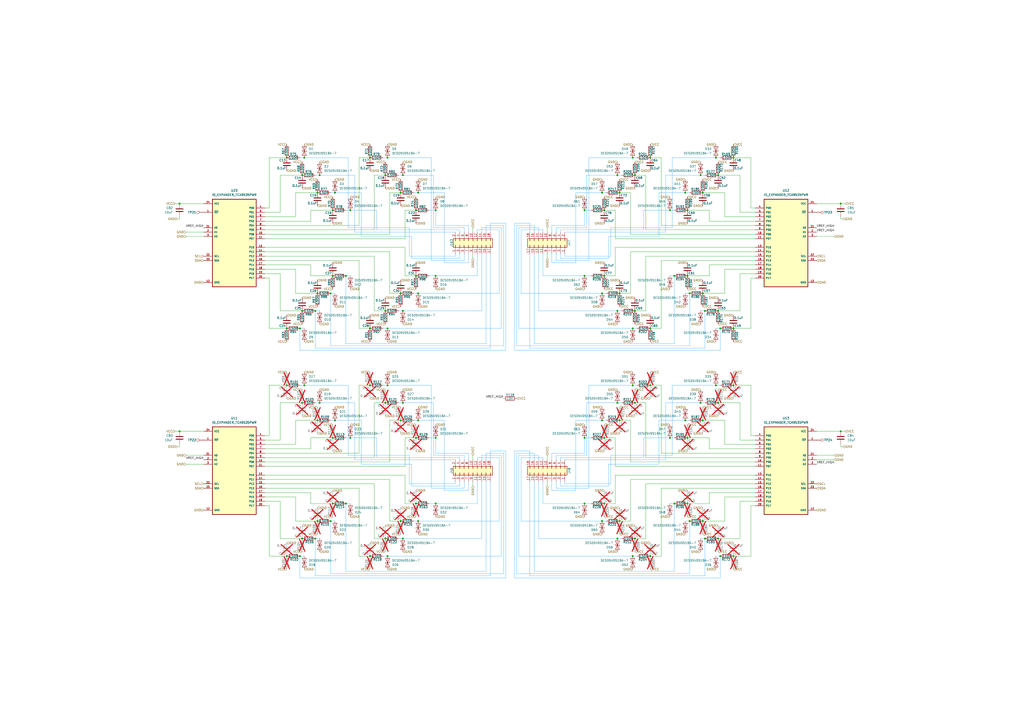
<source format=kicad_sch>
(kicad_sch (version 20250114) (generator "eeschema") (generator_version "9.0")
  (paper "A2")
  (title_block (title "Main Universal Panel Board") (date "2025-08-06") (rev "X2") (company "CMSC") (comment 1 "NF 2025"))
  (junction (at 200.66 160.02))
  (junction (at 166.37 91.44))
  (junction (at 416.56 233.68))
  (junction (at 241.3 160.02))
  (junction (at 166.37 223.52))
  (junction (at 350.52 121.92))
  (junction (at 367.03 91.44))
  (junction (at 358.14 180.34))
  (junction (at 400.05 302.26))
  (junction (at 339.09 254))
  (junction (at 359.41 111.76))
  (junction (at 408.94 180.34))
  (junction (at 358.14 233.68))
  (junction (at 339.09 160.02))
  (junction (at 203.2 121.92))
  (junction (at 425.45 190.5))
  (junction (at 415.29 223.52))
  (junction (at 487.68 250.19))
  (junction (at 358.14 312.42))
  (junction (at 400.05 170.18))
  (junction (at 193.04 160.02))
  (junction (at 407.67 111.76))
  (junction (at 233.68 312.42))
  (junction (at 252.73 254))
  (junction (at 406.4 101.6))
  (junction (at 425.45 322.58))
  (junction (at 242.57 111.76))
  (junction (at 415.29 91.44))
  (junction (at 214.63 91.44))
  (junction (at 377.19 190.5))
  (junction (at 407.67 170.18))
  (junction (at 185.42 101.6))
  (junction (at 176.53 91.44))
  (junction (at 339.09 292.1))
  (junction (at 232.41 302.26))
  (junction (at 377.19 91.44))
  (junction (at 104.14 118.11))
  (junction (at 185.42 233.68))
  (junction (at 233.68 180.34))
  (junction (at 416.56 101.6))
  (junction (at 368.3 233.68))
  (junction (at 339.09 121.92))
  (junction (at 350.52 292.1))
  (junction (at 175.26 312.42))
  (junction (at 224.79 322.58))
  (junction (at 104.14 250.19))
  (junction (at 398.78 160.02))
  (junction (at 242.57 170.18))
  (junction (at 223.52 180.34))
  (junction (at 224.79 190.5))
  (junction (at 241.3 121.92))
  (junction (at 242.57 302.26))
  (junction (at 184.15 170.18))
  (junction (at 232.41 243.84))
  (junction (at 241.3 254))
  (junction (at 193.04 121.92))
  (junction (at 417.83 190.5))
  (junction (at 407.67 302.26))
  (junction (at 408.94 312.42))
  (junction (at 398.78 292.1))
  (junction (at 367.03 322.58))
  (junction (at 194.31 111.76))
  (junction (at 223.52 233.68))
  (junction (at 368.3 101.6))
  (junction (at 406.4 233.68))
  (junction (at 391.16 160.02))
  (junction (at 184.15 243.84))
  (junction (at 175.26 233.68))
  (junction (at 214.63 190.5))
  (junction (at 377.19 223.52))
  (junction (at 182.88 312.42))
  (junction (at 224.79 91.44))
  (junction (at 359.41 302.26))
  (junction (at 233.68 101.6))
  (junction (at 350.52 160.02))
  (junction (at 203.2 254))
  (junction (at 252.73 292.1))
  (junction (at 388.62 254))
  (junction (at 349.25 170.18))
  (junction (at 349.25 302.26))
  (junction (at 184.15 111.76))
  (junction (at 367.03 190.5))
  (junction (at 223.52 101.6))
  (junction (at 176.53 223.52))
  (junction (at 224.79 223.52))
  (junction (at 214.63 322.58))
  (junction (at 398.78 121.92))
  (junction (at 200.66 292.1))
  (junction (at 166.37 322.58))
  (junction (at 191.77 170.18))
  (junction (at 350.52 254))
  (junction (at 252.73 160.02))
  (junction (at 173.99 322.58))
  (junction (at 407.67 243.84))
  (junction (at 416.56 312.42))
  (junction (at 487.68 118.11))
  (junction (at 182.88 180.34))
  (junction (at 191.77 302.26))
  (junction (at 175.26 180.34))
  (junction (at 359.41 243.84))
  (junction (at 214.63 223.52))
  (junction (at 241.3 292.1))
  (junction (at 193.04 292.1))
  (junction (at 193.04 254))
  (junction (at 359.41 170.18))
  (junction (at 388.62 121.92))
  (junction (at 416.56 180.34))
  (junction (at 367.03 223.52))
  (junction (at 349.25 111.76))
  (junction (at 175.26 101.6))
  (junction (at 173.99 190.5))
  (junction (at 184.15 302.26))
  (junction (at 391.16 292.1))
  (junction (at 166.37 190.5))
  (junction (at 397.51 111.76))
  (junction (at 252.73 121.92))
  (junction (at 232.41 170.18))
  (junction (at 397.51 243.84))
  (junction (at 368.3 180.34))
  (junction (at 377.19 322.58))
  (junction (at 233.68 233.68))
  (junction (at 194.31 243.84))
  (junction (at 232.41 111.76))
  (junction (at 358.14 101.6))
  (junction (at 242.57 243.84))
  (junction (at 425.45 91.44))
  (junction (at 223.52 312.42))
  (junction (at 349.25 243.84))
  (junction (at 417.83 322.58))
  (junction (at 425.45 223.52))
  (junction (at 368.3 312.42))
  (junction (at 398.78 254))
  (wire (pts (xy 226.06 170.18) (xy 232.41 170.18)))
  (wire (pts (xy 408.94 180.34) (xy 406.4 180.34)) (stroke (width 0) (color 34 163 255 1)))
  (wire (pts (xy 420.37 156.21) (xy 420.37 170.18)))
  (wire (pts (xy 373.38 121.92) (xy 373.38 133.35)) (stroke (width 0) (color 34 163 255 1)))
  (wire (pts (xy 201.93 264.16) (xy 237.49 264.16)) (stroke (width 0) (color 34 163 255 1)))
  (wire (pts (xy 382.27 269.24) (xy 353.06 269.24)) (stroke (width 0) (color 34 163 255 1)))
  (wire (pts (xy 279.4 180.34) (xy 279.4 147.32)) (stroke (width 0) (color 34 163 255 1)))
  (wire (pts (xy 176.53 223.52) (xy 201.93 223.52)) (stroke (width 0) (color 34 163 255 1)))
  (wire (pts (xy 325.12 281.94) (xy 325.12 279.4)) (stroke (width 0) (color 34 163 255 1)))
  (wire (pts (xy 389.89 264.16) (xy 354.33 264.16)) (stroke (width 0) (color 34 163 255 1)))
  (wire (pts (xy 438.15 133.35) (xy 374.65 133.35)))
  (wire (pts (xy 299.72 332.74) (xy 299.72 262.89)) (stroke (width 0) (color 34 163 255 1)))
  (wire (pts (xy 299.72 130.81) (xy 309.88 130.81)) (stroke (width 0) (color 34 163 255 1)))
  (wire (pts (xy 191.77 243.84) (xy 194.31 243.84)) (stroke (width 0) (color 34 163 255 1)))
  (wire (pts (xy 406.4 101.6) (xy 386.08 101.6)) (stroke (width 0) (color 34 163 255 1)))
  (wire (pts (xy 107.95 269.24) (xy 118.11 269.24)))
  (wire (pts (xy 156.21 293.37) (xy 153.67 293.37)))
  (wire (pts (xy 360.68 233.68) (xy 358.14 233.68)) (stroke (width 0) (color 34 163 255 1)))
  (wire (pts (xy 356.87 292.1) (xy 350.52 292.1)))
  (wire (pts (xy 300.99 264.16) (xy 312.42 264.16)) (stroke (width 0) (color 34 163 255 1)))
  (wire (pts (xy 425.45 91.44) (xy 435.61 91.44)))
  (wire (pts (xy 153.67 265.43) (xy 217.17 265.43)))
  (wire (pts (xy 411.48 260.35) (xy 411.48 254)))
  (wire (pts (xy 248.92 121.92) (xy 252.73 121.92)) (stroke (width 0) (color 34 163 255 1)))
  (wire (pts (xy 325.12 265.43) (xy 325.12 266.7)) (stroke (width 0) (color 34 163 255 1)))
  (wire (pts (xy 251.46 132.08) (xy 269.24 132.08)) (stroke (width 0) (color 34 163 255 1)))
  (wire (pts (xy 483.87 264.16) (xy 473.71 264.16)))
  (wire (pts (xy 349.25 170.18) (xy 302.26 170.18)) (stroke (width 0) (color 34 163 255 1)))
  (wire (pts (xy 156.21 252.73) (xy 153.67 252.73)))
  (wire (pts (xy 391.16 254) (xy 388.62 254)) (stroke (width 0) (color 34 163 255 1)))
  (wire (pts (xy 388.62 121.92) (xy 373.38 121.92)) (stroke (width 0) (color 34 163 255 1)))
  (wire (pts (xy 101.6 250.19) (xy 104.14 250.19)))
  (wire (pts (xy 488.95 127) (xy 487.68 127)))
  (wire (pts (xy 173.99 322.58) (xy 176.53 322.58)) (stroke (width 0) (color 34 163 255 1)))
  (wire (pts (xy 429.26 180.34) (xy 416.56 180.34)))
  (wire (pts (xy 320.04 152.4) (xy 320.04 147.32)) (stroke (width 0) (color 34 163 255 1)))
  (wire (pts (xy 264.16 280.67) (xy 264.16 279.4)) (stroke (width 0) (color 34 163 255 1)))
  (wire (pts (xy 182.88 233.68) (xy 185.42 233.68)) (stroke (width 0) (color 34 163 255 1)))
  (wire (pts (xy 298.45 129.54) (xy 307.34 129.54)) (stroke (width 0) (color 34 163 255 1)))
  (wire (pts (xy 356.87 254) (xy 350.52 254)))
  (wire (pts (xy 257.81 152.4) (xy 271.78 152.4)) (stroke (width 0) (color 34 163 255 1)))
  (wire (pts (xy 191.77 170.18) (xy 194.31 170.18)) (stroke (width 0) (color 34 163 255 1)))
  (wire (pts (xy 483.87 137.16) (xy 473.71 137.16)))
  (wire (pts (xy 334.01 111.76) (xy 334.01 152.4)) (stroke (width 0) (color 34 163 255 1)))
  (wire (pts (xy 367.03 223.52) (xy 341.63 223.52)) (stroke (width 0) (color 34 163 255 1)))
  (wire (pts (xy 222.25 322.58) (xy 224.79 322.58)) (stroke (width 0) (color 34 163 255 1)))
  (wire (pts (xy 166.37 322.58) (xy 156.21 322.58)))
  (wire (pts (xy 217.17 101.6) (xy 223.52 101.6)))
  (wire (pts (xy 307.34 201.93) (xy 307.34 147.32)) (stroke (width 0) (color 34 163 255 1)))
  (wire (pts (xy 435.61 322.58) (xy 435.61 293.37)))
  (wire (pts (xy 234.95 254) (xy 241.3 254)))
  (wire (pts (xy 342.9 254) (xy 339.09 254)) (stroke (width 0) (color 34 163 255 1)))
  (wire (pts (xy 322.58 264.16) (xy 322.58 266.7)) (stroke (width 0) (color 34 163 255 1)))
  (wire (pts (xy 269.24 132.08) (xy 269.24 134.62)) (stroke (width 0) (color 34 163 255 1)))
  (wire (pts (xy 180.34 128.27) (xy 180.34 121.92)))
  (wire (pts (xy 257.81 284.48) (xy 271.78 284.48)) (stroke (width 0) (color 34 163 255 1)))
  (wire (pts (xy 365.76 135.89) (xy 365.76 111.76)))
  (wire (pts (xy 208.28 283.21) (xy 208.28 322.58)))
  (wire (pts (xy 257.81 243.84) (xy 257.81 284.48)) (stroke (width 0) (color 34 163 255 1)))
  (wire (pts (xy 264.16 148.59) (xy 264.16 147.32)) (stroke (width 0) (color 34 163 255 1)))
  (wire (pts (xy 438.15 257.81) (xy 420.37 257.81)))
  (wire (pts (xy 411.48 121.92) (xy 398.78 121.92)))
  (wire (pts (xy 205.74 101.6) (xy 205.74 134.62)) (stroke (width 0) (color 34 163 255 1)))
  (wire (pts (xy 203.2 121.92) (xy 218.44 121.92)) (stroke (width 0) (color 34 163 255 1)))
  (wire (pts (xy 487.68 250.19) (xy 473.71 250.19)))
  (wire (pts (xy 411.48 292.1) (xy 398.78 292.1)))
  (wire (pts (xy 400.05 200.66) (xy 299.72 200.66)) (stroke (width 0) (color 34 163 255 1)))
  (wire (pts (xy 435.61 293.37) (xy 438.15 293.37)))
  (wire (pts (xy 400.05 111.76) (xy 397.51 111.76)) (stroke (width 0) (color 34 163 255 1)))
  (wire (pts (xy 156.21 223.52) (xy 156.21 252.73)))
  (wire (pts (xy 153.67 262.89) (xy 208.28 262.89)))
  (wire (pts (xy 369.57 190.5) (xy 367.03 190.5)) (stroke (width 0) (color 34 163 255 1)))
  (wire (pts (xy 435.61 120.65) (xy 438.15 120.65)))
  (wire (pts (xy 369.57 91.44) (xy 367.03 91.44)) (stroke (width 0) (color 34 163 255 1)))
  (wire (pts (xy 173.99 91.44) (xy 176.53 91.44)) (stroke (width 0) (color 34 163 255 1)))
  (wire (pts (xy 209.55 137.16) (xy 238.76 137.16)) (stroke (width 0) (color 34 163 255 1)))
  (wire (pts (xy 327.66 280.67) (xy 327.66 279.4)) (stroke (width 0) (color 34 163 255 1)))
  (wire (pts (xy 180.34 121.92) (xy 193.04 121.92)))
  (wire (pts (xy 222.25 223.52) (xy 224.79 223.52)) (stroke (width 0) (color 34 163 255 1)))
  (wire (pts (xy 417.83 322.58) (xy 415.29 322.58)) (stroke (width 0) (color 34 163 255 1)))
  (wire (pts (xy 290.83 322.58) (xy 290.83 264.16)) (stroke (width 0) (color 34 163 255 1)))
  (wire (pts (xy 218.44 254) (xy 218.44 265.43)) (stroke (width 0) (color 34 163 255 1)))
  (wire (pts (xy 274.32 281.94) (xy 274.32 279.4)))
  (wire (pts (xy 153.67 138.43) (xy 234.95 138.43)))
  (wire (pts (xy 266.7 265.43) (xy 266.7 266.7)) (stroke (width 0) (color 34 163 255 1)))
  (wire (pts (xy 289.56 170.18) (xy 289.56 133.35)) (stroke (width 0) (color 34 163 255 1)))
  (wire (pts (xy 234.95 121.92) (xy 241.3 121.92)))
  (wire (pts (xy 383.54 262.89) (xy 383.54 223.52)))
  (wire (pts (xy 279.4 132.08) (xy 279.4 134.62)) (stroke (width 0) (color 34 163 255 1)))
  (wire (pts (xy 438.15 148.59) (xy 374.65 148.59)))
  (wire (pts (xy 266.7 133.35) (xy 266.7 134.62)) (stroke (width 0) (color 34 163 255 1)))
  (wire (pts (xy 274.32 264.16) (xy 274.32 266.7)))
  (wire (pts (xy 314.96 160.02) (xy 314.96 147.32)) (stroke (width 0) (color 34 163 255 1)))
  (wire (pts (xy 173.99 190.5) (xy 173.99 203.2)) (stroke (width 0) (color 34 163 255 1)))
  (wire (pts (xy 342.9 292.1) (xy 339.09 292.1)) (stroke (width 0) (color 34 163 255 1)))
  (wire (pts (xy 173.99 223.52) (xy 176.53 223.52)) (stroke (width 0) (color 34 163 255 1)))
  (wire (pts (xy 107.95 134.62) (xy 118.11 134.62)))
  (wire (pts (xy 358.14 101.6) (xy 340.36 101.6)) (stroke (width 0) (color 34 163 255 1)))
  (wire (pts (xy 271.78 130.81) (xy 271.78 134.62)) (stroke (width 0) (color 34 163 255 1)))
  (wire (pts (xy 389.89 223.52) (xy 389.89 264.16)) (stroke (width 0) (color 34 163 255 1)))
  (wire (pts (xy 208.28 262.89) (xy 208.28 223.52)))
  (wire (pts (xy 339.09 262.89) (xy 320.04 262.89)) (stroke (width 0) (color 34 163 255 1)))
  (wire (pts (xy 180.34 153.67) (xy 180.34 160.02)))
  (wire (pts (xy 233.68 101.6) (xy 251.46 101.6)) (stroke (width 0) (color 34 163 255 1)))
  (wire (pts (xy 191.77 332.74) (xy 292.1 332.74)) (stroke (width 0) (color 34 163 255 1)))
  (wire (pts (xy 383.54 283.21) (xy 383.54 322.58)))
  (wire (pts (xy 238.76 149.86) (xy 266.7 149.86)) (stroke (width 0) (color 34 163 255 1)))
  (wire (pts (xy 374.65 233.68) (xy 368.3 233.68)))
  (wire (pts (xy 251.46 233.68) (xy 251.46 264.16)) (stroke (width 0) (color 34 163 255 1)))
  (wire (pts (xy 400.05 332.74) (xy 299.72 332.74)) (stroke (width 0) (color 34 163 255 1)))
  (wire (pts (xy 156.21 322.58) (xy 156.21 293.37)))
  (wire (pts (xy 397.51 243.84) (xy 382.27 243.84)) (stroke (width 0) (color 34 163 255 1)))
  (wire (pts (xy 438.15 138.43) (xy 356.87 138.43)))
  (wire (pts (xy 250.19 151.13) (xy 269.24 151.13)) (stroke (width 0) (color 34 163 255 1)))
  (wire (pts (xy 153.67 257.81) (xy 171.45 257.81)))
  (wire (pts (xy 191.77 170.18) (xy 191.77 200.66)) (stroke (width 0) (color 34 163 255 1)))
  (wire (pts (xy 354.33 148.59) (xy 327.66 148.59)) (stroke (width 0) (color 34 163 255 1)))
  (wire (pts (xy 400.05 302.26) (xy 400.05 332.74)) (stroke (width 0) (color 34 163 255 1)))
  (wire (pts (xy 438.15 265.43) (xy 374.65 265.43)))
  (wire (pts (xy 208.28 130.81) (xy 208.28 91.44)))
  (wire (pts (xy 171.45 111.76) (xy 184.15 111.76)))
  (wire (pts (xy 271.78 262.89) (xy 271.78 266.7)) (stroke (width 0) (color 34 163 255 1)))
  (wire (pts (xy 342.9 160.02) (xy 339.09 160.02)) (stroke (width 0) (color 34 163 255 1)))
  (wire (pts (xy 339.09 160.02) (xy 314.96 160.02)) (stroke (width 0) (color 34 163 255 1)))
  (wire (pts (xy 438.15 123.19) (xy 429.26 123.19)))
  (wire (pts (xy 420.37 243.84) (xy 407.67 243.84)))
  (wire (pts (xy 429.26 158.75) (xy 429.26 180.34)))
  (wire (pts (xy 300.99 190.5) (xy 300.99 132.08)) (stroke (width 0) (color 34 163 255 1)))
  (wire (pts (xy 425.45 322.58) (xy 435.61 322.58)))
  (wire (pts (xy 153.67 285.75) (xy 180.34 285.75)))
  (wire (pts (xy 284.48 261.62) (xy 284.48 266.7)) (stroke (width 0) (color 34 163 255 1)))
  (wire (pts (xy 341.63 151.13) (xy 322.58 151.13)) (stroke (width 0) (color 34 163 255 1)))
  (wire (pts (xy 257.81 111.76) (xy 257.81 152.4)) (stroke (width 0) (color 34 163 255 1)))
  (wire (pts (xy 438.15 125.73) (xy 420.37 125.73)))
  (wire (pts (xy 233.68 233.68) (xy 251.46 233.68)) (stroke (width 0) (color 34 163 255 1)))
  (wire (pts (xy 490.22 250.19) (xy 487.68 250.19)))
  (wire (pts (xy 240.03 111.76) (xy 242.57 111.76)) (stroke (width 0) (color 34 163 255 1)))
  (wire (pts (xy 171.45 288.29) (xy 171.45 302.26)))
  (wire (pts (xy 365.76 111.76) (xy 359.41 111.76)))
  (wire (pts (xy 300.99 322.58) (xy 300.99 264.16)) (stroke (width 0) (color 34 163 255 1)))
  (wire (pts (xy 374.65 148.59) (xy 374.65 180.34)))
  (wire (pts (xy 374.65 265.43) (xy 374.65 233.68)))
  (wire (pts (xy 411.48 285.75) (xy 411.48 292.1)))
  (wire (pts (xy 153.67 267.97) (xy 226.06 267.97)))
  (wire (pts (xy 400.05 170.18) (xy 400.05 200.66)) (stroke (width 0) (color 34 163 255 1)))
  (wire (pts (xy 314.96 292.1) (xy 314.96 279.4)) (stroke (width 0) (color 34 163 255 1)))
  (wire (pts (xy 354.33 132.08) (xy 354.33 148.59)) (stroke (width 0) (color 34 163 255 1)))
  (wire (pts (xy 153.67 270.51) (xy 234.95 270.51)))
  (wire (pts (xy 153.67 288.29) (xy 171.45 288.29)))
  (wire (pts (xy 299.72 200.66) (xy 299.72 130.81)) (stroke (width 0) (color 34 163 255 1)))
  (wire (pts (xy 391.16 121.92) (xy 388.62 121.92)) (stroke (width 0) (color 34 163 255 1)))
  (wire (pts (xy 360.68 312.42) (xy 358.14 312.42)) (stroke (width 0) (color 34 163 255 1)))
  (wire (pts (xy 438.15 283.21) (xy 383.54 283.21)))
  (wire (pts (xy 200.66 121.92) (xy 203.2 121.92)) (stroke (width 0) (color 34 163 255 1)))
  (wire (pts (xy 218.44 121.92) (xy 218.44 133.35)) (stroke (width 0) (color 34 163 255 1)))
  (wire (pts (xy 358.14 233.68) (xy 340.36 233.68)) (stroke (width 0) (color 34 163 255 1)))
  (wire (pts (xy 250.19 283.21) (xy 269.24 283.21)) (stroke (width 0) (color 34 163 255 1)))
  (wire (pts (xy 339.09 121.92) (xy 339.09 130.81)) (stroke (width 0) (color 34 163 255 1)))
  (wire (pts (xy 153.67 283.21) (xy 208.28 283.21)))
  (wire (pts (xy 417.83 190.5) (xy 417.83 203.2)) (stroke (width 0) (color 34 163 255 1)))
  (wire (pts (xy 360.68 101.6) (xy 358.14 101.6)) (stroke (width 0) (color 34 163 255 1)))
  (wire (pts (xy 276.86 133.35) (xy 276.86 134.62)) (stroke (width 0) (color 34 163 255 1)))
  (wire (pts (xy 417.83 91.44) (xy 415.29 91.44)) (stroke (width 0) (color 34 163 255 1)))
  (wire (pts (xy 162.56 101.6) (xy 175.26 101.6)))
  (wire (pts (xy 224.79 190.5) (xy 290.83 190.5)) (stroke (width 0) (color 34 163 255 1)))
  (wire (pts (xy 274.32 149.86) (xy 274.32 147.32)))
  (wire (pts (xy 153.67 148.59) (xy 217.17 148.59)))
  (wire (pts (xy 411.48 153.67) (xy 411.48 160.02)))
  (wire (pts (xy 238.76 269.24) (xy 238.76 281.94)) (stroke (width 0) (color 34 163 255 1)))
  (wire (pts (xy 226.06 243.84) (xy 232.41 243.84)))
  (wire (pts (xy 302.26 133.35) (xy 314.96 133.35)) (stroke (width 0) (color 34 163 255 1)))
  (wire (pts (xy 349.25 302.26) (xy 302.26 302.26)) (stroke (width 0) (color 34 163 255 1)))
  (wire (pts (xy 276.86 265.43) (xy 276.86 266.7)) (stroke (width 0) (color 34 163 255 1)))
  (wire (pts (xy 237.49 148.59) (xy 264.16 148.59)) (stroke (width 0) (color 34 163 255 1)))
  (wire (pts (xy 191.77 111.76) (xy 194.31 111.76)) (stroke (width 0) (color 34 163 255 1)))
  (wire (pts (xy 438.15 158.75) (xy 429.26 158.75)))
  (wire (pts (xy 279.4 264.16) (xy 279.4 266.7)) (stroke (width 0) (color 34 163 255 1)))
  (wire (pts (xy 289.56 133.35) (xy 276.86 133.35)) (stroke (width 0) (color 34 163 255 1)))
  (wire (pts (xy 252.73 292.1) (xy 276.86 292.1)) (stroke (width 0) (color 34 163 255 1)))
  (wire (pts (xy 284.48 129.54) (xy 284.48 134.62)) (stroke (width 0) (color 34 163 255 1)))
  (wire (pts (xy 293.37 129.54) (xy 284.48 129.54)) (stroke (width 0) (color 34 163 255 1)))
  (wire (pts (xy 374.65 312.42) (xy 368.3 312.42)))
  (wire (pts (xy 438.15 267.97) (xy 365.76 267.97)))
  (wire (pts (xy 173.99 203.2) (xy 293.37 203.2)) (stroke (width 0) (color 34 163 255 1)))
  (wire (pts (xy 411.48 128.27) (xy 411.48 121.92)))
  (wire (pts (xy 309.88 199.39) (xy 309.88 147.32)) (stroke (width 0) (color 34 163 255 1)))
  (wire (pts (xy 312.42 180.34) (xy 312.42 147.32)) (stroke (width 0) (color 34 163 255 1)))
  (wire (pts (xy 292.1 200.66) (xy 292.1 130.81)) (stroke (width 0) (color 34 163 255 1)))
  (wire (pts (xy 208.28 151.13) (xy 208.28 190.5)))
  (wire (pts (xy 383.54 223.52) (xy 377.19 223.52)))
  (wire (pts (xy 217.17 148.59) (xy 217.17 180.34)))
  (wire (pts (xy 356.87 138.43) (xy 356.87 121.92)))
  (wire (pts (xy 162.56 180.34) (xy 175.26 180.34)))
  (wire (pts (xy 153.67 290.83) (xy 162.56 290.83)))
  (wire (pts (xy 248.92 254) (xy 252.73 254)) (stroke (width 0) (color 34 163 255 1)))
  (wire (pts (xy 415.29 223.52) (xy 389.89 223.52)) (stroke (width 0) (color 34 163 255 1)))
  (wire (pts (xy 408.94 180.34) (xy 408.94 201.93)) (stroke (width 0) (color 34 163 255 1)))
  (wire (pts (xy 289.56 302.26) (xy 289.56 265.43)) (stroke (width 0) (color 34 163 255 1)))
  (wire (pts (xy 425.45 223.52) (xy 435.61 223.52)))
  (wire (pts (xy 234.95 138.43) (xy 234.95 121.92)))
  (wire (pts (xy 435.61 190.5) (xy 435.61 161.29)))
  (wire (pts (xy 201.93 132.08) (xy 237.49 132.08)) (stroke (width 0) (color 34 163 255 1)))
  (wire (pts (xy 153.67 143.51) (xy 234.95 143.51)))
  (wire (pts (xy 369.57 322.58) (xy 367.03 322.58)) (stroke (width 0) (color 34 163 255 1)))
  (wire (pts (xy 276.86 292.1) (xy 276.86 279.4)) (stroke (width 0) (color 34 163 255 1)))
  (wire (pts (xy 191.77 302.26) (xy 194.31 302.26)) (stroke (width 0) (color 34 163 255 1)))
  (wire (pts (xy 107.95 137.16) (xy 118.11 137.16)))
  (wire (pts (xy 217.17 133.35) (xy 217.17 101.6)))
  (wire (pts (xy 231.14 233.68) (xy 233.68 233.68)) (stroke (width 0) (color 34 163 255 1)))
  (wire (pts (xy 389.89 91.44) (xy 389.89 132.08)) (stroke (width 0) (color 34 163 255 1)))
  (wire (pts (xy 322.58 283.21) (xy 322.58 279.4)) (stroke (width 0) (color 34 163 255 1)))
  (wire (pts (xy 386.08 266.7) (xy 327.66 266.7)) (stroke (width 0) (color 34 163 255 1)))
  (wire (pts (xy 104.14 118.11) (xy 118.11 118.11)))
  (wire (pts (xy 281.94 199.39) (xy 281.94 147.32)) (stroke (width 0) (color 34 163 255 1)))
  (wire (pts (xy 415.29 91.44) (xy 389.89 91.44)) (stroke (width 0) (color 34 163 255 1)))
  (wire (pts (xy 182.88 334.01) (xy 284.48 334.01)) (stroke (width 0) (color 34 163 255 1)))
  (wire (pts (xy 487.68 259.08) (xy 487.68 257.81)))
  (wire (pts (xy 231.14 312.42) (xy 233.68 312.42)) (stroke (width 0) (color 34 163 255 1)))
  (wire (pts (xy 231.14 180.34) (xy 233.68 180.34)) (stroke (width 0) (color 34 163 255 1)))
  (wire (pts (xy 153.67 280.67) (xy 217.17 280.67)))
  (wire (pts (xy 302.26 265.43) (xy 314.96 265.43)) (stroke (width 0) (color 34 163 255 1)))
  (wire (pts (xy 389.89 132.08) (xy 354.33 132.08)) (stroke (width 0) (color 34 163 255 1)))
  (wire (pts (xy 191.77 200.66) (xy 292.1 200.66)) (stroke (width 0) (color 34 163 255 1)))
  (wire (pts (xy 411.48 254) (xy 398.78 254)))
  (wire (pts (xy 237.49 132.08) (xy 237.49 148.59)) (stroke (width 0) (color 34 163 255 1)))
  (wire (pts (xy 200.66 292.1) (xy 203.2 292.1)) (stroke (width 0) (color 34 163 255 1)))
  (wire (pts (xy 438.15 278.13) (xy 365.76 278.13)))
  (wire (pts (xy 248.92 160.02) (xy 252.73 160.02)) (stroke (width 0) (color 34 163 255 1)))
  (wire (pts (xy 217.17 312.42) (xy 223.52 312.42)))
  (wire (pts (xy 290.83 264.16) (xy 279.4 264.16)) (stroke (width 0) (color 34 163 255 1)))
  (wire (pts (xy 391.16 160.02) (xy 391.16 199.39)) (stroke (width 0) (color 34 163 255 1)))
  (wire (pts (xy 374.65 101.6) (xy 368.3 101.6)))
  (wire (pts (xy 226.06 278.13) (xy 226.06 302.26)))
  (wire (pts (xy 156.21 190.5) (xy 156.21 161.29)))
  (wire (pts (xy 293.37 261.62) (xy 284.48 261.62)) (stroke (width 0) (color 34 163 255 1)))
  (wire (pts (xy 200.66 254) (xy 203.2 254)) (stroke (width 0) (color 34 163 255 1)))
  (wire (pts (xy 438.15 143.51) (xy 356.87 143.51)))
  (wire (pts (xy 351.79 111.76) (xy 349.25 111.76)) (stroke (width 0) (color 34 163 255 1)))
  (wire (pts (xy 429.26 255.27) (xy 429.26 233.68)))
  (wire (pts (xy 201.93 91.44) (xy 201.93 132.08)) (stroke (width 0) (color 34 163 255 1)))
  (wire (pts (xy 153.67 156.21) (xy 171.45 156.21)))
  (wire (pts (xy 420.37 302.26) (xy 407.67 302.26)))
  (wire (pts (xy 383.54 322.58) (xy 377.19 322.58)))
  (wire (pts (xy 325.12 133.35) (xy 325.12 134.62)) (stroke (width 0) (color 34 163 255 1)))
  (wire (pts (xy 153.67 275.59) (xy 234.95 275.59)))
  (wire (pts (xy 217.17 265.43) (xy 217.17 233.68)))
  (wire (pts (xy 325.12 149.86) (xy 325.12 147.32)) (stroke (width 0) (color 34 163 255 1)))
  (wire (pts (xy 382.27 243.84) (xy 382.27 269.24)) (stroke (width 0) (color 34 163 255 1)))
  (wire (pts (xy 233.68 180.34) (xy 279.4 180.34)) (stroke (width 0) (color 34 163 255 1)))
  (wire (pts (xy 153.67 153.67) (xy 180.34 153.67)))
  (wire (pts (xy 171.45 257.81) (xy 171.45 243.84)))
  (wire (pts (xy 153.67 130.81) (xy 208.28 130.81)))
  (wire (pts (xy 200.66 292.1) (xy 200.66 331.47)) (stroke (width 0) (color 34 163 255 1)))
  (wire (pts (xy 400.05 170.18) (xy 397.51 170.18)) (stroke (width 0) (color 34 163 255 1)))
  (wire (pts (xy 242.57 111.76) (xy 257.81 111.76)) (stroke (width 0) (color 34 163 255 1)))
  (wire (pts (xy 182.88 312.42) (xy 185.42 312.42)) (stroke (width 0) (color 34 163 255 1)))
  (wire (pts (xy 240.03 243.84) (xy 242.57 243.84)) (stroke (width 0) (color 34 163 255 1)))
  (wire (pts (xy 271.78 284.48) (xy 271.78 279.4)) (stroke (width 0) (color 34 163 255 1)))
  (wire (pts (xy 353.06 281.94) (xy 325.12 281.94)) (stroke (width 0) (color 34 163 255 1)))
  (wire (pts (xy 162.56 255.27) (xy 162.56 233.68)))
  (wire (pts (xy 302.26 302.26) (xy 302.26 265.43)) (stroke (width 0) (color 34 163 255 1)))
  (wire (pts (xy 173.99 322.58) (xy 173.99 335.28)) (stroke (width 0) (color 34 163 255 1)))
  (wire (pts (xy 102.87 259.08) (xy 104.14 259.08)))
  (wire (pts (xy 408.94 312.42) (xy 406.4 312.42)) (stroke (width 0) (color 34 163 255 1)))
  (wire (pts (xy 208.28 322.58) (xy 214.63 322.58)))
  (wire (pts (xy 104.14 250.19) (xy 118.11 250.19)))
  (wire (pts (xy 208.28 223.52) (xy 214.63 223.52)))
  (wire (pts (xy 353.06 137.16) (xy 353.06 149.86)) (stroke (width 0) (color 34 163 255 1)))
  (wire (pts (xy 429.26 312.42) (xy 416.56 312.42)))
  (wire (pts (xy 302.26 170.18) (xy 302.26 133.35)) (stroke (width 0) (color 34 163 255 1)))
  (wire (pts (xy 438.15 255.27) (xy 429.26 255.27)))
  (wire (pts (xy 353.06 149.86) (xy 325.12 149.86)) (stroke (width 0) (color 34 163 255 1)))
  (wire (pts (xy 438.15 151.13) (xy 383.54 151.13)))
  (wire (pts (xy 250.19 91.44) (xy 250.19 151.13)) (stroke (width 0) (color 34 163 255 1)))
  (wire (pts (xy 307.34 334.01) (xy 307.34 279.4)) (stroke (width 0) (color 34 163 255 1)))
  (wire (pts (xy 252.73 130.81) (xy 271.78 130.81)) (stroke (width 0) (color 34 163 255 1)))
  (wire (pts (xy 226.06 146.05) (xy 226.06 170.18)))
  (wire (pts (xy 298.45 335.28) (xy 298.45 261.62)) (stroke (width 0) (color 34 163 255 1)))
  (wire (pts (xy 356.87 121.92) (xy 350.52 121.92)))
  (wire (pts (xy 322.58 132.08) (xy 322.58 134.62)) (stroke (width 0) (color 34 163 255 1)))
  (wire (pts (xy 397.51 111.76) (xy 382.27 111.76)) (stroke (width 0) (color 34 163 255 1)))
  (wire (pts (xy 438.15 280.67) (xy 374.65 280.67)))
  (wire (pts (xy 354.33 280.67) (xy 327.66 280.67)) (stroke (width 0) (color 34 163 255 1)))
  (wire (pts (xy 240.03 302.26) (xy 242.57 302.26)) (stroke (width 0) (color 34 163 255 1)))
  (wire (pts (xy 417.83 203.2) (xy 298.45 203.2)) (stroke (width 0) (color 34 163 255 1)))
  (wire (pts (xy 156.21 120.65) (xy 153.67 120.65)))
  (wire (pts (xy 200.66 199.39) (xy 281.94 199.39)) (stroke (width 0) (color 34 163 255 1)))
  (wire (pts (xy 217.17 233.68) (xy 223.52 233.68)))
  (wire (pts (xy 349.25 243.84) (xy 334.01 243.84)) (stroke (width 0) (color 34 163 255 1)))
  (wire (pts (xy 166.37 223.52) (xy 156.21 223.52)))
  (wire (pts (xy 391.16 160.02) (xy 388.62 160.02)) (stroke (width 0) (color 34 163 255 1)))
  (wire (pts (xy 353.06 269.24) (xy 353.06 281.94)) (stroke (width 0) (color 34 163 255 1)))
  (wire (pts (xy 153.67 123.19) (xy 162.56 123.19)))
  (wire (pts (xy 438.15 260.35) (xy 411.48 260.35)))
  (wire (pts (xy 317.5 264.16) (xy 317.5 266.7)))
  (wire (pts (xy 367.03 190.5) (xy 300.99 190.5)) (stroke (width 0) (color 34 163 255 1)))
  (wire (pts (xy 483.87 266.7) (xy 473.71 266.7)))
  (wire (pts (xy 200.66 160.02) (xy 203.2 160.02)) (stroke (width 0) (color 34 163 255 1)))
  (wire (pts (xy 340.36 132.08) (xy 322.58 132.08)) (stroke (width 0) (color 34 163 255 1)))
  (wire (pts (xy 171.45 170.18) (xy 184.15 170.18)))
  (wire (pts (xy 171.45 156.21) (xy 171.45 170.18)))
  (wire (pts (xy 420.37 125.73) (xy 420.37 111.76)))
  (wire (pts (xy 438.15 290.83) (xy 429.26 290.83)))
  (wire (pts (xy 411.48 160.02) (xy 398.78 160.02)))
  (wire (pts (xy 386.08 101.6) (xy 386.08 134.62)) (stroke (width 0) (color 34 163 255 1)))
  (wire (pts (xy 233.68 312.42) (xy 279.4 312.42)) (stroke (width 0) (color 34 163 255 1)))
  (wire (pts (xy 226.06 302.26) (xy 232.41 302.26)))
  (wire (pts (xy 252.73 121.92) (xy 252.73 130.81)) (stroke (width 0) (color 34 163 255 1)))
  (wire (pts (xy 391.16 199.39) (xy 309.88 199.39)) (stroke (width 0) (color 34 163 255 1)))
  (wire (pts (xy 242.57 243.84) (xy 257.81 243.84)) (stroke (width 0) (color 34 163 255 1)))
  (wire (pts (xy 217.17 180.34) (xy 223.52 180.34)))
  (wire (pts (xy 293.37 203.2) (xy 293.37 129.54)) (stroke (width 0) (color 34 163 255 1)))
  (wire (pts (xy 435.61 252.73) (xy 438.15 252.73)))
  (wire (pts (xy 153.67 260.35) (xy 180.34 260.35)))
  (wire (pts (xy 339.09 254) (xy 339.09 262.89)) (stroke (width 0) (color 34 163 255 1)))
  (wire (pts (xy 234.95 160.02) (xy 241.3 160.02)))
  (wire (pts (xy 435.61 161.29) (xy 438.15 161.29)))
  (wire (pts (xy 153.67 278.13) (xy 226.06 278.13)))
  (wire (pts (xy 224.79 91.44) (xy 250.19 91.44)) (stroke (width 0) (color 34 163 255 1)))
  (wire (pts (xy 312.42 312.42) (xy 312.42 279.4)) (stroke (width 0) (color 34 163 255 1)))
  (wire (pts (xy 153.67 133.35) (xy 217.17 133.35)))
  (wire (pts (xy 340.36 264.16) (xy 322.58 264.16)) (stroke (width 0) (color 34 163 255 1)))
  (wire (pts (xy 250.19 223.52) (xy 250.19 283.21)) (stroke (width 0) (color 34 163 255 1)))
  (wire (pts (xy 382.27 111.76) (xy 382.27 137.16)) (stroke (width 0) (color 34 163 255 1)))
  (wire (pts (xy 226.06 111.76) (xy 232.41 111.76)))
  (wire (pts (xy 153.67 158.75) (xy 162.56 158.75)))
  (wire (pts (xy 300.99 132.08) (xy 312.42 132.08)) (stroke (width 0) (color 34 163 255 1)))
  (wire (pts (xy 408.94 201.93) (xy 307.34 201.93)) (stroke (width 0) (color 34 163 255 1)))
  (wire (pts (xy 205.74 134.62) (xy 264.16 134.62)) (stroke (width 0) (color 34 163 255 1)))
  (wire (pts (xy 217.17 280.67) (xy 217.17 312.42)))
  (wire (pts (xy 487.68 127) (xy 487.68 125.73)))
  (wire (pts (xy 251.46 101.6) (xy 251.46 132.08)) (stroke (width 0) (color 34 163 255 1)))
  (wire (pts (xy 224.79 223.52) (xy 250.19 223.52)) (stroke (width 0) (color 34 163 255 1)))
  (wire (pts (xy 356.87 143.51) (xy 356.87 160.02)))
  (wire (pts (xy 171.45 243.84) (xy 184.15 243.84)))
  (wire (pts (xy 320.04 130.81) (xy 320.04 134.62)) (stroke (width 0) (color 34 163 255 1)))
  (wire (pts (xy 201.93 223.52) (xy 201.93 264.16)) (stroke (width 0) (color 34 163 255 1)))
  (wire (pts (xy 429.26 290.83) (xy 429.26 312.42)))
  (wire (pts (xy 314.96 265.43) (xy 314.96 266.7)) (stroke (width 0) (color 34 163 255 1)))
  (wire (pts (xy 238.76 281.94) (xy 266.7 281.94)) (stroke (width 0) (color 34 163 255 1)))
  (wire (pts (xy 334.01 284.48) (xy 320.04 284.48)) (stroke (width 0) (color 34 163 255 1)))
  (wire (pts (xy 383.54 151.13) (xy 383.54 190.5)))
  (wire (pts (xy 234.95 143.51) (xy 234.95 160.02)))
  (wire (pts (xy 166.37 91.44) (xy 156.21 91.44)))
  (wire (pts (xy 360.68 180.34) (xy 358.14 180.34)) (stroke (width 0) (color 34 163 255 1)))
  (wire (pts (xy 320.04 262.89) (xy 320.04 266.7)) (stroke (width 0) (color 34 163 255 1)))
  (wire (pts (xy 180.34 292.1) (xy 193.04 292.1)))
  (wire (pts (xy 200.66 160.02) (xy 200.66 199.39)) (stroke (width 0) (color 34 163 255 1)))
  (wire (pts (xy 222.25 190.5) (xy 224.79 190.5)) (stroke (width 0) (color 34 163 255 1)))
  (wire (pts (xy 391.16 292.1) (xy 388.62 292.1)) (stroke (width 0) (color 34 163 255 1)))
  (wire (pts (xy 180.34 260.35) (xy 180.34 254)))
  (wire (pts (xy 153.67 135.89) (xy 226.06 135.89)))
  (wire (pts (xy 408.94 334.01) (xy 307.34 334.01)) (stroke (width 0) (color 34 163 255 1)))
  (wire (pts (xy 171.45 302.26) (xy 184.15 302.26)))
  (wire (pts (xy 173.99 335.28) (xy 293.37 335.28)) (stroke (width 0) (color 34 163 255 1)))
  (wire (pts (xy 386.08 233.68) (xy 386.08 266.7)) (stroke (width 0) (color 34 163 255 1)))
  (wire (pts (xy 341.63 283.21) (xy 322.58 283.21)) (stroke (width 0) (color 34 163 255 1)))
  (wire (pts (xy 176.53 91.44) (xy 201.93 91.44)) (stroke (width 0) (color 34 163 255 1)))
  (wire (pts (xy 334.01 152.4) (xy 320.04 152.4)) (stroke (width 0) (color 34 163 255 1)))
  (wire (pts (xy 429.26 101.6) (xy 416.56 101.6)))
  (wire (pts (xy 292.1 130.81) (xy 281.94 130.81)) (stroke (width 0) (color 34 163 255 1)))
  (wire (pts (xy 365.76 243.84) (xy 359.41 243.84)))
  (wire (pts (xy 435.61 223.52) (xy 435.61 252.73)))
  (wire (pts (xy 322.58 151.13) (xy 322.58 147.32)) (stroke (width 0) (color 34 163 255 1)))
  (wire (pts (xy 309.88 331.47) (xy 309.88 279.4)) (stroke (width 0) (color 34 163 255 1)))
  (wire (pts (xy 408.94 233.68) (xy 406.4 233.68)) (stroke (width 0) (color 34 163 255 1)))
  (wire (pts (xy 312.42 264.16) (xy 312.42 266.7)) (stroke (width 0) (color 34 163 255 1)))
  (wire (pts (xy 356.87 275.59) (xy 356.87 292.1)))
  (wire (pts (xy 320.04 284.48) (xy 320.04 279.4)) (stroke (width 0) (color 34 163 255 1)))
  (wire (pts (xy 251.46 264.16) (xy 269.24 264.16)) (stroke (width 0) (color 34 163 255 1)))
  (wire (pts (xy 438.15 153.67) (xy 411.48 153.67)))
  (wire (pts (xy 356.87 270.51) (xy 356.87 254)))
  (wire (pts (xy 341.63 223.52) (xy 341.63 283.21)) (stroke (width 0) (color 34 163 255 1)))
  (wire (pts (xy 224.79 322.58) (xy 290.83 322.58)) (stroke (width 0) (color 34 163 255 1)))
  (wire (pts (xy 358.14 312.42) (xy 312.42 312.42)) (stroke (width 0) (color 34 163 255 1)))
  (wire (pts (xy 281.94 262.89) (xy 281.94 266.7)) (stroke (width 0) (color 34 163 255 1)))
  (wire (pts (xy 274.32 132.08) (xy 274.32 134.62)))
  (wire (pts (xy 200.66 331.47) (xy 281.94 331.47)) (stroke (width 0) (color 34 163 255 1)))
  (wire (pts (xy 234.95 270.51) (xy 234.95 254)))
  (wire (pts (xy 180.34 160.02) (xy 193.04 160.02)))
  (wire (pts (xy 292.1 262.89) (xy 281.94 262.89)) (stroke (width 0) (color 34 163 255 1)))
  (wire (pts (xy 367.03 91.44) (xy 341.63 91.44)) (stroke (width 0) (color 34 163 255 1)))
  (wire (pts (xy 374.65 133.35) (xy 374.65 101.6)))
  (wire (pts (xy 400.05 302.26) (xy 397.51 302.26)) (stroke (width 0) (color 34 163 255 1)))
  (wire (pts (xy 290.83 190.5) (xy 290.83 132.08)) (stroke (width 0) (color 34 163 255 1)))
  (wire (pts (xy 420.37 288.29) (xy 420.37 302.26)))
  (wire (pts (xy 153.67 146.05) (xy 226.06 146.05)))
  (wire (pts (xy 185.42 233.68) (xy 205.74 233.68)) (stroke (width 0) (color 34 163 255 1)))
  (wire (pts (xy 226.06 267.97) (xy 226.06 243.84)))
  (wire (pts (xy 162.56 233.68) (xy 175.26 233.68)))
  (wire (pts (xy 406.4 233.68) (xy 386.08 233.68)) (stroke (width 0) (color 34 163 255 1)))
  (wire (pts (xy 365.76 146.05) (xy 365.76 170.18)))
  (wire (pts (xy 298.45 261.62) (xy 307.34 261.62)) (stroke (width 0) (color 34 163 255 1)))
  (wire (pts (xy 327.66 148.59) (xy 327.66 147.32)) (stroke (width 0) (color 34 163 255 1)))
  (wire (pts (xy 205.74 233.68) (xy 205.74 266.7)) (stroke (width 0) (color 34 163 255 1)))
  (wire (pts (xy 182.88 312.42) (xy 182.88 334.01)) (stroke (width 0) (color 34 163 255 1)))
  (wire (pts (xy 435.61 91.44) (xy 435.61 120.65)))
  (wire (pts (xy 171.45 125.73) (xy 171.45 111.76)))
  (wire (pts (xy 237.49 264.16) (xy 237.49 280.67)) (stroke (width 0) (color 34 163 255 1)))
  (wire (pts (xy 417.83 335.28) (xy 298.45 335.28)) (stroke (width 0) (color 34 163 255 1)))
  (wire (pts (xy 334.01 243.84) (xy 334.01 284.48)) (stroke (width 0) (color 34 163 255 1)))
  (wire (pts (xy 429.26 123.19) (xy 429.26 101.6)))
  (wire (pts (xy 317.5 149.86) (xy 317.5 147.32)))
  (wire (pts (xy 369.57 223.52) (xy 367.03 223.52)) (stroke (width 0) (color 34 163 255 1)))
  (wire (pts (xy 180.34 285.75) (xy 180.34 292.1)))
  (wire (pts (xy 107.95 264.16) (xy 118.11 264.16)))
  (wire (pts (xy 284.48 201.93) (xy 284.48 147.32)) (stroke (width 0) (color 34 163 255 1)))
  (wire (pts (xy 309.88 262.89) (xy 309.88 266.7)) (stroke (width 0) (color 34 163 255 1)))
  (wire (pts (xy 185.42 101.6) (xy 205.74 101.6)) (stroke (width 0) (color 34 163 255 1)))
  (wire (pts (xy 382.27 137.16) (xy 353.06 137.16)) (stroke (width 0) (color 34 163 255 1)))
  (wire (pts (xy 391.16 331.47) (xy 309.88 331.47)) (stroke (width 0) (color 34 163 255 1)))
  (wire (pts (xy 156.21 91.44) (xy 156.21 120.65)))
  (wire (pts (xy 374.65 280.67) (xy 374.65 312.42)))
  (wire (pts (xy 209.55 243.84) (xy 209.55 269.24)) (stroke (width 0) (color 34 163 255 1)))
  (wire (pts (xy 365.76 278.13) (xy 365.76 302.26)))
  (wire (pts (xy 234.95 292.1) (xy 241.3 292.1)))
  (wire (pts (xy 284.48 334.01) (xy 284.48 279.4)) (stroke (width 0) (color 34 163 255 1)))
  (wire (pts (xy 194.31 111.76) (xy 209.55 111.76)) (stroke (width 0) (color 34 163 255 1)))
  (wire (pts (xy 162.56 158.75) (xy 162.56 180.34)))
  (wire (pts (xy 218.44 265.43) (xy 266.7 265.43)) (stroke (width 0) (color 34 163 255 1)))
  (wire (pts (xy 234.95 275.59) (xy 234.95 292.1)))
  (wire (pts (xy 340.36 101.6) (xy 340.36 132.08)) (stroke (width 0) (color 34 163 255 1)))
  (wire (pts (xy 173.99 190.5) (xy 176.53 190.5)) (stroke (width 0) (color 34 163 255 1)))
  (wire (pts (xy 314.96 133.35) (xy 314.96 134.62)) (stroke (width 0) (color 34 163 255 1)))
  (wire (pts (xy 490.22 118.11) (xy 487.68 118.11)))
  (wire (pts (xy 429.26 233.68) (xy 416.56 233.68)))
  (wire (pts (xy 281.94 130.81) (xy 281.94 134.62)) (stroke (width 0) (color 34 163 255 1)))
  (wire (pts (xy 290.83 132.08) (xy 279.4 132.08)) (stroke (width 0) (color 34 163 255 1)))
  (wire (pts (xy 269.24 151.13) (xy 269.24 147.32)) (stroke (width 0) (color 34 163 255 1)))
  (wire (pts (xy 226.06 135.89) (xy 226.06 111.76)))
  (wire (pts (xy 438.15 146.05) (xy 365.76 146.05)))
  (wire (pts (xy 276.86 160.02) (xy 276.86 147.32)) (stroke (width 0) (color 34 163 255 1)))
  (wire (pts (xy 153.67 255.27) (xy 162.56 255.27)))
  (wire (pts (xy 237.49 280.67) (xy 264.16 280.67)) (stroke (width 0) (color 34 163 255 1)))
  (wire (pts (xy 365.76 267.97) (xy 365.76 243.84)))
  (wire (pts (xy 339.09 130.81) (xy 320.04 130.81)) (stroke (width 0) (color 34 163 255 1)))
  (wire (pts (xy 289.56 265.43) (xy 276.86 265.43)) (stroke (width 0) (color 34 163 255 1)))
  (wire (pts (xy 438.15 270.51) (xy 356.87 270.51)))
  (wire (pts (xy 104.14 259.08) (xy 104.14 257.81)))
  (wire (pts (xy 248.92 292.1) (xy 252.73 292.1)) (stroke (width 0) (color 34 163 255 1)))
  (wire (pts (xy 425.45 190.5) (xy 435.61 190.5)))
  (wire (pts (xy 208.28 91.44) (xy 214.63 91.44)))
  (wire (pts (xy 182.88 201.93) (xy 284.48 201.93)) (stroke (width 0) (color 34 163 255 1)))
  (wire (pts (xy 269.24 283.21) (xy 269.24 279.4)) (stroke (width 0) (color 34 163 255 1)))
  (wire (pts (xy 373.38 265.43) (xy 325.12 265.43)) (stroke (width 0) (color 34 163 255 1)))
  (wire (pts (xy 266.7 149.86) (xy 266.7 147.32)) (stroke (width 0) (color 34 163 255 1)))
  (wire (pts (xy 162.56 290.83) (xy 162.56 312.42)))
  (wire (pts (xy 438.15 275.59) (xy 356.87 275.59)))
  (wire (pts (xy 349.25 111.76) (xy 334.01 111.76)) (stroke (width 0) (color 34 163 255 1)))
  (wire (pts (xy 266.7 281.94) (xy 266.7 279.4)) (stroke (width 0) (color 34 163 255 1)))
  (wire (pts (xy 218.44 133.35) (xy 266.7 133.35)) (stroke (width 0) (color 34 163 255 1)))
  (wire (pts (xy 242.57 302.26) (xy 289.56 302.26)) (stroke (width 0) (color 34 163 255 1)))
  (wire (pts (xy 242.57 170.18) (xy 289.56 170.18)) (stroke (width 0) (color 34 163 255 1)))
  (wire (pts (xy 194.31 243.84) (xy 209.55 243.84)) (stroke (width 0) (color 34 163 255 1)))
  (wire (pts (xy 420.37 170.18) (xy 407.67 170.18)))
  (wire (pts (xy 438.15 128.27) (xy 411.48 128.27)))
  (wire (pts (xy 162.56 123.19) (xy 162.56 101.6)))
  (wire (pts (xy 252.73 254) (xy 252.73 262.89)) (stroke (width 0) (color 34 163 255 1)))
  (wire (pts (xy 367.03 322.58) (xy 300.99 322.58)) (stroke (width 0) (color 34 163 255 1)))
  (wire (pts (xy 203.2 254) (xy 218.44 254)) (stroke (width 0) (color 34 163 255 1)))
  (wire (pts (xy 299.72 262.89) (xy 309.88 262.89)) (stroke (width 0) (color 34 163 255 1)))
  (wire (pts (xy 339.09 292.1) (xy 314.96 292.1)) (stroke (width 0) (color 34 163 255 1)))
  (wire (pts (xy 356.87 160.02) (xy 350.52 160.02)))
  (wire (pts (xy 209.55 111.76) (xy 209.55 137.16)) (stroke (width 0) (color 34 163 255 1)))
  (wire (pts (xy 417.83 322.58) (xy 417.83 335.28)) (stroke (width 0) (color 34 163 255 1)))
  (wire (pts (xy 342.9 121.92) (xy 339.09 121.92)) (stroke (width 0) (color 34 163 255 1)))
  (wire (pts (xy 271.78 152.4) (xy 271.78 147.32)) (stroke (width 0) (color 34 163 255 1)))
  (wire (pts (xy 312.42 132.08) (xy 312.42 134.62)) (stroke (width 0) (color 34 163 255 1)))
  (wire (pts (xy 238.76 137.16) (xy 238.76 149.86)) (stroke (width 0) (color 34 163 255 1)))
  (wire (pts (xy 388.62 254) (xy 373.38 254)) (stroke (width 0) (color 34 163 255 1)))
  (wire (pts (xy 351.79 302.26) (xy 349.25 302.26)) (stroke (width 0) (color 34 163 255 1)))
  (wire (pts (xy 365.76 302.26) (xy 359.41 302.26)))
  (wire (pts (xy 438.15 285.75) (xy 411.48 285.75)))
  (wire (pts (xy 307.34 129.54) (xy 307.34 134.62)) (stroke (width 0) (color 34 163 255 1)))
  (wire (pts (xy 153.67 151.13) (xy 208.28 151.13)))
  (wire (pts (xy 373.38 254) (xy 373.38 265.43)) (stroke (width 0) (color 34 163 255 1)))
  (wire (pts (xy 101.6 118.11) (xy 104.14 118.11)))
  (wire (pts (xy 281.94 331.47) (xy 281.94 279.4)) (stroke (width 0) (color 34 163 255 1)))
  (wire (pts (xy 438.15 135.89) (xy 365.76 135.89)))
  (wire (pts (xy 222.25 91.44) (xy 224.79 91.44)) (stroke (width 0) (color 34 163 255 1)))
  (wire (pts (xy 358.14 180.34) (xy 312.42 180.34)) (stroke (width 0) (color 34 163 255 1)))
  (wire (pts (xy 391.16 292.1) (xy 391.16 331.47)) (stroke (width 0) (color 34 163 255 1)))
  (wire (pts (xy 307.34 261.62) (xy 307.34 266.7)) (stroke (width 0) (color 34 163 255 1)))
  (wire (pts (xy 438.15 130.81) (xy 383.54 130.81)))
  (wire (pts (xy 341.63 91.44) (xy 341.63 151.13)) (stroke (width 0) (color 34 163 255 1)))
  (wire (pts (xy 298.45 203.2) (xy 298.45 129.54)) (stroke (width 0) (color 34 163 255 1)))
  (wire (pts (xy 317.5 132.08) (xy 317.5 134.62)))
  (wire (pts (xy 191.77 302.26) (xy 191.77 332.74)) (stroke (width 0) (color 34 163 255 1)))
  (wire (pts (xy 166.37 190.5) (xy 156.21 190.5)))
  (wire (pts (xy 153.67 128.27) (xy 180.34 128.27)))
  (wire (pts (xy 269.24 264.16) (xy 269.24 266.7)) (stroke (width 0) (color 34 163 255 1)))
  (wire (pts (xy 205.74 266.7) (xy 264.16 266.7)) (stroke (width 0) (color 34 163 255 1)))
  (wire (pts (xy 438.15 156.21) (xy 420.37 156.21)))
  (wire (pts (xy 374.65 180.34) (xy 368.3 180.34)))
  (wire (pts (xy 162.56 312.42) (xy 175.26 312.42)))
  (wire (pts (xy 383.54 91.44) (xy 377.19 91.44)))
  (wire (pts (xy 240.03 170.18) (xy 242.57 170.18)) (stroke (width 0) (color 34 163 255 1)))
  (wire (pts (xy 386.08 134.62) (xy 327.66 134.62)) (stroke (width 0) (color 34 163 255 1)))
  (wire (pts (xy 438.15 288.29) (xy 420.37 288.29)))
  (wire (pts (xy 182.88 180.34) (xy 185.42 180.34)) (stroke (width 0) (color 34 163 255 1)))
  (wire (pts (xy 231.14 101.6) (xy 233.68 101.6)) (stroke (width 0) (color 34 163 255 1)))
  (wire (pts (xy 408.94 312.42) (xy 408.94 334.01)) (stroke (width 0) (color 34 163 255 1)))
  (wire (pts (xy 209.55 269.24) (xy 238.76 269.24)) (stroke (width 0) (color 34 163 255 1)))
  (wire (pts (xy 292.1 332.74) (xy 292.1 262.89)) (stroke (width 0) (color 34 163 255 1)))
  (wire (pts (xy 279.4 312.42) (xy 279.4 279.4)) (stroke (width 0) (color 34 163 255 1)))
  (wire (pts (xy 438.15 262.89) (xy 383.54 262.89)))
  (wire (pts (xy 351.79 243.84) (xy 349.25 243.84)) (stroke (width 0) (color 34 163 255 1)))
  (wire (pts (xy 317.5 281.94) (xy 317.5 279.4)))
  (wire (pts (xy 182.88 180.34) (xy 182.88 201.93)) (stroke (width 0) (color 34 163 255 1)))
  (wire (pts (xy 488.95 259.08) (xy 487.68 259.08)))
  (wire (pts (xy 208.28 190.5) (xy 214.63 190.5)))
  (wire (pts (xy 102.87 127) (xy 104.14 127)))
  (wire (pts (xy 365.76 170.18) (xy 359.41 170.18)))
  (wire (pts (xy 420.37 111.76) (xy 407.67 111.76)))
  (wire (pts (xy 153.67 125.73) (xy 171.45 125.73)))
  (wire (pts (xy 340.36 233.68) (xy 340.36 264.16)) (stroke (width 0) (color 34 163 255 1)))
  (wire (pts (xy 293.37 335.28) (xy 293.37 261.62)) (stroke (width 0) (color 34 163 255 1)))
  (wire (pts (xy 417.83 223.52) (xy 415.29 223.52)) (stroke (width 0) (color 34 163 255 1)))
  (wire (pts (xy 487.68 118.11) (xy 473.71 118.11)))
  (wire (pts (xy 373.38 133.35) (xy 325.12 133.35)) (stroke (width 0) (color 34 163 255 1)))
  (wire (pts (xy 383.54 130.81) (xy 383.54 91.44)))
  (wire (pts (xy 252.73 160.02) (xy 276.86 160.02)) (stroke (width 0) (color 34 163 255 1)))
  (wire (pts (xy 351.79 170.18) (xy 349.25 170.18)) (stroke (width 0) (color 34 163 255 1)))
  (wire (pts (xy 252.73 262.89) (xy 271.78 262.89)) (stroke (width 0) (color 34 163 255 1)))
  (wire (pts (xy 182.88 101.6) (xy 185.42 101.6)) (stroke (width 0) (color 34 163 255 1)))
  (wire (pts (xy 417.83 190.5) (xy 415.29 190.5)) (stroke (width 0) (color 34 163 255 1)))
  (wire (pts (xy 354.33 264.16) (xy 354.33 280.67)) (stroke (width 0) (color 34 163 255 1)))
  (wire (pts (xy 104.14 127) (xy 104.14 125.73)))
  (wire (pts (xy 180.34 254) (xy 193.04 254)))
  (wire (pts (xy 309.88 130.81) (xy 309.88 134.62)) (stroke (width 0) (color 34 163 255 1)))
  (wire (pts (xy 156.21 161.29) (xy 153.67 161.29)))
  (wire (pts (xy 420.37 257.81) (xy 420.37 243.84)))
  (wire (pts (xy 400.05 243.84) (xy 397.51 243.84)) (stroke (width 0) (color 34 163 255 1)))
  (wire (pts (xy 383.54 190.5) (xy 377.19 190.5)))
  (wire (pts (xy 408.94 101.6) (xy 406.4 101.6)) (stroke (width 0) (color 34 163 255 1)))
  (label "VREF_HIGH" (at 118.11 132.08 180))
  (label "VREF_HIGH" (at 473.71 132.08 0))
  (label "VREF_HIGH" (at 473.71 269.24 0))
  (label "VREF_HIGH" (at 473.71 134.62 0))
  (label "VREF_HIGH" (at 118.11 266.7 180))
  (label "VREF_HIGH" (at 292.1 231.14 180))
  (hierarchical_label "GND" (shape input) (at 349.25 177.8 180))
  (hierarchical_label "GND" (shape input) (at 102.87 259.08 180))
  (hierarchical_label "SDA" (shape input) (at 118.11 283.21 180))
  (hierarchical_label "GND" (shape input) (at 175.26 304.8 0))
  (hierarchical_label "VCC" (shape input) (at 368.3 320.04 0))
  (hierarchical_label "GND" (shape input) (at 193.04 129.54 0))
  (hierarchical_label "VCC" (shape input) (at 175.26 226.06 180))
  (hierarchical_label "GND" (shape input) (at 185.42 187.96 0))
  (hierarchical_label "GND" (shape input) (at 398.78 152.4 180))
  (hierarchical_label "GND" (shape input) (at 194.31 236.22 0))
  (hierarchical_label "GND" (shape input) (at 388.62 246.38 180))
  (hierarchical_label "GND" (shape input) (at 193.04 261.62 0))
  (hierarchical_label "GND" (shape input) (at 214.63 314.96 0))
  (hierarchical_label "GND" (shape input) (at 102.87 127 180))
  (hierarchical_label "GND" (shape input) (at 185.42 93.98 0))
  (hierarchical_label "VCC" (shape input) (at 193.04 299.72 180))
  (hierarchical_label "VCC" (shape input) (at 214.63 83.82 180))
  (hierarchical_label "VCC" (shape input) (at 350.52 167.64 0))
  (hierarchical_label "VCC" (shape input) (at 359.41 309.88 0))
  (hierarchical_label "GND" (shape input) (at 242.57 177.8 0))
  (hierarchical_label "GND" (shape input) (at 358.14 187.96 180))
  (hierarchical_label "VCC" (shape input) (at 368.3 93.98 0))
  (hierarchical_label "GND" (shape input) (at 241.3 129.54 0))
  (hierarchical_label "VCC" (shape input) (at 398.78 246.38 0))
  (hierarchical_label "GND" (shape input) (at 488.95 259.08 0))
  (hierarchical_label "GND" (shape input) (at 223.52 109.22 0))
  (hierarchical_label "GND" (shape input) (at 415.29 330.2 180))
  (hierarchical_label "GND" (shape input) (at 224.79 83.82 0))
  (hierarchical_label "GND" (shape input) (at 184.15 119.38 0))
  (hierarchical_label "GND" (shape input) (at 166.37 231.14 0))
  (hierarchical_label "GND" (shape input) (at 252.73 167.64 0))
  (hierarchical_label "VCC" (shape input) (at 299.72 231.14 0))
  (hierarchical_label "VCC" (shape input) (at 241.3 114.3 180))
  (hierarchical_label "GND" (shape input) (at 193.04 284.48 0))
  (hierarchical_label "SCL" (shape input) (at 118.11 148.59 180))
  (hierarchical_label "GND" (shape input) (at 425.45 314.96 180))
  (hierarchical_label "GND" (shape input) (at 339.09 114.3 180))
  (hierarchical_label "GND" (shape input) (at 214.63 99.06 0))
  (hierarchical_label "GND" (shape input) (at 176.53 215.9 0))
  (hierarchical_label "VCC" (shape input) (at 175.26 93.98 180))
  (hierarchical_label "VCC" (shape input) (at 425.45 198.12 0))
  (hierarchical_label "VCC" (shape input) (at 416.56 226.06 0))
  (hierarchical_label "GND" (shape input) (at 233.68 187.96 0))
  (hierarchical_label "VCC" (shape input) (at 377.19 215.9 0))
  (hierarchical_label "GND" (shape input) (at 224.79 198.12 0))
  (hierarchical_label "VCC" (shape input) (at 398.78 167.64 0))
  (hierarchical_label "GND" (shape input) (at 175.26 109.22 0))
  (hierarchical_label "GND" (shape input) (at 473.71 163.83 0))
  (hierarchical_label "GND" (shape input) (at 483.87 264.16 0))
  (hierarchical_label "VCC" (shape input) (at 407.67 177.8 0))
  (hierarchical_label "VCC" (shape input) (at 193.04 246.38 180))
  (hierarchical_label "VCC" (shape input) (at 368.3 226.06 0))
  (hierarchical_label "GND" (shape input) (at 359.41 119.38 180))
  (hierarchical_label "GND" (shape input) (at 252.73 114.3 0))
  (hierarchical_label "GND" (shape input) (at 388.62 167.64 180))
  (hierarchical_label "GND" (shape input) (at 233.68 226.06 0))
  (hierarchical_label "GND" (shape input) (at 358.14 320.04 180))
  (hierarchical_label "GND" (shape input) (at 359.41 294.64 180))
  (hierarchical_label "GND" (shape input) (at 118.11 295.91 180))
  (hierarchical_label "GND" (shape input) (at 473.71 295.91 0))
  (hierarchical_label "GND" (shape input) (at 223.52 241.3 0))
  (hierarchical_label "GND" (shape input) (at 416.56 109.22 180))
  (hierarchical_label "VCC" (shape input) (at 407.67 236.22 0))
  (hierarchical_label "GND" (shape input) (at 241.3 261.62 0))
  (hierarchical_label "GND" (shape input) (at 367.03 198.12 180))
  (hierarchical_label "GND" (shape input) (at 350.52 129.54 180))
  (hierarchical_label "GND" (shape input) (at 398.78 261.62 180))
  (hierarchical_label "GND" (shape input) (at 406.4 93.98 180))
  (hierarchical_label "VCC" (shape input) (at 274.32 132.08 90))
  (hierarchical_label "VCC" (shape input) (at 350.52 299.72 0))
  (hierarchical_label "GND" (shape input) (at 233.68 320.04 0))
  (hierarchical_label "VCC" (shape input) (at 101.6 118.11 180))
  (hierarchical_label "VCC" (shape input) (at 317.5 264.16 90))
  (hierarchical_label "VCC" (shape input) (at 166.37 215.9 180))
  (hierarchical_label "SDA" (shape input) (at 473.71 283.21 0))
  (hierarchical_label "GND" (shape input) (at 339.09 167.64 180))
  (hierarchical_label "GND" (shape input) (at 349.25 309.88 180))
  (hierarchical_label "GND" (shape input) (at 368.3 304.8 180))
  (hierarchical_label "VCC" (shape input) (at 407.67 104.14 0))
  (hierarchical_label "GND" (shape input) (at 232.41 119.38 0))
  (hierarchical_label "GND" (shape input) (at 242.57 236.22 0))
  (hierarchical_label "GND" (shape input) (at 368.3 109.22 180))
  (hierarchical_label "GND" (shape input) (at 175.26 172.72 0))
  (hierarchical_label "GND" (shape input) (at 483.87 137.16 0))
  (hierarchical_label "VCC" (shape input) (at 241.3 167.64 180))
  (hierarchical_label "VCC" (shape input) (at 184.15 236.22 180))
  (hierarchical_label "GND" (shape input) (at 242.57 104.14 0))
  (hierarchical_label "GND" (shape input) (at 118.11 163.83 180))
  (hierarchical_label "VCC" (shape input) (at 377.19 330.2 0))
  (hierarchical_label "VCC" (shape input) (at 184.15 177.8 180))
  (hierarchical_label "GND" (shape input) (at 184.15 294.64 0))
  (hierarchical_label "GND" (shape input) (at 359.41 251.46 180))
  (hierarchical_label "GND" (shape input) (at 377.19 231.14 180))
  (hierarchical_label "GND" (shape input) (at 194.31 309.88 0))
  (hierarchical_label "SCL" (shape input) (at 118.11 280.67 180))
  (hierarchical_label "VCC" (shape input) (at 350.52 246.38 0))
  (hierarchical_label "GND" (shape input) (at 416.56 304.8 180))
  (hierarchical_label "GND" (shape input) (at 184.15 162.56 0))
  (hierarchical_label "VCC" (shape input) (at 166.37 330.2 180))
  (hierarchical_label "VCC" (shape input) (at 425.45 330.2 0))
  (hierarchical_label "GND" (shape input) (at 176.53 83.82 0))
  (hierarchical_label "SCL" (shape input) (at 473.71 280.67 0))
  (hierarchical_label "GND" (shape input) (at 415.29 215.9 180))
  (hierarchical_label "VCC" (shape input) (at 416.56 187.96 0))
  (hierarchical_label "VCC" (shape input) (at 490.22 250.19 0))
  (hierarchical_label "GND" (shape input) (at 388.62 114.3 180))
  (hierarchical_label "GND" (shape input) (at 232.41 251.46 0))
  (hierarchical_label "VCC" (shape input) (at 166.37 198.12 180))
  (hierarchical_label "VCC" (shape input) (at 317.5 132.08 90))
  (hierarchical_label "VCC" (shape input) (at 232.41 177.8 180))
  (hierarchical_label "GND" (shape input) (at 350.52 261.62 180))
  (hierarchical_label "GND" (shape input) (at 166.37 182.88 0))
  (hierarchical_label "GND" (shape input) (at 425.45 231.14 180))
  (hierarchical_label "GND" (shape input) (at 317.5 149.86 270))
  (hierarchical_label "GND" (shape input) (at 175.26 241.3 0))
  (hierarchical_label "VCC" (shape input) (at 425.45 215.9 0))
  (hierarchical_label "VCC" (shape input) (at 214.63 198.12 180))
  (hierarchical_label "GND" (shape input) (at 166.37 99.06 0))
  (hierarchical_label "GND" (shape input) (at 398.78 284.48 180))
  (hierarchical_label "VCC" (shape input) (at 377.19 83.82 0))
  (hierarchical_label "GND" (shape input) (at 214.63 231.14 0))
  (hierarchical_label "GND" (shape input) (at 377.19 182.88 180))
  (hierarchical_label "SDA" (shape input) (at 473.71 151.13 0))
  (hierarchical_label "VCC" (shape input) (at 232.41 236.22 180))
  (hierarchical_label "VCC" (shape input) (at 214.63 330.2 180))
  (hierarchical_label "VCC" (shape input) (at 184.15 309.88 180))
  (hierarchical_label "GND" (shape input) (at 107.95 137.16 180))
  (hierarchical_label "VCC" (shape input) (at 359.41 177.8 0))
  (hierarchical_label "GND" (shape input) (at 224.79 330.2 0))
  (hierarchical_label "GND" (shape input) (at 406.4 320.04 180))
  (hierarchical_label "GND" (shape input) (at 203.2 299.72 0))
  (hierarchical_label "GND" (shape input) (at 339.09 246.38 180))
  (hierarchical_label "GND" (shape input) (at 397.51 309.88 180))
  (hierarchical_label "GND" (shape input) (at 406.4 226.06 180))
  (hierarchical_label "GND" (shape input) (at 407.67 294.64 180))
  (hierarchical_label "VCC" (shape input) (at 398.78 299.72 0))
  (hierarchical_label "GND" (shape input) (at 416.56 172.72 180))
  (hierarchical_label "VCC" (shape input) (at 166.37 83.82 180))
  (hierarchical_label "VCC" (shape input) (at 241.3 246.38 180))
  (hierarchical_label "GND" (shape input) (at 415.29 198.12 180))
  (hierarchical_label "VCC" (shape input) (at 425.45 83.82 0))
  (hierarchical_label "GND" (shape input) (at 166.37 314.96 0))
  (hierarchical_label "GND" (shape input) (at 388.62 299.72 180))
  (hierarchical_label "GND" (shape input) (at 242.57 309.88 0))
  (hierarchical_label "GND" (shape input) (at 359.41 162.56 180))
  (hierarchical_label "VCC" (shape input) (at 398.78 114.3 0))
  (hierarchical_label "GND" (shape input) (at 349.25 236.22 180))
  (hierarchical_label "GND" (shape input) (at 203.2 167.64 0))
  (hierarchical_label "GND" (shape input) (at 368.3 172.72 180))
  (hierarchical_label "SCL" (shape input) (at 473.71 148.59 0))
  (hierarchical_label "GND" (shape input) (at 416.56 241.3 180))
  (hierarchical_label "GND" (shape input) (at 224.79 215.9 0))
  (hierarchical_label "VCC" (shape input) (at 223.52 226.06 180))
  (hierarchical_label "GND" (shape input) (at 232.41 162.56 0))
  (hierarchical_label "VCC" (shape input) (at 223.52 187.96 180))
  (hierarchical_label "GND" (shape input) (at 358.14 226.06 180))
  (hierarchical_label "VCC" (shape input) (at 416.56 93.98 0))
  (hierarchical_label "VCC" (shape input) (at 359.41 236.22 0))
  (hierarchical_label "GND" (shape input) (at 184.15 251.46 0))
  (hierarchical_label "GND" (shape input) (at 425.45 99.06 180))
  (hierarchical_label "GND" (shape input) (at 398.78 129.54 180))
  (hierarchical_label "GND" (shape input) (at 367.03 215.9 180))
  (hierarchical_label "VCC" (shape input) (at 407.67 309.88 0))
  (hierarchical_label "GND" (shape input) (at 107.95 269.24 180))
  (hierarchical_label "VCC" (shape input) (at 193.04 114.3 180))
  (hierarchical_label "VCC" (shape input) (at 214.63 215.9 180))
  (hierarchical_label "GND" (shape input) (at 349.25 104.14 180))
  (hierarchical_label "VCC" (shape input) (at 274.32 264.16 90))
  (hierarchical_label "GND" (shape input) (at 223.52 304.8 0))
  (hierarchical_label "SDA" (shape input) (at 118.11 151.13 180))
  (hierarchical_label "GND" (shape input) (at 377.19 314.96 180))
  (hierarchical_label "GND" (shape input) (at 252.73 299.72 0))
  (hierarchical_label "VCC" (shape input) (at 175.26 320.04 180))
  (hierarchical_label "GND" (shape input) (at 252.73 246.38 0))
  (hierarchical_label "VCC" (shape input) (at 232.41 104.14 180))
  (hierarchical_label "GND" (shape input) (at 194.31 104.14 0))
  (hierarchical_label "GND" (shape input) (at 358.14 93.98 180))
  (hierarchical_label "GND" (shape input) (at 368.3 241.3 180))
  (hierarchical_label "GND" (shape input) (at 407.67 251.46 180))
  (hierarchical_label "GND" (shape input) (at 407.67 119.38 180))
  (hierarchical_label "VCC" (shape input) (at 184.15 104.14 180))
  (hierarchical_label "GND" (shape input) (at 203.2 114.3 0))
  (hierarchical_label "GND" (shape input) (at 232.41 294.64 0))
  (hierarchical_label "GND" (shape input) (at 397.51 177.8 180))
  (hierarchical_label "GND" (shape input) (at 233.68 93.98 0))
  (hierarchical_label "GND" (shape input) (at 350.52 152.4 180))
  (hierarchical_label "GND" (shape input) (at 185.42 320.04 0))
  (hierarchical_label "GND" (shape input) (at 214.63 182.88 0))
  (hierarchical_label "VCC" (shape input) (at 175.26 187.96 180))
  (hierarchical_label "GND" (shape input) (at 185.42 226.06 0))
  (hierarchical_label "GND" (shape input) (at 317.5 281.94 270))
  (hierarchical_label "VCC" (shape input) (at 232.41 309.88 180))
  (hierarchical_label "GND" (shape input) (at 367.03 330.2 180))
  (hierarchical_label "GND" (shape input) (at 241.3 284.48 0))
  (hierarchical_label "GND" (shape input) (at 425.45 182.88 180))
  (hierarchical_label "GND" (shape input) (at 367.03 83.82 180))
  (hierarchical_label "GND" (shape input) (at 483.87 266.7 0))
  (hierarchical_label "GND" (shape input) (at 339.09 299.72 180))
  (hierarchical_label "GND" (shape input) (at 193.04 152.4 0))
  (hierarchical_label "GND" (shape input) (at 107.95 264.16 180))
  (hierarchical_label "GND" (shape input) (at 241.3 152.4 0))
  (hierarchical_label "GND" (shape input) (at 176.53 198.12 0))
  (hierarchical_label "GND" (shape input) (at 274.32 149.86 270))
  (hierarchical_label "GND" (shape input) (at 397.51 104.14 180))
  (hierarchical_label "GND" (shape input) (at 274.32 281.94 270))
  (hierarchical_label "GND" (shape input) (at 176.53 330.2 0))
  (hierarchical_label "GND" (shape input) (at 407.67 162.56 180))
  (hierarchical_label "GND" (shape input) (at 377.19 99.06 180))
  (hierarchical_label "GND" (shape input) (at 397.51 236.22 180))
  (hierarchical_label "VCC" (shape input) (at 241.3 299.72 180))
  (hierarchical_label "VCC" (shape input) (at 193.04 167.64 180))
  (hierarchical_label "GND" (shape input) (at 350.52 284.48 180))
  (hierarchical_label "VCC" (shape input) (at 359.41 104.14 0))
  (hierarchical_label "GND" (shape input) (at 223.52 172.72 0))
  (hierarchical_label "VCC" (shape input) (at 101.6 250.19 180))
  (hierarchical_label "GND" (shape input) (at 107.95 134.62 180))
  (hierarchical_label "VCC" (shape input) (at 377.19 198.12 0))
  (hierarchical_label "VCC" (shape input) (at 223.52 93.98 180))
  (hierarchical_label "GND" (shape input) (at 406.4 187.96 180))
  (hierarchical_label "GND" (shape input) (at 488.95 127 0))
  (hierarchical_label "VCC" (shape input) (at 350.52 114.3 0))
  (hierarchical_label "GND" (shape input) (at 415.29 83.82 180))
  (hierarchical_label "VCC" (shape input) (at 368.3 187.96 0))
  (hierarchical_label "GND" (shape input) (at 194.31 177.8 0))
  (hierarchical_label "GND" (shape input) (at 203.2 246.38 0))
  (hierarchical_label "VCC" (shape input) (at 223.52 320.04 180))
  (hierarchical_label "VCC" (shape input) (at 416.56 320.04 0))
  (hierarchical_label "VCC" (shape input) (at 490.22 118.11 0))
  (symbol (lib_id "Device:C") (at 350.52 257.81 0) (unit 1) (dnp yes)
    (property "Reference" "C78" (at 351.028 255.524 0) (effects (justify left)))
    (property "Value" "0.1uF" (at 350.774 260.096 0) (effects (justify left)))
    (property "Footprint" "Capacitor_SMD:C_0603_1608Metric_Pad1.08x0.95mm_HandSolder" (effects (hide yes)))
    (property "Description" "Unpolarized capacitor" (effects (hide yes)))
  )
  (symbol (lib_id "Device:R") (at 227.33 233.68 270) (mirror x) (unit 1)
    (property "Reference" "R121" (at 225.298 231.648 90) (effects (justify left)))
    (property "Value" "150R" (at 224.79 233.68 90) (effects (justify left)))
    (property "Footprint" "Resistor_SMD:R_0603_1608Metric" (effects (hide yes)))
    (property "Description" "Resistor" (effects (hide yes)))
  )
  (symbol (lib_id "Device:R") (at 184.15 240.03 0) (mirror y) (unit 1) (dnp yes)
    (property "Reference" "R107" (at 182.118 242.062 90) (effects (justify left)))
    (property "Value" "100K" (at 184.15 242.57 90) (effects (justify left)))
    (property "Footprint" "Resistor_SMD:R_0603_1608Metric" (effects (hide yes)))
    (property "Description" "Resistor" (effects (hide yes)))
  )
  (symbol (lib_id "Diode:SD05_SOD323") (at 349.25 240.03 270) (mirror x) (unit 1)
    (property "Reference" "D59" (at 346.71 238.7599 90) (effects (justify right)))
    (property "Value" "DESD5V0S1BA-7" (at 346.71 241.2999 90) (effects (justify right)))
    (property "Footprint" "Diode_SMD:D_SOD-323" (effects (hide yes)))
    (property "Datasheet" "https://www.littelfuse.com/~/media/electronics/datasheets/tvs_diode_arrays/littelfuse_tvs_diode_array_sd_c_datasheet.pdf.pdf" (effects (hide yes)))
    (property "Description" "5V, 450W Discrete Bidirectional TVS Diode, SOD-323" (effects (hide yes)))
  )
  (symbol (lib_id "Device:R") (at 346.71 160.02 90) (mirror x) (unit 1)
    (property "Reference" "R226" (at 348.742 162.052 90) (effects (justify left)))
    (property "Value" "150R" (at 349.25 160.02 90) (effects (justify left)))
    (property "Footprint" "Resistor_SMD:R_0603_1608Metric" (effects (hide yes)))
    (property "Description" "Resistor" (effects (hide yes)))
  )
  (symbol (lib_id "Device:R") (at 412.75 180.34 90) (mirror x) (unit 1)
    (property "Reference" "R178" (at 414.782 182.372 90) (effects (justify left)))
    (property "Value" "150R" (at 415.29 180.34 90) (effects (justify left)))
    (property "Footprint" "Resistor_SMD:R_0603_1608Metric" (effects (hide yes)))
    (property "Description" "Resistor" (effects (hide yes)))
  )
  (symbol (lib_id "Device:R") (at 359.41 107.95 0) (unit 1)
    (property "Reference" "R213" (at 361.442 109.982 90) (effects (justify left)))
    (property "Value" "100K" (at 359.41 110.49 90) (effects (justify left)))
    (property "Footprint" "Resistor_SMD:R_0603_1608Metric" (effects (hide yes)))
    (property "Description" "Resistor" (effects (hide yes)))
  )
  (symbol (lib_id "Diode:SD05_SOD323") (at 358.14 316.23 270) (unit 1)
    (property "Reference" "D56" (at 355.6 317.5001 90) (effects (justify right)))
    (property "Value" "DESD5V0S1BA-7" (at 355.6 314.9601 90) (effects (justify right)))
    (property "Footprint" "Diode_SMD:D_SOD-323" (effects (hide yes)))
    (property "Datasheet" "https://www.littelfuse.com/~/media/electronics/datasheets/tvs_diode_arrays/littelfuse_tvs_diode_array_sd_c_datasheet.pdf.pdf" (effects (hide yes)))
    (property "Description" "5V, 450W Discrete Bidirectional TVS Diode, SOD-323" (effects (hide yes)))
  )
  (symbol (lib_id "Device:C") (at 223.52 176.53 180) (unit 1)
    (property "Reference" "C29" (at 223.012 178.816 0) (effects (justify left)))
    (property "Value" "0.1uF" (at 223.266 174.244 0) (effects (justify left)))
    (property "Footprint" "Capacitor_SMD:C_0603_1608Metric_Pad1.08x0.95mm_HandSolder" (effects (hide yes)))
    (property "Description" "Unpolarized capacitor" (effects (hide yes)))
  )
  (symbol (lib_id "Device:C") (at 214.63 95.25 0) (mirror y) (unit 1)
    (property "Reference" "C17" (at 214.122 92.964 0) (effects (justify left)))
    (property "Value" "0.1uF" (at 214.376 97.536 0) (effects (justify left)))
    (property "Footprint" "Capacitor_SMD:C_0603_1608Metric_Pad1.08x0.95mm_HandSolder" (effects (hide yes)))
    (property "Description" "Unpolarized capacitor" (effects (hide yes)))
  )
  (symbol (lib_id "Device:R") (at 179.07 180.34 270) (unit 1)
    (property "Reference" "R86" (at 177.038 182.372 90) (effects (justify left)))
    (property "Value" "150R" (at 176.53 180.34 90) (effects (justify left)))
    (property "Footprint" "Resistor_SMD:R_0603_1608Metric" (effects (hide yes)))
    (property "Description" "Resistor" (effects (hide yes)))
  )
  (symbol (lib_id "Connector_Generic:Conn_02x09_Odd_Even") (at 274.32 274.32 90) (unit 1)
    (property "Reference" "J46" (at 261.874 273.05 0))
    (property "Value" "Conn_02x08_Odd_Even" (effects (hide yes)))
    (property "Footprint" "Connector_IDC:IDC-Header_2x09_P2.54mm_Vertical" (effects (hide yes)))
    (property "Description" "Generic connector, double row, 02x09, odd/even pin numbering scheme (row 1 odd numbers, row 2 even numbers), script generated (kicad-library-utils/schlib/autogen/connector/)" (effects (hide yes)))
  )
  (symbol (lib_id "Diode:SD05_SOD323") (at 185.42 184.15 90) (mirror x) (unit 1)
    (property "Reference" "D10" (at 187.96 185.4201 90) (effects (justify right)))
    (property "Value" "DESD5V0S1BA-7" (at 187.96 182.8801 90) (effects (justify right)))
    (property "Footprint" "Diode_SMD:D_SOD-323" (effects (hide yes)))
    (property "Datasheet" "https://www.littelfuse.com/~/media/electronics/datasheets/tvs_diode_arrays/littelfuse_tvs_diode_array_sd_c_datasheet.pdf.pdf" (effects (hide yes)))
    (property "Description" "5V, 450W Discrete Bidirectional TVS Diode, SOD-323" (effects (hide yes)))
  )
  (symbol (lib_id "Device:R") (at 377.19 87.63 0) (unit 1)
    (property "Reference" "R197" (at 379.222 89.662 90) (effects (justify left)))
    (property "Value" "100K" (at 377.19 90.17 90) (effects (justify left)))
    (property "Footprint" "Resistor_SMD:R_0603_1608Metric" (effects (hide yes)))
    (property "Description" "Resistor" (effects (hide yes)))
  )
  (symbol (lib_id "Diode:SD05_SOD323") (at 406.4 184.15 270) (unit 1)
    (property "Reference" "D38" (at 403.86 185.4201 90) (effects (justify right)))
    (property "Value" "DESD5V0S1BA-7" (at 403.86 182.8801 90) (effects (justify right)))
    (property "Footprint" "Diode_SMD:D_SOD-323" (effects (hide yes)))
    (property "Datasheet" "https://www.littelfuse.com/~/media/electronics/datasheets/tvs_diode_arrays/littelfuse_tvs_diode_array_sd_c_datasheet.pdf.pdf" (effects (hide yes)))
    (property "Description" "5V, 450W Discrete Bidirectional TVS Diode, SOD-323" (effects (hide yes)))
  )
  (symbol (lib_id "Diode:SD05_SOD323") (at 203.2 118.11 90) (unit 1)
    (property "Reference" "D4" (at 205.74 116.8399 90) (effects (justify right)))
    (property "Value" "DESD5V0S1BA-7" (at 205.74 119.3799 90) (effects (justify right)))
    (property "Footprint" "Diode_SMD:D_SOD-323" (effects (hide yes)))
    (property "Datasheet" "https://www.littelfuse.com/~/media/electronics/datasheets/tvs_diode_arrays/littelfuse_tvs_diode_array_sd_c_datasheet.pdf.pdf" (effects (hide yes)))
    (property "Description" "5V, 450W Discrete Bidirectional TVS Diode, SOD-323" (effects (hide yes)))
  )
  (symbol (lib_id "Device:C") (at 193.04 125.73 0) (mirror y) (unit 1)
    (property "Reference" "C16" (at 192.532 123.444 0) (effects (justify left)))
    (property "Value" "0.1uF" (at 192.786 128.016 0) (effects (justify left)))
    (property "Footprint" "Capacitor_SMD:C_0603_1608Metric_Pad1.08x0.95mm_HandSolder" (effects (hide yes)))
    (property "Description" "Unpolarized capacitor" (effects (hide yes)))
  )
  (symbol (lib_id "Device:R") (at 359.41 240.03 0) (unit 1) (dnp yes)
    (property "Reference" "R215" (at 361.442 242.062 90) (effects (justify left)))
    (property "Value" "100K" (at 359.41 242.57 90) (effects (justify left)))
    (property "Footprint" "Resistor_SMD:R_0603_1608Metric" (effects (hide yes)))
    (property "Description" "Resistor" (effects (hide yes)))
  )
  (symbol (lib_id "Device:R") (at 245.11 292.1 270) (unit 1)
    (property "Reference" "R163" (at 243.078 294.132 90) (effects (justify left)))
    (property "Value" "150R" (at 242.57 292.1 90) (effects (justify left)))
    (property "Footprint" "Resistor_SMD:R_0603_1608Metric" (effects (hide yes)))
    (property "Description" "Resistor" (effects (hide yes)))
  )
  (symbol (lib_id "Device:C") (at 214.63 227.33 0) (mirror y) (unit 1) (dnp yes)
    (property "Reference" "C40" (at 214.122 225.044 0) (effects (justify left)))
    (property "Value" "0.1uF" (at 214.376 229.616 0) (effects (justify left)))
    (property "Footprint" "Capacitor_SMD:C_0603_1608Metric_Pad1.08x0.95mm_HandSolder" (effects (hide yes)))
    (property "Description" "Unpolarized capacitor" (effects (hide yes)))
  )
  (symbol (lib_id "Device:R") (at 236.22 243.84 270) (mirror x) (unit 1)
    (property "Reference" "R125" (at 234.188 241.808 90) (effects (justify left)))
    (property "Value" "150R" (at 233.68 243.84 90) (effects (justify left)))
    (property "Footprint" "Resistor_SMD:R_0603_1608Metric" (effects (hide yes)))
    (property "Description" "Resistor" (effects (hide yes)))
  )
  (symbol (lib_id "Device:R") (at 394.97 121.92 90) (unit 1)
    (property "Reference" "R193" (at 397.002 119.888 90) (effects (justify left)))
    (property "Value" "150R" (at 397.51 121.92 90) (effects (justify left)))
    (property "Footprint" "Resistor_SMD:R_0603_1608Metric" (effects (hide yes)))
    (property "Description" "Resistor" (effects (hide yes)))
  )
  (symbol (lib_id "Device:C") (at 166.37 318.77 180) (unit 1) (dnp yes)
    (property "Reference" "C33" (at 165.862 321.056 0) (effects (justify left)))
    (property "Value" "0.1uF" (at 166.116 316.484 0) (effects (justify left)))
    (property "Footprint" "Capacitor_SMD:C_0603_1608Metric_Pad1.08x0.95mm_HandSolder" (effects (hide yes)))
    (property "Description" "Unpolarized capacitor" (effects (hide yes)))
  )
  (symbol (lib_id "Device:R") (at 223.52 97.79 0) (mirror y) (unit 1)
    (property "Reference" "R72" (at 221.488 99.822 90) (effects (justify left)))
    (property "Value" "100K" (at 223.52 100.33 90) (effects (justify left)))
    (property "Footprint" "Resistor_SMD:R_0603_1608Metric" (effects (hide yes)))
    (property "Description" "Resistor" (effects (hide yes)))
  )
  (symbol (lib_id "Device:R") (at 193.04 163.83 180) (unit 1)
    (property "Reference" "R89" (at 191.008 161.798 90) (effects (justify left)))
    (property "Value" "100K" (at 193.04 161.29 90) (effects (justify left)))
    (property "Footprint" "Resistor_SMD:R_0603_1608Metric" (effects (hide yes)))
    (property "Description" "Resistor" (effects (hide yes)))
  )
  (symbol (lib_id "Device:C") (at 166.37 186.69 180) (unit 1)
    (property "Reference" "C24" (at 165.862 188.976 0) (effects (justify left)))
    (property "Value" "0.1uF" (at 166.116 184.404 0) (effects (justify left)))
    (property "Footprint" "Capacitor_SMD:C_0603_1608Metric_Pad1.08x0.95mm_HandSolder" (effects (hide yes)))
    (property "Description" "Unpolarized capacitor" (effects (hide yes)))
  )
  (symbol (lib_id "Device:R") (at 355.6 243.84 90) (unit 1)
    (property "Reference" "R219" (at 357.632 241.808 90) (effects (justify left)))
    (property "Value" "150R" (at 358.14 243.84 90) (effects (justify left)))
    (property "Footprint" "Resistor_SMD:R_0603_1608Metric" (effects (hide yes)))
    (property "Description" "Resistor" (effects (hide yes)))
  )
  (symbol (lib_id "Device:C") (at 166.37 95.25 0) (mirror y) (unit 1)
    (property "Reference" "C13" (at 165.862 92.964 0) (effects (justify left)))
    (property "Value" "0.1uF" (at 166.116 97.536 0) (effects (justify left)))
    (property "Footprint" "Capacitor_SMD:C_0603_1608Metric_Pad1.08x0.95mm_HandSolder" (effects (hide yes)))
    (property "Description" "Unpolarized capacitor" (effects (hide yes)))
  )
  (symbol (lib_id "Device:R") (at 425.45 219.71 0) (unit 1) (dnp yes)
    (property "Reference" "R167" (at 427.482 221.742 90) (effects (justify left)))
    (property "Value" "100K" (at 425.45 222.25 90) (effects (justify left)))
    (property "Footprint" "Resistor_SMD:R_0603_1608Metric" (effects (hide yes)))
    (property "Description" "Resistor" (effects (hide yes)))
  )
  (symbol (lib_id "Device:C") (at 368.3 308.61 0) (mirror x) (unit 1) (dnp yes)
    (property "Reference" "C71" (at 368.808 310.896 0) (effects (justify left)))
    (property "Value" "0.1uF" (at 368.554 306.324 0) (effects (justify left)))
    (property "Footprint" "Capacitor_SMD:C_0603_1608Metric_Pad1.08x0.95mm_HandSolder" (effects (hide yes)))
    (property "Description" "Unpolarized capacitor" (effects (hide yes)))
  )
  (symbol (lib_id "Device:R") (at 368.3 184.15 0) (mirror x) (unit 1)
    (property "Reference" "R206" (at 370.332 182.118 90) (effects (justify left)))
    (property "Value" "100K" (at 368.3 181.61 90) (effects (justify left)))
    (property "Footprint" "Resistor_SMD:R_0603_1608Metric" (effects (hide yes)))
    (property "Description" "Resistor" (effects (hide yes)))
  )
  (symbol (lib_id "Device:R") (at 377.19 326.39 0) (mirror x) (unit 1) (dnp yes)
    (property "Reference" "R200" (at 379.222 324.358 90) (effects (justify left)))
    (property "Value" "100K" (at 377.19 323.85 90) (effects (justify left)))
    (property "Footprint" "Resistor_SMD:R_0603_1608Metric" (effects (hide yes)))
    (property "Description" "Resistor" (effects (hide yes)))
  )
  (symbol (lib_id "Diode:SD05_SOD323") (at 224.79 219.71 90) (unit 1)
    (property "Reference" "D25" (at 227.33 218.4399 90) (effects (justify right)))
    (property "Value" "DESD5V0S1BA-7" (at 227.33 220.9799 90) (effects (justify right)))
    (property "Footprint" "Diode_SMD:D_SOD-323" (effects (hide yes)))
    (property "Datasheet" "https://www.littelfuse.com/~/media/electronics/datasheets/tvs_diode_arrays/littelfuse_tvs_diode_array_sd_c_datasheet.pdf.pdf" (effects (hide yes)))
    (property "Description" "5V, 450W Discrete Bidirectional TVS Diode, SOD-323" (effects (hide yes)))
  )
  (symbol (lib_id "Device:C") (at 350.52 288.29 0) (mirror x) (unit 1) (dnp yes)
    (property "Reference" "C79" (at 351.028 290.576 0) (effects (justify left)))
    (property "Value" "0.1uF" (at 350.774 286.004 0) (effects (justify left)))
    (property "Footprint" "Capacitor_SMD:C_0603_1608Metric_Pad1.08x0.95mm_HandSolder" (effects (hide yes)))
    (property "Description" "Unpolarized capacitor" (effects (hide yes)))
  )
  (symbol (lib_id "Diode:SD05_SOD323") (at 233.68 184.15 90) (mirror x) (unit 1)
    (property "Reference" "D14" (at 236.22 185.4201 90) (effects (justify right)))
    (property "Value" "DESD5V0S1BA-7" (at 236.22 182.8801 90) (effects (justify right)))
    (property "Footprint" "Diode_SMD:D_SOD-323" (effects (hide yes)))
    (property "Datasheet" "https://www.littelfuse.com/~/media/electronics/datasheets/tvs_diode_arrays/littelfuse_tvs_diode_array_sd_c_datasheet.pdf.pdf" (effects (hide yes)))
    (property "Description" "5V, 450W Discrete Bidirectional TVS Diode, SOD-323" (effects (hide yes)))
  )
  (symbol (lib_id "Device:R") (at 377.19 219.71 0) (unit 1) (dnp yes)
    (property "Reference" "R199" (at 379.222 221.742 90) (effects (justify left)))
    (property "Value" "100K" (at 377.19 222.25 90) (effects (justify left)))
    (property "Footprint" "Resistor_SMD:R_0603_1608Metric" (effects (hide yes)))
    (property "Description" "Resistor" (effects (hide yes)))
  )
  (symbol (lib_id "Device:R") (at 187.96 243.84 270) (mirror x) (unit 1)
    (property "Reference" "R109" (at 185.928 241.808 90) (effects (justify left)))
    (property "Value" "150R" (at 185.42 243.84 90) (effects (justify left)))
    (property "Footprint" "Resistor_SMD:R_0603_1608Metric" (effects (hide yes)))
    (property "Description" "Resistor" (effects (hide yes)))
  )
  (symbol (lib_id "Device:R") (at 218.44 190.5 270) (unit 1)
    (property "Reference" "R92" (at 216.408 192.532 90) (effects (justify left)))
    (property "Value" "150R" (at 215.9 190.5 90) (effects (justify left)))
    (property "Footprint" "Resistor_SMD:R_0603_1608Metric" (effects (hide yes)))
    (property "Description" "Resistor" (effects (hide yes)))
  )
  (symbol (lib_id "Diode:SD05_SOD323") (at 358.14 229.87 270) (mirror x) (unit 1)
    (property "Reference" "D55" (at 355.6 228.5999 90) (effects (justify right)))
    (property "Value" "DESD5V0S1BA-7" (at 355.6 231.1399 90) (effects (justify right)))
    (property "Footprint" "Diode_SMD:D_SOD-323" (effects (hide yes)))
    (property "Datasheet" "https://www.littelfuse.com/~/media/electronics/datasheets/tvs_diode_arrays/littelfuse_tvs_diode_array_sd_c_datasheet.pdf.pdf" (effects (hide yes)))
    (property "Description" "5V, 450W Discrete Bidirectional TVS Diode, SOD-323" (effects (hide yes)))
  )
  (symbol (lib_id "Device:C") (at 241.3 125.73 0) (mirror y) (unit 1)
    (property "Reference" "C23" (at 240.792 123.444 0) (effects (justify left)))
    (property "Value" "0.1uF" (at 241.046 128.016 0) (effects (justify left)))
    (property "Footprint" "Capacitor_SMD:C_0603_1608Metric_Pad1.08x0.95mm_HandSolder" (effects (hide yes)))
    (property "Description" "Unpolarized capacitor" (effects (hide yes)))
  )
  (symbol (lib_id "Device:C") (at 175.26 308.61 180) (unit 1) (dnp yes)
    (property "Reference" "C35" (at 174.752 310.896 0) (effects (justify left)))
    (property "Value" "0.1uF" (at 175.006 306.324 0) (effects (justify left)))
    (property "Footprint" "Capacitor_SMD:C_0603_1608Metric_Pad1.08x0.95mm_HandSolder" (effects (hide yes)))
    (property "Description" "Unpolarized capacitor" (effects (hide yes)))
  )
  (symbol (lib_id "Device:R") (at 170.18 91.44 270) (mirror x) (unit 1)
    (property "Reference" "R75" (at 168.148 89.408 90) (effects (justify left)))
    (property "Value" "150R" (at 167.64 91.44 90) (effects (justify left)))
    (property "Footprint" "Resistor_SMD:R_0603_1608Metric" (effects (hide yes)))
    (property "Description" "Resistor" (effects (hide yes)))
  )
  (symbol (lib_id "Diode:SD05_SOD323") (at 397.51 240.03 270) (mirror x) (unit 1)
    (property "Reference" "D43" (at 394.97 238.7599 90) (effects (justify right)))
    (property "Value" "DESD5V0S1BA-7" (at 394.97 241.2999 90) (effects (justify right)))
    (property "Footprint" "Diode_SMD:D_SOD-323" (effects (hide yes)))
    (property "Datasheet" "https://www.littelfuse.com/~/media/electronics/datasheets/tvs_diode_arrays/littelfuse_tvs_diode_array_sd_c_datasheet.pdf.pdf" (effects (hide yes)))
    (property "Description" "5V, 450W Discrete Bidirectional TVS Diode, SOD-323" (effects (hide yes)))
  )
  (symbol (lib_id "Diode:SD05_SOD323") (at 388.62 295.91 270) (unit 1)
    (property "Reference" "D48" (at 386.08 297.1801 90) (effects (justify right)))
    (property "Value" "DESD5V0S1BA-7" (at 386.08 294.6401 90) (effects (justify right)))
    (property "Footprint" "Diode_SMD:D_SOD-323" (effects (hide yes)))
    (property "Datasheet" "https://www.littelfuse.com/~/media/electronics/datasheets/tvs_diode_arrays/littelfuse_tvs_diode_array_sd_c_datasheet.pdf.pdf" (effects (hide yes)))
    (property "Description" "5V, 450W Discrete Bidirectional TVS Diode, SOD-323" (effects (hide yes)))
  )
  (symbol (lib_id "Device:C") (at 223.52 237.49 0) (mirror y) (unit 1) (dnp yes)
    (property "Reference" "C42" (at 223.012 235.204 0) (effects (justify left)))
    (property "Value" "0.1uF" (at 223.266 239.776 0) (effects (justify left)))
    (property "Footprint" "Capacitor_SMD:C_0603_1608Metric_Pad1.08x0.95mm_HandSolder" (effects (hide yes)))
    (property "Description" "Unpolarized capacitor" (effects (hide yes)))
  )
  (symbol (lib_id "Device:R") (at 407.67 306.07 0) (mirror x) (unit 1) (dnp yes)
    (property "Reference" "R184" (at 409.702 304.038 90) (effects (justify left)))
    (property "Value" "100K" (at 407.67 303.53 90) (effects (justify left)))
    (property "Footprint" "Resistor_SMD:R_0603_1608Metric" (effects (hide yes)))
    (property "Description" "Resistor" (effects (hide yes)))
  )
  (symbol (lib_id "Diode:SD05_SOD323") (at 252.73 163.83 90) (mirror x) (unit 1)
    (property "Reference" "D16" (at 255.27 165.1001 90) (effects (justify right)))
    (property "Value" "DESD5V0S1BA-7" (at 255.27 162.5601 90) (effects (justify right)))
    (property "Footprint" "Diode_SMD:D_SOD-323" (effects (hide yes)))
    (property "Datasheet" "https://www.littelfuse.com/~/media/electronics/datasheets/tvs_diode_arrays/littelfuse_tvs_diode_array_sd_c_datasheet.pdf.pdf" (effects (hide yes)))
    (property "Description" "5V, 450W Discrete Bidirectional TVS Diode, SOD-323" (effects (hide yes)))
  )
  (symbol (lib_id "Device:C") (at 487.68 254 180) (unit 1)
    (property "Reference" "C84" (at 491.49 252.7299 0) (effects (justify right)))
    (property "Value" "10uF" (at 491.49 255.2699 0) (effects (justify right)))
    (property "Footprint" "Capacitor_SMD:C_0805_2012Metric_Pad1.18x1.45mm_HandSolder" (effects (hide yes)))
    (property "Description" "Unpolarized capacitor" (effects (hide yes)))
  )
  (symbol (lib_id "Diode:SD05_SOD323") (at 185.42 97.79 90) (unit 1)
    (property "Reference" "D2" (at 187.96 96.5199 90) (effects (justify right)))
    (property "Value" "DESD5V0S1BA-7" (at 187.96 99.0599 90) (effects (justify right)))
    (property "Footprint" "Diode_SMD:D_SOD-323" (effects (hide yes)))
    (property "Datasheet" "https://www.littelfuse.com/~/media/electronics/datasheets/tvs_diode_arrays/littelfuse_tvs_diode_array_sd_c_datasheet.pdf.pdf" (effects (hide yes)))
    (property "Description" "5V, 450W Discrete Bidirectional TVS Diode, SOD-323" (effects (hide yes)))
  )
  (symbol (lib_id "Device:C") (at 368.3 176.53 0) (mirror x) (unit 1)
    (property "Reference" "C69" (at 368.808 178.816 0) (effects (justify left)))
    (property "Value" "0.1uF" (at 368.554 174.244 0) (effects (justify left)))
    (property "Footprint" "Capacitor_SMD:C_0603_1608Metric_Pad1.08x0.95mm_HandSolder" (effects (hide yes)))
    (property "Description" "Unpolarized capacitor" (effects (hide yes)))
  )
  (symbol (lib_id "Device:R") (at 223.52 316.23 180) (unit 1) (dnp yes)
    (property "Reference" "R120" (at 221.488 314.198 90) (effects (justify left)))
    (property "Value" "100K" (at 223.52 313.69 90) (effects (justify left)))
    (property "Footprint" "Resistor_SMD:R_0603_1608Metric" (effects (hide yes)))
    (property "Description" "Resistor" (effects (hide yes)))
  )
  (symbol (lib_id "Device:C") (at 416.56 308.61 0) (mirror x) (unit 1) (dnp yes)
    (property "Reference" "C55" (at 417.068 310.896 0) (effects (justify left)))
    (property "Value" "0.1uF" (at 416.814 306.324 0) (effects (justify left)))
    (property "Footprint" "Capacitor_SMD:C_0603_1608Metric_Pad1.08x0.95mm_HandSolder" (effects (hide yes)))
    (property "Description" "Unpolarized capacitor" (effects (hide yes)))
  )
  (symbol (lib_id "Device:R") (at 170.18 322.58 270) (unit 1)
    (property "Reference" "R102" (at 168.148 324.612 90) (effects (justify left)))
    (property "Value" "150R" (at 167.64 322.58 90) (effects (justify left)))
    (property "Footprint" "Resistor_SMD:R_0603_1608Metric" (effects (hide yes)))
    (property "Description" "Resistor" (effects (hide yes)))
  )
  (symbol (lib_id "Device:R") (at 364.49 180.34 90) (mirror x) (unit 1)
    (property "Reference" "R210" (at 366.522 182.372 90) (effects (justify left)))
    (property "Value" "150R" (at 367.03 180.34 90) (effects (justify left)))
    (property "Footprint" "Resistor_SMD:R_0603_1608Metric" (effects (hide yes)))
    (property "Description" "Resistor" (effects (hide yes)))
  )
  (symbol (lib_id "Device:R") (at 223.52 184.15 180) (unit 1)
    (property "Reference" "R93" (at 221.488 182.118 90) (effects (justify left)))
    (property "Value" "100K" (at 223.52 181.61 90) (effects (justify left)))
    (property "Footprint" "Resistor_SMD:R_0603_1608Metric" (effects (hide yes)))
    (property "Description" "Resistor" (effects (hide yes)))
  )
  (symbol (lib_id "Device:R") (at 241.3 295.91 180) (unit 1) (dnp yes)
    (property "Reference" "R128" (at 239.268 293.878 90) (effects (justify left)))
    (property "Value" "100K" (at 241.3 293.37 90) (effects (justify left)))
    (property "Footprint" "Resistor_SMD:R_0603_1608Metric" (effects (hide yes)))
    (property "Description" "Resistor" (effects (hide yes)))
  )
  (symbol (lib_id "Device:C") (at 407.67 298.45 0) (mirror x) (unit 1) (dnp yes)
    (property "Reference" "C59" (at 408.178 300.736 0) (effects (justify left)))
    (property "Value" "0.1uF" (at 407.924 296.164 0) (effects (justify left)))
    (property "Footprint" "Capacitor_SMD:C_0603_1608Metric_Pad1.08x0.95mm_HandSolder" (effects (hide yes)))
    (property "Description" "Unpolarized capacitor" (effects (hide yes)))
  )
  (symbol (lib_id "Device:R") (at 214.63 194.31 180) (unit 1)
    (property "Reference" "R91" (at 212.598 192.278 90) (effects (justify left)))
    (property "Value" "100K" (at 214.63 191.77 90) (effects (justify left)))
    (property "Footprint" "Resistor_SMD:R_0603_1608Metric" (effects (hide yes)))
    (property "Description" "Resistor" (effects (hide yes)))
  )
  (symbol (lib_id "Device:C") (at 184.15 166.37 180) (unit 1)
    (property "Reference" "C26" (at 183.642 168.656 0) (effects (justify left)))
    (property "Value" "0.1uF" (at 183.896 164.084 0) (effects (justify left)))
    (property "Footprint" "Capacitor_SMD:C_0603_1608Metric_Pad1.08x0.95mm_HandSolder" (effects (hide yes)))
    (property "Description" "Unpolarized capacitor" (effects (hide yes)))
  )
  (symbol (lib_id "Device:C") (at 241.3 257.81 0) (mirror y) (unit 1) (dnp yes)
    (property "Reference" "C46" (at 240.792 255.524 0) (effects (justify left)))
    (property "Value" "0.1uF" (at 241.046 260.096 0) (effects (justify left)))
    (property "Footprint" "Capacitor_SMD:C_0603_1608Metric_Pad1.08x0.95mm_HandSolder" (effects (hide yes)))
    (property "Description" "Unpolarized capacitor" (effects (hide yes)))
  )
  (symbol (lib_id "Device:R") (at 350.52 295.91 0) (mirror x) (unit 1) (dnp yes)
    (property "Reference" "R224" (at 352.552 293.878 90) (effects (justify left)))
    (property "Value" "100K" (at 350.52 293.37 90) (effects (justify left)))
    (property "Footprint" "Resistor_SMD:R_0603_1608Metric" (effects (hide yes)))
    (property "Description" "Resistor" (effects (hide yes)))
  )
  (symbol (lib_id "Device:C") (at 487.68 121.92 180) (unit 1)
    (property "Reference" "C85" (at 491.49 120.6499 0) (effects (justify right)))
    (property "Value" "10uF" (at 491.49 123.1899 0) (effects (justify right)))
    (property "Footprint" "Capacitor_SMD:C_0805_2012Metric_Pad1.18x1.45mm_HandSolder" (effects (hide yes)))
    (property "Description" "Unpolarized capacitor" (effects (hide yes)))
  )
  (symbol (lib_id "Diode:SD05_SOD323") (at 185.42 316.23 90) (mirror x) (unit 1)
    (property "Reference" "D20" (at 187.96 317.5001 90) (effects (justify right)))
    (property "Value" "DESD5V0S1BA-7" (at 187.96 314.9601 90) (effects (justify right)))
    (property "Footprint" "Diode_SMD:D_SOD-323" (effects (hide yes)))
    (property "Datasheet" "https://www.littelfuse.com/~/media/electronics/datasheets/tvs_diode_arrays/littelfuse_tvs_diode_array_sd_c_datasheet.pdf.pdf" (effects (hide yes)))
    (property "Description" "5V, 450W Discrete Bidirectional TVS Diode, SOD-323" (effects (hide yes)))
  )
  (symbol (lib_id "Device:C") (at 368.3 105.41 0) (unit 1)
    (property "Reference" "C68" (at 368.808 103.124 0) (effects (justify left)))
    (property "Value" "0.1uF" (at 368.554 107.696 0) (effects (justify left)))
    (property "Footprint" "Capacitor_SMD:C_0603_1608Metric_Pad1.08x0.95mm_HandSolder" (effects (hide yes)))
    (property "Description" "Unpolarized capacitor" (effects (hide yes)))
  )
  (symbol (lib_id "Diode:SD05_SOD323") (at 233.68 229.87 90) (unit 1)
    (property "Reference" "D27" (at 236.22 228.5999 90) (effects (justify right)))
    (property "Value" "DESD5V0S1BA-7" (at 236.22 231.1399 90) (effects (justify right)))
    (property "Footprint" "Diode_SMD:D_SOD-323" (effects (hide yes)))
    (property "Datasheet" "https://www.littelfuse.com/~/media/electronics/datasheets/tvs_diode_arrays/littelfuse_tvs_diode_array_sd_c_datasheet.pdf.pdf" (effects (hide yes)))
    (property "Description" "5V, 450W Discrete Bidirectional TVS Diode, SOD-323" (effects (hide yes)))
  )
  (symbol (lib_id "Diode:SD05_SOD323") (at 194.31 173.99 90) (mirror x) (unit 1)
    (property "Reference" "D11" (at 196.85 175.2601 90) (effects (justify right)))
    (property "Value" "DESD5V0S1BA-7" (at 196.85 172.7201 90) (effects (justify right)))
    (property "Footprint" "Diode_SMD:D_SOD-323" (effects (hide yes)))
    (property "Datasheet" "https://www.littelfuse.com/~/media/electronics/datasheets/tvs_diode_arrays/littelfuse_tvs_diode_array_sd_c_datasheet.pdf.pdf" (effects (hide yes)))
    (property "Description" "5V, 450W Discrete Bidirectional TVS Diode, SOD-323" (effects (hide yes)))
  )
  (symbol (lib_id "Device:R") (at 187.96 170.18 270) (unit 1)
    (property "Reference" "R88" (at 185.928 172.212 90) (effects (justify left)))
    (property "Value" "150R" (at 185.42 170.18 90) (effects (justify left)))
    (property "Footprint" "Resistor_SMD:R_0603_1608Metric" (effects (hide yes)))
    (property "Description" "Resistor" (effects (hide yes)))
  )
  (symbol (lib_id "Diode:SD05_SOD323") (at 406.4 229.87 270) (mirror x) (unit 1)
    (property "Reference" "D39" (at 403.86 228.5999 90) (effects (justify right)))
    (property "Value" "DESD5V0S1BA-7" (at 403.86 231.1399 90) (effects (justify right)))
    (property "Footprint" "Diode_SMD:D_SOD-323" (effects (hide yes)))
    (property "Datasheet" "https://www.littelfuse.com/~/media/electronics/datasheets/tvs_diode_arrays/littelfuse_tvs_diode_array_sd_c_datasheet.pdf.pdf" (effects (hide yes)))
    (property "Description" "5V, 450W Discrete Bidirectional TVS Diode, SOD-323" (effects (hide yes)))
  )
  (symbol (lib_id "Device:R") (at 170.18 223.52 270) (mirror x) (unit 1)
    (property "Reference" "R101" (at 168.148 221.488 90) (effects (justify left)))
    (property "Value" "150R" (at 167.64 223.52 90) (effects (justify left)))
    (property "Footprint" "Resistor_SMD:R_0603_1608Metric" (effects (hide yes)))
    (property "Description" "Resistor" (effects (hide yes)))
  )
  (symbol (lib_id "Device:R") (at 403.86 302.26 90) (mirror x) (unit 1)
    (property "Reference" "R188" (at 405.892 304.292 90) (effects (justify left)))
    (property "Value" "150R" (at 406.4 302.26 90) (effects (justify left)))
    (property "Footprint" "Resistor_SMD:R_0603_1608Metric" (effects (hide yes)))
    (property "Description" "Resistor" (effects (hide yes)))
  )
  (symbol (lib_id "Device:R") (at 166.37 219.71 0) (mirror y) (unit 1) (dnp yes)
    (property "Reference" "R99" (at 164.338 221.742 90) (effects (justify left)))
    (property "Value" "100K" (at 166.37 222.25 90) (effects (justify left)))
    (property "Footprint" "Resistor_SMD:R_0603_1608Metric" (effects (hide yes)))
    (property "Description" "Resistor" (effects (hide yes)))
  )
  (symbol (lib_id "Device:R") (at 232.41 107.95 0) (mirror y) (unit 1)
    (property "Reference" "R73" (at 230.378 109.982 90) (effects (justify left)))
    (property "Value" "100K" (at 232.41 110.49 90) (effects (justify left)))
    (property "Footprint" "Resistor_SMD:R_0603_1608Metric" (effects (hide yes)))
    (property "Description" "Resistor" (effects (hide yes)))
  )
  (symbol (lib_id "Device:R") (at 187.96 111.76 270) (mirror x) (unit 1)
    (property "Reference" "R77" (at 185.928 109.728 90) (effects (justify left)))
    (property "Value" "150R" (at 185.42 111.76 90) (effects (justify left)))
    (property "Footprint" "Resistor_SMD:R_0603_1608Metric" (effects (hide yes)))
    (property "Description" "Resistor" (effects (hide yes)))
  )
  (symbol (lib_id "Diode:SD05_SOD323") (at 397.51 107.95 270) (mirror x) (unit 1)
    (property "Reference" "D41" (at 394.97 106.6799 90) (effects (justify right)))
    (property "Value" "DESD5V0S1BA-7" (at 394.97 109.2199 90) (effects (justify right)))
    (property "Footprint" "Diode_SMD:D_SOD-323" (effects (hide yes)))
    (property "Datasheet" "https://www.littelfuse.com/~/media/electronics/datasheets/tvs_diode_arrays/littelfuse_tvs_diode_array_sd_c_datasheet.pdf.pdf" (effects (hide yes)))
    (property "Description" "5V, 450W Discrete Bidirectional TVS Diode, SOD-323" (effects (hide yes)))
  )
  (symbol (lib_id "Device:C") (at 407.67 166.37 0) (mirror x) (unit 1)
    (property "Reference" "C57" (at 408.178 168.656 0) (effects (justify left)))
    (property "Value" "0.1uF" (at 407.924 164.084 0) (effects (justify left)))
    (property "Footprint" "Capacitor_SMD:C_0603_1608Metric_Pad1.08x0.95mm_HandSolder" (effects (hide yes)))
    (property "Description" "Unpolarized capacitor" (effects (hide yes)))
  )
  (symbol (lib_id "Diode:SD05_SOD323") (at 349.25 306.07 270) (unit 1)
    (property "Reference" "D60" (at 346.71 307.3401 90) (effects (justify right)))
    (property "Value" "DESD5V0S1BA-7" (at 346.71 304.8001 90) (effects (justify right)))
    (property "Footprint" "Diode_SMD:D_SOD-323" (effects (hide yes)))
    (property "Datasheet" "https://www.littelfuse.com/~/media/electronics/datasheets/tvs_diode_arrays/littelfuse_tvs_diode_array_sd_c_datasheet.pdf.pdf" (effects (hide yes)))
    (property "Description" "5V, 450W Discrete Bidirectional TVS Diode, SOD-323" (effects (hide yes)))
  )
  (symbol (lib_id "Device:R") (at 421.64 91.44 90) (unit 1)
    (property "Reference" "R169" (at 423.672 89.408 90) (effects (justify left)))
    (property "Value" "150R" (at 424.18 91.44 90) (effects (justify left)))
    (property "Footprint" "Resistor_SMD:R_0603_1608Metric" (effects (hide yes)))
    (property "Description" "Resistor" (effects (hide yes)))
  )
  (symbol (lib_id "Device:C") (at 377.19 95.25 0) (unit 1)
    (property "Reference" "C64" (at 377.698 92.964 0) (effects (justify left)))
    (property "Value" "0.1uF" (at 377.444 97.536 0) (effects (justify left)))
    (property "Footprint" "Capacitor_SMD:C_0603_1608Metric_Pad1.08x0.95mm_HandSolder" (effects (hide yes)))
    (property "Description" "Unpolarized capacitor" (effects (hide yes)))
  )
  (symbol (lib_id "Device:R") (at 359.41 173.99 0) (mirror x) (unit 1)
    (property "Reference" "R214" (at 361.442 171.958 90) (effects (justify left)))
    (property "Value" "100K" (at 359.41 171.45 90) (effects (justify left)))
    (property "Footprint" "Resistor_SMD:R_0603_1608Metric" (effects (hide yes)))
    (property "Description" "Resistor" (effects (hide yes)))
  )
  (symbol (lib_id "Device:R") (at 373.38 91.44 90) (unit 1)
    (property "Reference" "R201" (at 375.412 89.408 90) (effects (justify left)))
    (property "Value" "150R" (at 375.92 91.44 90) (effects (justify left)))
    (property "Footprint" "Resistor_SMD:R_0603_1608Metric" (effects (hide yes)))
    (property "Description" "Resistor" (effects (hide yes)))
  )
  (symbol (lib_id "Device:R") (at 425.45 326.39 0) (mirror x) (unit 1) (dnp yes)
    (property "Reference" "R168" (at 427.482 324.358 90) (effects (justify left)))
    (property "Value" "100K" (at 425.45 323.85 90) (effects (justify left)))
    (property "Footprint" "Resistor_SMD:R_0603_1608Metric" (effects (hide yes)))
    (property "Description" "Resistor" (effects (hide yes)))
  )
  (symbol (lib_id "Device:R") (at 218.44 91.44 270) (mirror x) (unit 1)
    (property "Reference" "R79" (at 216.408 89.408 90) (effects (justify left)))
    (property "Value" "150R" (at 215.9 91.44 90) (effects (justify left)))
    (property "Footprint" "Resistor_SMD:R_0603_1608Metric" (effects (hide yes)))
    (property "Description" "Resistor" (effects (hide yes)))
  )
  (symbol (lib_id "Device:R") (at 193.04 295.91 180) (unit 1) (dnp yes)
    (property "Reference" "R112" (at 191.008 293.878 90) (effects (justify left)))
    (property "Value" "100K" (at 193.04 293.37 90) (effects (justify left)))
    (property "Footprint" "Resistor_SMD:R_0603_1608Metric" (effects (hide yes)))
    (property "Description" "Resistor" (effects (hide yes)))
  )
  (symbol (lib_id "Device:C") (at 425.45 95.25 0) (unit 1)
    (property "Reference" "C48" (at 425.958 92.964 0) (effects (justify left)))
    (property "Value" "0.1uF" (at 425.704 97.536 0) (effects (justify left)))
    (property "Footprint" "Capacitor_SMD:C_0603_1608Metric_Pad1.08x0.95mm_HandSolder" (effects (hide yes)))
    (property "Description" "Unpolarized capacitor" (effects (hide yes)))
  )
  (symbol (lib_id "Diode:SD05_SOD323") (at 415.29 326.39 270) (unit 1)
    (property "Reference" "D36" (at 412.75 327.6601 90) (effects (justify right)))
    (property "Value" "DESD5V0S1BA-7" (at 412.75 325.1201 90) (effects (justify right)))
    (property "Footprint" "Diode_SMD:D_SOD-323" (effects (hide yes)))
    (property "Datasheet" "https://www.littelfuse.com/~/media/electronics/datasheets/tvs_diode_arrays/littelfuse_tvs_diode_array_sd_c_datasheet.pdf.pdf" (effects (hide yes)))
    (property "Description" "5V, 450W Discrete Bidirectional TVS Diode, SOD-323" (effects (hide yes)))
  )
  (symbol (lib_id "Device:R") (at 218.44 223.52 270) (mirror x) (unit 1)
    (property "Reference" "R117" (at 216.408 221.488 90) (effects (justify left)))
    (property "Value" "150R" (at 215.9 223.52 90) (effects (justify left)))
    (property "Footprint" "Resistor_SMD:R_0603_1608Metric" (effects (hide yes)))
    (property "Description" "Resistor" (effects (hide yes)))
  )
  (symbol (lib_id "Device:R") (at 175.26 316.23 180) (unit 1) (dnp yes)
    (property "Reference" "R104" (at 173.228 314.198 90) (effects (justify left)))
    (property "Value" "100K" (at 175.26 313.69 90) (effects (justify left)))
    (property "Footprint" "Resistor_SMD:R_0603_1608Metric" (effects (hide yes)))
    (property "Description" "Resistor" (effects (hide yes)))
  )
  (symbol (lib_id "Device:C") (at 232.41 115.57 0) (mirror y) (unit 1)
    (property "Reference" "C19" (at 231.902 113.284 0) (effects (justify left)))
    (property "Value" "0.1uF" (at 232.156 117.856 0) (effects (justify left)))
    (property "Footprint" "Capacitor_SMD:C_0603_1608Metric_Pad1.08x0.95mm_HandSolder" (effects (hide yes)))
    (property "Description" "Unpolarized capacitor" (effects (hide yes)))
  )
  (symbol (lib_id "Diode:SD05_SOD323") (at 242.57 107.95 90) (unit 1)
    (property "Reference" "D7" (at 245.11 106.6799 90) (effects (justify right)))
    (property "Value" "DESD5V0S1BA-7" (at 245.11 109.2199 90) (effects (justify right)))
    (property "Footprint" "Diode_SMD:D_SOD-323" (effects (hide yes)))
    (property "Datasheet" "https://www.littelfuse.com/~/media/electronics/datasheets/tvs_diode_arrays/littelfuse_tvs_diode_array_sd_c_datasheet.pdf.pdf" (effects (hide yes)))
    (property "Description" "5V, 450W Discrete Bidirectional TVS Diode, SOD-323" (effects (hide yes)))
  )
  (symbol (lib_id "Device:R") (at 193.04 250.19 0) (mirror y) (unit 1) (dnp yes)
    (property "Reference" "R111" (at 191.008 252.222 90) (effects (justify left)))
    (property "Value" "100K" (at 193.04 252.73 90) (effects (justify left)))
    (property "Footprint" "Resistor_SMD:R_0603_1608Metric" (effects (hide yes)))
    (property "Description" "Resistor" (effects (hide yes)))
  )
  (symbol (lib_id "Device:R") (at 196.85 292.1 270) (unit 1)
    (property "Reference" "R114" (at 194.818 294.132 90) (effects (justify left)))
    (property "Value" "150R" (at 194.31 292.1 90) (effects (justify left)))
    (property "Footprint" "Resistor_SMD:R_0603_1608Metric" (effects (hide yes)))
    (property "Description" "Resistor" (effects (hide yes)))
  )
  (symbol (lib_id "Connector:TestPoint") (at 118.11 123.19 90) (unit 1)
    (property "Reference" "TP21" (at 108.966 123.19 90) (effects (justify right)))
    (property "Value" "TestPoint" (effects (hide yes)))
    (property "Footprint" "Connector_Pin:Pin_D1.0mm_L10.0mm" (effects (hide yes)))
    (property "Description" "test point" (effects (hide yes)))
  )
  (symbol (lib_id "Device:R") (at 421.64 190.5 90) (mirror x) (unit 1)
    (property "Reference" "R170" (at 423.672 192.532 90) (effects (justify left)))
    (property "Value" "150R" (at 424.18 190.5 90) (effects (justify left)))
    (property "Footprint" "Resistor_SMD:R_0603_1608Metric" (effects (hide yes)))
    (property "Description" "Resistor" (effects (hide yes)))
  )
  (symbol (lib_id "Device:R") (at 416.56 184.15 0) (mirror x) (unit 1)
    (property "Reference" "R174" (at 418.592 182.118 90) (effects (justify left)))
    (property "Value" "100K" (at 416.56 181.61 90) (effects (justify left)))
    (property "Footprint" "Resistor_SMD:R_0603_1608Metric" (effects (hide yes)))
    (property "Description" "Resistor" (effects (hide yes)))
  )
  (symbol (lib_id "Device:R") (at 355.6 302.26 90) (mirror x) (unit 1)
    (property "Reference" "R220" (at 357.632 304.292 90) (effects (justify left)))
    (property "Value" "150R" (at 358.14 302.26 90) (effects (justify left)))
    (property "Footprint" "Resistor_SMD:R_0603_1608Metric" (effects (hide yes)))
    (property "Description" "Resistor" (effects (hide yes)))
  )
  (symbol (lib_id "Device:R") (at 170.18 190.5 270) (unit 1)
    (property "Reference" "R84" (at 168.148 192.532 90) (effects (justify left)))
    (property "Value" "150R" (at 167.64 190.5 90) (effects (justify left)))
    (property "Footprint" "Resistor_SMD:R_0603_1608Metric" (effects (hide yes)))
    (property "Description" "Resistor" (effects (hide yes)))
  )
  (symbol (lib_id "Diode:SD05_SOD323") (at 224.79 326.39 90) (mirror x) (unit 1)
    (property "Reference" "D26" (at 227.33 327.6601 90) (effects (justify right)))
    (property "Value" "DESD5V0S1BA-7" (at 227.33 325.1201 90) (effects (justify right)))
    (property "Footprint" "Diode_SMD:D_SOD-323" (effects (hide yes)))
    (property "Datasheet" "https://www.littelfuse.com/~/media/electronics/datasheets/tvs_diode_arrays/littelfuse_tvs_diode_array_sd_c_datasheet.pdf.pdf" (effects (hide yes)))
    (property "Description" "5V, 450W Discrete Bidirectional TVS Diode, SOD-323" (effects (hide yes)))
  )
  (symbol (lib_id "Device:C") (at 407.67 115.57 0) (unit 1)
    (property "Reference" "C56" (at 408.178 113.284 0) (effects (justify left)))
    (property "Value" "0.1uF" (at 407.924 117.856 0) (effects (justify left)))
    (property "Footprint" "Capacitor_SMD:C_0603_1608Metric_Pad1.08x0.95mm_HandSolder" (effects (hide yes)))
    (property "Description" "Unpolarized capacitor" (effects (hide yes)))
  )
  (symbol (lib_id "Diode:SD05_SOD323") (at 397.51 306.07 270) (unit 1)
    (property "Reference" "D44" (at 394.97 307.3401 90) (effects (justify right)))
    (property "Value" "DESD5V0S1BA-7" (at 394.97 304.8001 90) (effects (justify right)))
    (property "Footprint" "Diode_SMD:D_SOD-323" (effects (hide yes)))
    (property "Datasheet" "https://www.littelfuse.com/~/media/electronics/datasheets/tvs_diode_arrays/littelfuse_tvs_diode_array_sd_c_datasheet.pdf.pdf" (effects (hide yes)))
    (property "Description" "5V, 450W Discrete Bidirectional TVS Diode, SOD-323" (effects (hide yes)))
  )
  (symbol (lib_id "Diode:SD05_SOD323") (at 415.29 87.63 270) (mirror x) (unit 1)
    (property "Reference" "D33" (at 412.75 86.3599 90) (effects (justify right)))
    (property "Value" "DESD5V0S1BA-7" (at 412.75 88.8999 90) (effects (justify right)))
    (property "Footprint" "Diode_SMD:D_SOD-323" (effects (hide yes)))
    (property "Datasheet" "https://www.littelfuse.com/~/media/electronics/datasheets/tvs_diode_arrays/littelfuse_tvs_diode_array_sd_c_datasheet.pdf.pdf" (effects (hide yes)))
    (property "Description" "5V, 450W Discrete Bidirectional TVS Diode, SOD-323" (effects (hide yes)))
  )
  (symbol (lib_id "New_Panel_Parts:IO_EXPANDER_TCA9535PWR") (at 455.93 140.97 0) (mirror y) (unit 1)
    (property "Reference" "U12" (at 455.93 110.49 0))
    (property "Value" "IO_EXPANDER_TCA9535PWR" (at 455.93 113.03 0))
    (property "Footprint" "New Panel Parts:24-TSSOP_(4.4mm)" (effects (hide yes)))
    (property "Manufacturer Part Number" "TCA9535PWR" (effects (hide yes)))
  )
  (symbol (lib_id "Device:R") (at 214.63 87.63 0) (mirror y) (unit 1)
    (property "Reference" "R71" (at 212.598 89.662 90) (effects (justify left)))
    (property "Value" "100K" (at 214.63 90.17 90) (effects (justify left)))
    (property "Footprint" "Resistor_SMD:R_0603_1608Metric" (effects (hide yes)))
    (property "Description" "Resistor" (effects (hide yes)))
  )
  (symbol (lib_id "Device:C") (at 223.52 105.41 0) (mirror y) (unit 1)
    (property "Reference" "C18" (at 223.012 103.124 0) (effects (justify left)))
    (property "Value" "0.1uF" (at 223.266 107.696 0) (effects (justify left)))
    (property "Footprint" "Capacitor_SMD:C_0603_1608Metric_Pad1.08x0.95mm_HandSolder" (effects (hide yes)))
    (property "Description" "Unpolarized capacitor" (effects (hide yes)))
  )
  (symbol (lib_id "Diode:SD05_SOD323") (at 339.09 295.91 270) (unit 1)
    (property "Reference" "D64" (at 336.55 297.1801 90) (effects (justify right)))
    (property "Value" "DESD5V0S1BA-7" (at 336.55 294.6401 90) (effects (justify right)))
    (property "Footprint" "Diode_SMD:D_SOD-323" (effects (hide yes)))
    (property "Datasheet" "https://www.littelfuse.com/~/media/electronics/datasheets/tvs_diode_arrays/littelfuse_tvs_diode_array_sd_c_datasheet.pdf.pdf" (effects (hide yes)))
    (property "Description" "5V, 450W Discrete Bidirectional TVS Diode, SOD-323" (effects (hide yes)))
  )
  (symbol (lib_id "Device:R") (at 412.75 101.6 90) (unit 1)
    (property "Reference" "R177" (at 414.782 99.568 90) (effects (justify left)))
    (property "Value" "150R" (at 415.29 101.6 90) (effects (justify left)))
    (property "Footprint" "Resistor_SMD:R_0603_1608Metric" (effects (hide yes)))
    (property "Description" "Resistor" (effects (hide yes)))
  )
  (symbol (lib_id "Device:R") (at 364.49 233.68 90) (unit 1)
    (property "Reference" "R211" (at 366.522 231.648 90) (effects (justify left)))
    (property "Value" "150R" (at 367.03 233.68 90) (effects (justify left)))
    (property "Footprint" "Resistor_SMD:R_0603_1608Metric" (effects (hide yes)))
    (property "Description" "Resistor" (effects (hide yes)))
  )
  (symbol (lib_id "Device:C") (at 416.56 176.53 0) (mirror x) (unit 1)
    (property "Reference" "C53" (at 417.068 178.816 0) (effects (justify left)))
    (property "Value" "0.1uF" (at 416.814 174.244 0) (effects (justify left)))
    (property "Footprint" "Capacitor_SMD:C_0603_1608Metric_Pad1.08x0.95mm_HandSolder" (effects (hide yes)))
    (property "Description" "Unpolarized capacitor" (effects (hide yes)))
  )
  (symbol (lib_id "Device:R") (at 218.44 322.58 270) (unit 1)
    (property "Reference" "R118" (at 216.408 324.612 90) (effects (justify left)))
    (property "Value" "150R" (at 215.9 322.58 90) (effects (justify left)))
    (property "Footprint" "Resistor_SMD:R_0603_1608Metric" (effects (hide yes)))
    (property "Description" "Resistor" (effects (hide yes)))
  )
  (symbol (lib_id "Device:R") (at 223.52 229.87 0) (mirror y) (unit 1) (dnp yes)
    (property "Reference" "R119" (at 221.488 231.902 90) (effects (justify left)))
    (property "Value" "100K" (at 223.52 232.41 90) (effects (justify left)))
    (property "Footprint" "Resistor_SMD:R_0603_1608Metric" (effects (hide yes)))
    (property "Description" "Resistor" (effects (hide yes)))
  )
  (symbol (lib_id "Device:C") (at 416.56 237.49 0) (unit 1) (dnp yes)
    (property "Reference" "C54" (at 417.068 235.204 0) (effects (justify left)))
    (property "Value" "0.1uF" (at 416.814 239.776 0) (effects (justify left)))
    (property "Footprint" "Capacitor_SMD:C_0603_1608Metric_Pad1.08x0.95mm_HandSolder" (effects (hide yes)))
    (property "Description" "Unpolarized capacitor" (effects (hide yes)))
  )
  (symbol (lib_id "Device:C") (at 398.78 257.81 0) (unit 1) (dnp yes)
    (property "Reference" "C62" (at 399.288 255.524 0) (effects (justify left)))
    (property "Value" "0.1uF" (at 399.034 260.096 0) (effects (justify left)))
    (property "Footprint" "Capacitor_SMD:C_0603_1608Metric_Pad1.08x0.95mm_HandSolder" (effects (hide yes)))
    (property "Description" "Unpolarized capacitor" (effects (hide yes)))
  )
  (symbol (lib_id "Device:C") (at 398.78 156.21 0) (mirror x) (unit 1)
    (property "Reference" "C61" (at 399.288 158.496 0) (effects (justify left)))
    (property "Value" "0.1uF" (at 399.034 153.924 0) (effects (justify left)))
    (property "Footprint" "Capacitor_SMD:C_0603_1608Metric_Pad1.08x0.95mm_HandSolder" (effects (hide yes)))
    (property "Description" "Unpolarized capacitor" (effects (hide yes)))
  )
  (symbol (lib_id "Diode:SD05_SOD323") (at 252.73 295.91 90) (mirror x) (unit 1)
    (property "Reference" "D32" (at 255.27 297.1801 90) (effects (justify right)))
    (property "Value" "DESD5V0S1BA-7" (at 255.27 294.6401 90) (effects (justify right)))
    (property "Footprint" "Diode_SMD:D_SOD-323" (effects (hide yes)))
    (property "Datasheet" "https://www.littelfuse.com/~/media/electronics/datasheets/tvs_diode_arrays/littelfuse_tvs_diode_array_sd_c_datasheet.pdf.pdf" (effects (hide yes)))
    (property "Description" "5V, 450W Discrete Bidirectional TVS Diode, SOD-323" (effects (hide yes)))
  )
  (symbol (lib_id "Diode:SD05_SOD323") (at 415.29 219.71 270) (mirror x) (unit 1)
    (property "Reference" "D35" (at 412.75 218.4399 90) (effects (justify right)))
    (property "Value" "DESD5V0S1BA-7" (at 412.75 220.9799 90) (effects (justify right)))
    (property "Footprint" "Diode_SMD:D_SOD-323" (effects (hide yes)))
    (property "Datasheet" "https://www.littelfuse.com/~/media/electronics/datasheets/tvs_diode_arrays/littelfuse_tvs_diode_array_sd_c_datasheet.pdf.pdf" (effects (hide yes)))
    (property "Description" "5V, 450W Discrete Bidirectional TVS Diode, SOD-323" (effects (hide yes)))
  )
  (symbol (lib_id "Device:R") (at 364.49 101.6 90) (unit 1)
    (property "Reference" "R209" (at 366.522 99.568 90) (effects (justify left)))
    (property "Value" "150R" (at 367.03 101.6 90) (effects (justify left)))
    (property "Footprint" "Resistor_SMD:R_0603_1608Metric" (effects (hide yes)))
    (property "Description" "Resistor" (effects (hide yes)))
  )
  (symbol (lib_id "Diode:SD05_SOD323") (at 367.03 87.63 270) (mirror x) (unit 1)
    (property "Reference" "D49" (at 364.49 86.3599 90) (effects (justify right)))
    (property "Value" "DESD5V0S1BA-7" (at 364.49 88.8999 90) (effects (justify right)))
    (property "Footprint" "Diode_SMD:D_SOD-323" (effects (hide yes)))
    (property "Datasheet" "https://www.littelfuse.com/~/media/electronics/datasheets/tvs_diode_arrays/littelfuse_tvs_diode_array_sd_c_datasheet.pdf.pdf" (effects (hide yes)))
    (property "Description" "5V, 450W Discrete Bidirectional TVS Diode, SOD-323" (effects (hide yes)))
  )
  (symbol (lib_id "Device:R") (at 364.49 312.42 90) (mirror x) (unit 1)
    (property "Reference" "R212" (at 366.522 314.452 90) (effects (justify left)))
    (property "Value" "150R" (at 367.03 312.42 90) (effects (justify left)))
    (property "Footprint" "Resistor_SMD:R_0603_1608Metric" (effects (hide yes)))
    (property "Description" "Resistor" (effects (hide yes)))
  )
  (symbol (lib_id "Device:C") (at 184.15 115.57 0) (mirror y) (unit 1)
    (property "Reference" "C15" (at 183.642 113.284 0) (effects (justify left)))
    (property "Value" "0.1uF" (at 183.896 117.856 0) (effects (justify left)))
    (property "Footprint" "Capacitor_SMD:C_0603_1608Metric_Pad1.08x0.95mm_HandSolder" (effects (hide yes)))
    (property "Description" "Unpolarized capacitor" (effects (hide yes)))
  )
  (symbol (lib_id "Device:R") (at 407.67 107.95 0) (unit 1)
    (property "Reference" "R181" (at 409.702 109.982 90) (effects (justify left)))
    (property "Value" "100K" (at 407.67 110.49 90) (effects (justify left)))
    (property "Footprint" "Resistor_SMD:R_0603_1608Metric" (effects (hide yes)))
    (property "Description" "Resistor" (effects (hide yes)))
  )
  (symbol (lib_id "Device:R") (at 407.67 173.99 0) (mirror x) (unit 1)
    (property "Reference" "R182" (at 409.702 171.958 90) (effects (justify left)))
    (property "Value" "100K" (at 407.67 171.45 90) (effects (justify left)))
    (property "Footprint" "Resistor_SMD:R_0603_1608Metric" (effects (hide yes)))
    (property "Description" "Resistor" (effects (hide yes)))
  )
  (symbol (lib_id "Device:C") (at 193.04 288.29 180) (unit 1) (dnp yes)
    (property "Reference" "C39" (at 192.532 290.576 0) (effects (justify left)))
    (property "Value" "0.1uF" (at 192.786 286.004 0) (effects (justify left)))
    (property "Footprint" "Capacitor_SMD:C_0603_1608Metric_Pad1.08x0.95mm_HandSolder" (effects (hide yes)))
    (property "Description" "Unpolarized capacitor" (effects (hide yes)))
  )
  (symbol (lib_id "Device:R") (at 373.38 190.5 90) (mirror x) (unit 1)
    (property "Reference" "R202" (at 375.412 192.532 90) (effects (justify left)))
    (property "Value" "150R" (at 375.92 190.5 90) (effects (justify left)))
    (property "Footprint" "Resistor_SMD:R_0603_1608Metric" (effects (hide yes)))
    (property "Description" "Resistor" (effects (hide yes)))
  )
  (symbol (lib_id "New_Panel_Parts:IO_EXPANDER_TCA9535PWR") (at 455.93 273.05 0) (mirror y) (unit 1)
    (property "Reference" "U13" (at 455.93 242.57 0))
    (property "Value" "IO_EXPANDER_TCA9535PWR" (at 455.93 245.11 0))
    (property "Footprint" "New Panel Parts:24-TSSOP_(4.4mm)" (effects (hide yes)))
    (property "Manufacturer Part Number" "TCA9535PWR" (effects (hide yes)))
  )
  (symbol (lib_id "Device:R") (at 355.6 111.76 90) (unit 1)
    (property "Reference" "R217" (at 357.632 109.728 90) (effects (justify left)))
    (property "Value" "150R" (at 358.14 111.76 90) (effects (justify left)))
    (property "Footprint" "Resistor_SMD:R_0603_1608Metric" (effects (hide yes)))
    (property "Description" "Resistor" (effects (hide yes)))
  )
  (symbol (lib_id "Device:R") (at 421.64 322.58 90) (mirror x) (unit 1)
    (property "Reference" "R172" (at 423.672 324.612 90) (effects (justify left)))
    (property "Value" "150R" (at 424.18 322.58 90) (effects (justify left)))
    (property "Footprint" "Resistor_SMD:R_0603_1608Metric" (effects (hide yes)))
    (property "Description" "Resistor" (effects (hide yes)))
  )
  (symbol (lib_id "Diode:SD05_SOD323") (at 388.62 118.11 270) (mirror x) (unit 1)
    (property "Reference" "D45" (at 386.08 116.8399 90) (effects (justify right)))
    (property "Value" "DESD5V0S1BA-7" (at 386.08 119.3799 90) (effects (justify right)))
    (property "Footprint" "Diode_SMD:D_SOD-323" (effects (hide yes)))
    (property "Datasheet" "https://www.littelfuse.com/~/media/electronics/datasheets/tvs_diode_arrays/littelfuse_tvs_diode_array_sd_c_datasheet.pdf.pdf" (effects (hide yes)))
    (property "Description" "5V, 450W Discrete Bidirectional TVS Diode, SOD-323" (effects (hide yes)))
  )
  (symbol (lib_id "Device:R") (at 416.56 229.87 0) (unit 1) (dnp yes)
    (property "Reference" "R175" (at 418.592 231.902 90) (effects (justify left)))
    (property "Value" "100K" (at 416.56 232.41 90) (effects (justify left)))
    (property "Footprint" "Resistor_SMD:R_0603_1608Metric" (effects (hide yes)))
    (property "Description" "Resistor" (effects (hide yes)))
  )
  (symbol (lib_id "Diode:SD05_SOD323") (at 194.31 306.07 90) (mirror x) (unit 1)
    (property "Reference" "D22" (at 196.85 307.3401 90) (effects (justify right)))
    (property "Value" "DESD5V0S1BA-7" (at 196.85 304.8001 90) (effects (justify right)))
    (property "Footprint" "Diode_SMD:D_SOD-323" (effects (hide yes)))
    (property "Datasheet" "https://www.littelfuse.com/~/media/electronics/datasheets/tvs_diode_arrays/littelfuse_tvs_diode_array_sd_c_datasheet.pdf.pdf" (effects (hide yes)))
    (property "Description" "5V, 450W Discrete Bidirectional TVS Diode, SOD-323" (effects (hide yes)))
  )
  (symbol (lib_id "Device:R") (at 394.97 254 90) (unit 1)
    (property "Reference" "R195" (at 397.002 251.968 90) (effects (justify left)))
    (property "Value" "150R" (at 397.51 254 90) (effects (justify left)))
    (property "Footprint" "Resistor_SMD:R_0603_1608Metric" (effects (hide yes)))
    (property "Description" "Resistor" (effects (hide yes)))
  )
  (symbol (lib_id "Device:C") (at 104.14 254 0) (mirror x) (unit 1)
    (property "Reference" "C83" (at 100.33 252.7299 0) (effects (justify right)))
    (property "Value" "10uF" (at 100.33 255.2699 0) (effects (justify right)))
    (property "Footprint" "Capacitor_SMD:C_0805_2012Metric_Pad1.18x1.45mm_HandSolder" (effects (hide yes)))
    (property "Description" "Unpolarized capacitor" (effects (hide yes)))
  )
  (symbol (lib_id "Device:R") (at 241.3 163.83 180) (unit 1)
    (property "Reference" "R97" (at 239.268 161.798 90) (effects (justify left)))
    (property "Value" "100K" (at 241.3 161.29 90) (effects (justify left)))
    (property "Footprint" "Resistor_SMD:R_0603_1608Metric" (effects (hide yes)))
    (property "Description" "Resistor" (effects (hide yes)))
  )
  (symbol (lib_id "Device:C") (at 359.41 166.37 0) (mirror x) (unit 1)
    (property "Reference" "C73" (at 359.918 168.656 0) (effects (justify left)))
    (property "Value" "0.1uF" (at 359.664 164.084 0) (effects (justify left)))
    (property "Footprint" "Capacitor_SMD:C_0603_1608Metric_Pad1.08x0.95mm_HandSolder" (effects (hide yes)))
    (property "Description" "Unpolarized capacitor" (effects (hide yes)))
  )
  (symbol (lib_id "Device:R") (at 394.97 292.1 90) (mirror x) (unit 1)
    (property "Reference" "R196" (at 397.002 294.132 90) (effects (justify left)))
    (property "Value" "150R" (at 397.51 292.1 90) (effects (justify left)))
    (property "Footprint" "Resistor_SMD:R_0603_1608Metric" (effects (hide yes)))
    (property "Description" "Resistor" (effects (hide yes)))
  )
  (symbol (lib_id "Diode:SD05_SOD323") (at 252.73 118.11 90) (unit 1)
    (property "Reference" "D8" (at 255.27 116.8399 90) (effects (justify right)))
    (property "Value" "DESD5V0S1BA-7" (at 255.27 119.3799 90) (effects (justify right)))
    (property "Footprint" "Diode_SMD:D_SOD-323" (effects (hide yes)))
    (property "Datasheet" "https://www.littelfuse.com/~/media/electronics/datasheets/tvs_diode_arrays/littelfuse_tvs_diode_array_sd_c_datasheet.pdf.pdf" (effects (hide yes)))
    (property "Description" "5V, 450W Discrete Bidirectional TVS Diode, SOD-323" (effects (hide yes)))
  )
  (symbol (lib_id "Device:R") (at 241.3 118.11 0) (mirror y) (unit 1)
    (property "Reference" "R74" (at 239.268 120.142 90) (effects (justify left)))
    (property "Value" "100K" (at 241.3 120.65 90) (effects (justify left)))
    (property "Footprint" "Resistor_SMD:R_0603_1608Metric" (effects (hide yes)))
    (property "Description" "Resistor" (effects (hide yes)))
  )
  (symbol (lib_id "Device:R") (at 403.86 111.76 90) (unit 1)
    (property "Reference" "R185" (at 405.892 109.728 90) (effects (justify left)))
    (property "Value" "150R" (at 406.4 111.76 90) (effects (justify left)))
    (property "Footprint" "Resistor_SMD:R_0603_1608Metric" (effects (hide yes)))
    (property "Description" "Resistor" (effects (hide yes)))
  )
  (symbol (lib_id "Device:R") (at 196.85 254 270) (mirror x) (unit 1)
    (property "Reference" "R113" (at 194.818 251.968 90) (effects (justify left)))
    (property "Value" "150R" (at 194.31 254 90) (effects (justify left)))
    (property "Footprint" "Resistor_SMD:R_0603_1608Metric" (effects (hide yes)))
    (property "Description" "Resistor" (effects (hide yes)))
  )
  (symbol (lib_id "Device:R") (at 346.71 121.92 90) (unit 1)
    (property "Reference" "R225" (at 348.742 119.888 90) (effects (justify left)))
    (property "Value" "150R" (at 349.25 121.92 90) (effects (justify left)))
    (property "Footprint" "Resistor_SMD:R_0603_1608Metric" (effects (hide yes)))
    (property "Description" "Resistor" (effects (hide yes)))
  )
  (symbol (lib_id "Device:C") (at 193.04 257.81 0) (mirror y) (unit 1) (dnp yes)
    (property "Reference" "C38" (at 192.532 255.524 0) (effects (justify left)))
    (property "Value" "0.1uF" (at 192.786 260.096 0) (effects (justify left)))
    (property "Footprint" "Capacitor_SMD:C_0603_1608Metric_Pad1.08x0.95mm_HandSolder" (effects (hide yes)))
    (property "Description" "Unpolarized capacitor" (effects (hide yes)))
  )
  (symbol (lib_id "Device:C") (at 104.14 121.92 0) (mirror x) (unit 1)
    (property "Reference" "C82" (at 100.33 120.6499 0) (effects (justify right)))
    (property "Value" "10uF" (at 100.33 123.1899 0) (effects (justify right)))
    (property "Footprint" "Capacitor_SMD:C_0805_2012Metric_Pad1.18x1.45mm_HandSolder" (effects (hide yes)))
    (property "Description" "Unpolarized capacitor" (effects (hide yes)))
  )
  (symbol (lib_id "Diode:SD05_SOD323") (at 349.25 173.99 270) (unit 1)
    (property "Reference" "D58" (at 346.71 175.2601 90) (effects (justify right)))
    (property "Value" "DESD5V0S1BA-7" (at 346.71 172.7201 90) (effects (justify right)))
    (property "Footprint" "Diode_SMD:D_SOD-323" (effects (hide yes)))
    (property "Datasheet" "https://www.littelfuse.com/~/media/electronics/datasheets/tvs_diode_arrays/littelfuse_tvs_diode_array_sd_c_datasheet.pdf.pdf" (effects (hide yes)))
    (property "Description" "5V, 450W Discrete Bidirectional TVS Diode, SOD-323" (effects (hide yes)))
  )
  (symbol (lib_id "Device:R") (at 421.64 223.52 90) (unit 1)
    (property "Reference" "R171" (at 423.672 221.488 90) (effects (justify left)))
    (property "Value" "150R" (at 424.18 223.52 90) (effects (justify left)))
    (property "Footprint" "Resistor_SMD:R_0603_1608Metric" (effects (hide yes)))
    (property "Description" "Resistor" (effects (hide yes)))
  )
  (symbol (lib_id "Diode:SD05_SOD323") (at 367.03 219.71 270) (mirror x) (unit 1)
    (property "Reference" "D51" (at 364.49 218.4399 90) (effects (justify right)))
    (property "Value" "DESD5V0S1BA-7" (at 364.49 220.9799 90) (effects (justify right)))
    (property "Footprint" "Diode_SMD:D_SOD-323" (effects (hide yes)))
    (property "Datasheet" "https://www.littelfuse.com/~/media/electronics/datasheets/tvs_diode_arrays/littelfuse_tvs_diode_array_sd_c_datasheet.pdf.pdf" (effects (hide yes)))
    (property "Description" "5V, 450W Discrete Bidirectional TVS Diode, SOD-323" (effects (hide yes)))
  )
  (symbol (lib_id "Device:C") (at 398.78 288.29 0) (mirror x) (unit 1) (dnp yes)
    (property "Reference" "C63" (at 399.288 290.576 0) (effects (justify left)))
    (property "Value" "0.1uF" (at 399.034 286.004 0) (effects (justify left)))
    (property "Footprint" "Capacitor_SMD:C_0603_1608Metric_Pad1.08x0.95mm_HandSolder" (effects (hide yes)))
    (property "Description" "Unpolarized capacitor" (effects (hide yes)))
  )
  (symbol (lib_id "Device:C") (at 416.56 105.41 0) (unit 1)
    (property "Reference" "C52" (at 417.068 103.124 0) (effects (justify left)))
    (property "Value" "0.1uF" (at 416.814 107.696 0) (effects (justify left)))
    (property "Footprint" "Capacitor_SMD:C_0603_1608Metric_Pad1.08x0.95mm_HandSolder" (effects (hide yes)))
    (property "Description" "Unpolarized capacitor" (effects (hide yes)))
  )
  (symbol (lib_id "Device:C") (at 232.41 247.65 0) (mirror y) (unit 1) (dnp yes)
    (property "Reference" "C44" (at 231.902 245.364 0) (effects (justify left)))
    (property "Value" "0.1uF" (at 232.156 249.936 0) (effects (justify left)))
    (property "Footprint" "Capacitor_SMD:C_0603_1608Metric_Pad1.08x0.95mm_HandSolder" (effects (hide yes)))
    (property "Description" "Unpolarized capacitor" (effects (hide yes)))
  )
  (symbol (lib_id "Device:C") (at 241.3 156.21 180) (unit 1)
    (property "Reference" "C31" (at 240.792 158.496 0) (effects (justify left)))
    (property "Value" "0.1uF" (at 241.046 153.924 0) (effects (justify left)))
    (property "Footprint" "Capacitor_SMD:C_0603_1608Metric_Pad1.08x0.95mm_HandSolder" (effects (hide yes)))
    (property "Description" "Unpolarized capacitor" (effects (hide yes)))
  )
  (symbol (lib_id "Diode:SD05_SOD323") (at 176.53 326.39 90) (mirror x) (unit 1)
    (property "Reference" "D18" (at 179.07 327.6601 90) (effects (justify right)))
    (property "Value" "DESD5V0S1BA-7" (at 179.07 325.1201 90) (effects (justify right)))
    (property "Footprint" "Diode_SMD:D_SOD-323" (effects (hide yes)))
    (property "Datasheet" "https://www.littelfuse.com/~/media/electronics/datasheets/tvs_diode_arrays/littelfuse_tvs_diode_array_sd_c_datasheet.pdf.pdf" (effects (hide yes)))
    (property "Description" "5V, 450W Discrete Bidirectional TVS Diode, SOD-323" (effects (hide yes)))
  )
  (symbol (lib_id "Device:C") (at 193.04 156.21 180) (unit 1)
    (property "Reference" "C27" (at 192.532 158.496 0) (effects (justify left)))
    (property "Value" "0.1uF" (at 192.786 153.924 0) (effects (justify left)))
    (property "Footprint" "Capacitor_SMD:C_0603_1608Metric_Pad1.08x0.95mm_HandSolder" (effects (hide yes)))
    (property "Description" "Unpolarized capacitor" (effects (hide yes)))
  )
  (symbol (lib_id "Device:R") (at 407.67 240.03 0) (unit 1) (dnp yes)
    (property "Reference" "R183" (at 409.702 242.062 90) (effects (justify left)))
    (property "Value" "100K" (at 407.67 242.57 90) (effects (justify left)))
    (property "Footprint" "Resistor_SMD:R_0603_1608Metric" (effects (hide yes)))
    (property "Description" "Resistor" (effects (hide yes)))
  )
  (symbol (lib_id "Diode:SD05_SOD323") (at 233.68 316.23 90) (mirror x) (unit 1)
    (property "Reference" "D28" (at 236.22 317.5001 90) (effects (justify right)))
    (property "Value" "DESD5V0S1BA-7" (at 236.22 314.9601 90) (effects (justify right)))
    (property "Footprint" "Diode_SMD:D_SOD-323" (effects (hide yes)))
    (property "Datasheet" "https://www.littelfuse.com/~/media/electronics/datasheets/tvs_diode_arrays/littelfuse_tvs_diode_array_sd_c_datasheet.pdf.pdf" (effects (hide yes)))
    (property "Description" "5V, 450W Discrete Bidirectional TVS Diode, SOD-323" (effects (hide yes)))
  )
  (symbol (lib_id "Device:R") (at 193.04 118.11 0) (mirror y) (unit 1)
    (property "Reference" "R70" (at 191.008 120.142 90) (effects (justify left)))
    (property "Value" "100K" (at 193.04 120.65 90) (effects (justify left)))
    (property "Footprint" "Resistor_SMD:R_0603_1608Metric" (effects (hide yes)))
    (property "Description" "Resistor" (effects (hide yes)))
  )
  (symbol (lib_id "Diode:SD05_SOD323") (at 194.31 107.95 90) (unit 1)
    (property "Reference" "D3" (at 196.85 106.6799 90) (effects (justify right)))
    (property "Value" "DESD5V0S1BA-7" (at 196.85 109.2199 90) (effects (justify right)))
    (property "Footprint" "Diode_SMD:D_SOD-323" (effects (hide yes)))
    (property "Datasheet" "https://www.littelfuse.com/~/media/electronics/datasheets/tvs_diode_arrays/littelfuse_tvs_diode_array_sd_c_datasheet.pdf.pdf" (effects (hide yes)))
    (property "Description" "5V, 450W Discrete Bidirectional TVS Diode, SOD-323" (effects (hide yes)))
  )
  (symbol (lib_id "Device:R") (at 236.22 302.26 270) (unit 1)
    (property "Reference" "R126" (at 234.188 304.292 90) (effects (justify left)))
    (property "Value" "150R" (at 233.68 302.26 90) (effects (justify left)))
    (property "Footprint" "Resistor_SMD:R_0603_1608Metric" (effects (hide yes)))
    (property "Description" "Resistor" (effects (hide yes)))
  )
  (symbol (lib_id "Device:R") (at 232.41 306.07 180) (unit 1) (dnp yes)
    (property "Reference" "R124" (at 230.378 304.038 90) (effects (justify left)))
    (property "Value" "100K" (at 232.41 303.53 90) (effects (justify left)))
    (property "Footprint" "Resistor_SMD:R_0603_1608Metric" (effects (hide yes)))
    (property "Description" "Resistor" (effects (hide yes)))
  )
  (symbol (lib_id "Diode:SD05_SOD323") (at 242.57 240.03 90) (unit 1)
    (property "Reference" "D29" (at 245.11 238.7599 90) (effects (justify right)))
    (property "Value" "DESD5V0S1BA-7" (at 245.11 241.2999 90) (effects (justify right)))
    (property "Footprint" "Diode_SMD:D_SOD-323" (effects (hide yes)))
    (property "Datasheet" "https://www.littelfuse.com/~/media/electronics/datasheets/tvs_diode_arrays/littelfuse_tvs_diode_array_sd_c_datasheet.pdf.pdf" (effects (hide yes)))
    (property "Description" "5V, 450W Discrete Bidirectional TVS Diode, SOD-323" (effects (hide yes)))
  )
  (symbol (lib_id "Connector_Generic:Conn_02x09_Odd_Even") (at 317.5 274.32 270) (mirror x) (unit 1)
    (property "Reference" "J48" (at 330.2 273.05 0))
    (property "Value" "Conn_02x08_Odd_Even" (effects (hide yes)))
    (property "Footprint" "Connector_IDC:IDC-Header_2x09_P2.54mm_Vertical" (effects (hide yes)))
    (property "Description" "Generic connector, double row, 02x09, odd/even pin numbering scheme (row 1 odd numbers, row 2 even numbers), script generated (kicad-library-utils/schlib/autogen/connector/)" (effects (hide yes)))
  )
  (symbol (lib_id "Device:R") (at 241.3 250.19 0) (mirror y) (unit 1) (dnp yes)
    (property "Reference" "R127" (at 239.268 252.222 90) (effects (justify left)))
    (property "Value" "100K" (at 241.3 252.73 90) (effects (justify left)))
    (property "Footprint" "Resistor_SMD:R_0603_1608Metric" (effects (hide yes)))
    (property "Description" "Resistor" (effects (hide yes)))
  )
  (symbol (lib_id "Diode:SD05_SOD323") (at 176.53 219.71 90) (unit 1)
    (property "Reference" "D17" (at 179.07 218.4399 90) (effects (justify right)))
    (property "Value" "DESD5V0S1BA-7" (at 179.07 220.9799 90) (effects (justify right)))
    (property "Footprint" "Diode_SMD:D_SOD-323" (effects (hide yes)))
    (property "Datasheet" "https://www.littelfuse.com/~/media/electronics/datasheets/tvs_diode_arrays/littelfuse_tvs_diode_array_sd_c_datasheet.pdf.pdf" (effects (hide yes)))
    (property "Description" "5V, 450W Discrete Bidirectional TVS Diode, SOD-323" (effects (hide yes)))
  )
  (symbol (lib_id "Device:C") (at 166.37 227.33 0) (mirror y) (unit 1) (dnp yes)
    (property "Reference" "C32" (at 165.862 225.044 0) (effects (justify left)))
    (property "Value" "0.1uF" (at 166.116 229.616 0) (effects (justify left)))
    (property "Footprint" "Capacitor_SMD:C_0603_1608Metric_Pad1.08x0.95mm_HandSolder" (effects (hide yes)))
    (property "Description" "Unpolarized capacitor" (effects (hide yes)))
  )
  (symbol (lib_id "Device:R") (at 416.56 97.79 0) (unit 1)
    (property "Reference" "R173" (at 418.592 99.822 90) (effects (justify left)))
    (property "Value" "100K" (at 416.56 100.33 90) (effects (justify left)))
    (property "Footprint" "Resistor_SMD:R_0603_1608Metric" (effects (hide yes)))
    (property "Description" "Resistor" (effects (hide yes)))
  )
  (symbol (lib_id "Device:C") (at 223.52 308.61 180) (unit 1) (dnp yes)
    (property "Reference" "C43" (at 223.012 310.896 0) (effects (justify left)))
    (property "Value" "0.1uF" (at 223.266 306.324 0) (effects (justify left)))
    (property "Footprint" "Capacitor_SMD:C_0603_1608Metric_Pad1.08x0.95mm_HandSolder" (effects (hide yes)))
    (property "Description" "Unpolarized capacitor" (effects (hide yes)))
  )
  (symbol (lib_id "Diode:SD05_SOD323") (at 349.25 107.95 270) (mirror x) (unit 1)
    (property "Reference" "D57" (at 346.71 106.6799 90) (effects (justify right)))
    (property "Value" "DESD5V0S1BA-7" (at 346.71 109.2199 90) (effects (justify right)))
    (property "Footprint" "Diode_SMD:D_SOD-323" (effects (hide yes)))
    (property "Datasheet" "https://www.littelfuse.com/~/media/electronics/datasheets/tvs_diode_arrays/littelfuse_tvs_diode_array_sd_c_datasheet.pdf.pdf" (effects (hide yes)))
    (property "Description" "5V, 450W Discrete Bidirectional TVS Diode, SOD-323" (effects (hide yes)))
  )
  (symbol (lib_id "Device:C") (at 175.26 105.41 0) (mirror y) (unit 1)
    (property "Reference" "C14" (at 174.752 103.124 0) (effects (justify left)))
    (property "Value" "0.1uF" (at 175.006 107.696 0) (effects (justify left)))
    (property "Footprint" "Capacitor_SMD:C_0603_1608Metric_Pad1.08x0.95mm_HandSolder" (effects (hide yes)))
    (property "Description" "Unpolarized capacitor" (effects (hide yes)))
  )
  (symbol (lib_id "Device:R") (at 227.33 180.34 270) (unit 1)
    (property "Reference" "R94" (at 225.298 182.372 90) (effects (justify left)))
    (property "Value" "150R" (at 224.79 180.34 90) (effects (justify left)))
    (property "Footprint" "Resistor_SMD:R_0603_1608Metric" (effects (hide yes)))
    (property "Description" "Resistor" (effects (hide yes)))
  )
  (symbol (lib_id "Device:R") (at 227.33 101.6 270) (mirror x) (unit 1)
    (property "Reference" "R80" (at 225.298 99.568 90) (effects (justify left)))
    (property "Value" "150R" (at 224.79 101.6 90) (effects (justify left)))
    (property "Footprint" "Resistor_SMD:R_0603_1608Metric" (effects (hide yes)))
    (property "Description" "Resistor" (effects (hide yes)))
  )
  (symbol (lib_id "Device:R") (at 403.86 170.18 90) (mirror x) (unit 1)
    (property "Reference" "R186" (at 405.892 172.212 90) (effects (justify left)))
    (property "Value" "150R" (at 406.4 170.18 90) (effects (justify left)))
    (property "Footprint" "Resistor_SMD:R_0603_1608Metric" (effects (hide yes)))
    (property "Description" "Resistor" (effects (hide yes)))
  )
  (symbol (lib_id "Device:R") (at 187.96 302.26 270) (unit 1)
    (property "Reference" "R110" (at 185.928 304.292 90) (effects (justify left)))
    (property "Value" "150R" (at 185.42 302.26 90) (effects (justify left)))
    (property "Footprint" "Resistor_SMD:R_0603_1608Metric" (effects (hide yes)))
    (property "Description" "Resistor" (effects (hide yes)))
  )
  (symbol (lib_id "Device:R") (at 245.11 160.02 270) (unit 1)
    (property "Reference" "R98" (at 243.078 162.052 90) (effects (justify left)))
    (property "Value" "150R" (at 242.57 160.02 90) (effects (justify left)))
    (property "Footprint" "Resistor_SMD:R_0603_1608Metric" (effects (hide yes)))
    (property "Description" "Resistor" (effects (hide yes)))
  )
  (symbol (lib_id "Device:R") (at 232.41 173.99 180) (unit 1)
    (property "Reference" "R95" (at 230.378 171.958 90) (effects (justify left)))
    (property "Value" "100K" (at 232.41 171.45 90) (effects (justify left)))
    (property "Footprint" "Resistor_SMD:R_0603_1608Metric" (effects (hide yes)))
    (property "Description" "Resistor" (effects (hide yes)))
  )
  (symbol (lib_id "Device:R") (at 184.15 306.07 180) (unit 1) (dnp yes)
    (property "Reference" "R108" (at 182.118 304.038 90) (effects (justify left)))
    (property "Value" "100K" (at 184.15 303.53 90) (effects (justify left)))
    (property "Footprint" "Resistor_SMD:R_0603_1608Metric" (effects (hide yes)))
    (property "Description" "Resistor" (effects (hide yes)))
  )
  (symbol (lib_id "Connector_Generic:Conn_02x09_Odd_Even") (at 274.32 142.24 90) (unit 1)
    (property "Reference" "J103" (at 261.874 140.97 0))
    (property "Value" "Conn_02x08_Odd_Even" (effects (hide yes)))
    (property "Footprint" "Connector_IDC:IDC-Header_2x09_P2.54mm_Vertical" (effects (hide yes)))
    (property "Description" "Generic connector, double row, 02x09, odd/even pin numbering scheme (row 1 odd numbers, row 2 even numbers), script generated (kicad-library-utils/schlib/autogen/connector/)" (effects (hide yes)))
  )
  (symbol (lib_id "Diode:SD05_SOD323") (at 233.68 97.79 90) (unit 1)
    (property "Reference" "D6" (at 236.22 96.5199 90) (effects (justify right)))
    (property "Value" "DESD5V0S1BA-7" (at 236.22 99.0599 90) (effects (justify right)))
    (property "Footprint" "Diode_SMD:D_SOD-323" (effects (hide yes)))
    (property "Datasheet" "https://www.littelfuse.com/~/media/electronics/datasheets/tvs_diode_arrays/littelfuse_tvs_diode_array_sd_c_datasheet.pdf.pdf" (effects (hide yes)))
    (property "Description" "5V, 450W Discrete Bidirectional TVS Diode, SOD-323" (effects (hide yes)))
  )
  (symbol (lib_id "Device:R") (at 398.78 295.91 0) (mirror x) (unit 1) (dnp yes)
    (property "Reference" "R192" (at 400.812 293.878 90) (effects (justify left)))
    (property "Value" "100K" (at 398.78 293.37 90) (effects (justify left)))
    (property "Footprint" "Resistor_SMD:R_0603_1608Metric" (effects (hide yes)))
    (property "Description" "Resistor" (effects (hide yes)))
  )
  (symbol (lib_id "Diode:SD05_SOD323") (at 203.2 250.19 90) (unit 1)
    (property "Reference" "D23" (at 205.74 248.9199 90) (effects (justify right)))
    (property "Value" "DESD5V0S1BA-7" (at 205.74 251.4599 90) (effects (justify right)))
    (property "Footprint" "Diode_SMD:D_SOD-323" (effects (hide yes)))
    (property "Datasheet" "https://www.littelfuse.com/~/media/electronics/datasheets/tvs_diode_arrays/littelfuse_tvs_diode_array_sd_c_datasheet.pdf.pdf" (effects (hide yes)))
    (property "Description" "5V, 450W Discrete Bidirectional TVS Diode, SOD-323" (effects (hide yes)))
  )
  (symbol (lib_id "Diode:SD05_SOD323") (at 176.53 87.63 90) (unit 1)
    (property "Reference" "D1" (at 179.07 86.3599 90) (effects (justify right)))
    (property "Value" "DESD5V0S1BA-7" (at 179.07 88.8999 90) (effects (justify right)))
    (property "Footprint" "Diode_SMD:D_SOD-323" (effects (hide yes)))
    (property "Datasheet" "https://www.littelfuse.com/~/media/electronics/datasheets/tvs_diode_arrays/littelfuse_tvs_diode_array_sd_c_datasheet.pdf.pdf" (effects (hide yes)))
    (property "Description" "5V, 450W Discrete Bidirectional TVS Diode, SOD-323" (effects (hide yes)))
  )
  (symbol (lib_id "Device:C") (at 350.52 125.73 0) (unit 1)
    (property "Reference" "C76" (at 351.028 123.444 0) (effects (justify left)))
    (property "Value" "0.1uF" (at 350.774 128.016 0) (effects (justify left)))
    (property "Footprint" "Capacitor_SMD:C_0603_1608Metric_Pad1.08x0.95mm_HandSolder" (effects (hide yes)))
    (property "Description" "Unpolarized capacitor" (effects (hide yes)))
  )
  (symbol (lib_id "Device:R") (at 295.91 231.14 270) (unit 1)
    (property "Reference" "R158" (at 293.37 229.108 90) (effects (justify left)))
    (property "Value" "10K" (at 293.878 231.14 90) (effects (justify left)))
    (property "Footprint" "Resistor_SMD:R_0603_1608Metric" (effects (hide yes)))
    (property "Description" "Resistor" (effects (hide yes)))
  )
  (symbol (lib_id "Device:R") (at 166.37 87.63 0) (mirror y) (unit 1)
    (property "Reference" "R67" (at 164.338 89.662 90) (effects (justify left)))
    (property "Value" "100K" (at 166.37 90.17 90) (effects (justify left)))
    (property "Footprint" "Resistor_SMD:R_0603_1608Metric" (effects (hide yes)))
    (property "Description" "Resistor" (effects (hide yes)))
  )
  (symbol (lib_id "Device:R") (at 377.19 194.31 0) (mirror x) (unit 1)
    (property "Reference" "R198" (at 379.222 192.278 90) (effects (justify left)))
    (property "Value" "100K" (at 377.19 191.77 90) (effects (justify left)))
    (property "Footprint" "Resistor_SMD:R_0603_1608Metric" (effects (hide yes)))
    (property "Description" "Resistor" (effects (hide yes)))
  )
  (symbol (lib_id "Device:R") (at 359.41 306.07 0) (mirror x) (unit 1) (dnp yes)
    (property "Reference" "R216" (at 361.442 304.038 90) (effects (justify left)))
    (property "Value" "100K" (at 359.41 303.53 90) (effects (justify left)))
    (property "Footprint" "Resistor_SMD:R_0603_1608Metric" (effects (hide yes)))
    (property "Description" "Resistor" (effects (hide yes)))
  )
  (symbol (lib_id "Device:R") (at 398.78 250.19 0) (unit 1) (dnp yes)
    (property "Reference" "R191" (at 400.812 252.222 90) (effects (justify left)))
    (property "Value" "100K" (at 398.78 252.73 90) (effects (justify left)))
    (property "Footprint" "Resistor_SMD:R_0603_1608Metric" (effects (hide yes)))
    (property "Description" "Resistor" (effects (hide yes)))
  )
  (symbol (lib_id "Diode:SD05_SOD323") (at 203.2 295.91 90) (mirror x) (unit 1)
    (property "Reference" "D24" (at 205.74 297.1801 90) (effects (justify right)))
    (property "Value" "DESD5V0S1BA-7" (at 205.74 294.6401 90) (effects (justify right)))
    (property "Footprint" "Diode_SMD:D_SOD-323" (effects (hide yes)))
    (property "Datasheet" "https://www.littelfuse.com/~/media/electronics/datasheets/tvs_diode_arrays/littelfuse_tvs_diode_array_sd_c_datasheet.pdf.pdf" (effects (hide yes)))
    (property "Description" "5V, 450W Discrete Bidirectional TVS Diode, SOD-323" (effects (hide yes)))
  )
  (symbol (lib_id "Device:R") (at 394.97 160.02 90) (mirror x) (unit 1)
    (property "Reference" "R194" (at 397.002 162.052 90) (effects (justify left)))
    (property "Value" "150R" (at 397.51 160.02 90) (effects (justify left)))
    (property "Footprint" "Resistor_SMD:R_0603_1608Metric" (effects (hide yes)))
    (property "Description" "Resistor" (effects (hide yes)))
  )
  (symbol (lib_id "Diode:SD05_SOD323") (at 397.51 173.99 270) (unit 1)
    (property "Reference" "D42" (at 394.97 175.2601 90) (effects (justify right)))
    (property "Value" "DESD5V0S1BA-7" (at 394.97 172.7201 90) (effects (justify right)))
    (property "Footprint" "Diode_SMD:D_SOD-323" (effects (hide yes)))
    (property "Datasheet" "https://www.littelfuse.com/~/media/electronics/datasheets/tvs_diode_arrays/littelfuse_tvs_diode_array_sd_c_datasheet.pdf.pdf" (effects (hide yes)))
    (property "Description" "5V, 450W Discrete Bidirectional TVS Diode, SOD-323" (effects (hide yes)))
  )
  (symbol (lib_id "Diode:SD05_SOD323") (at 252.73 250.19 90) (unit 1)
    (property "Reference" "D31" (at 255.27 248.9199 90) (effects (justify right)))
    (property "Value" "DESD5V0S1BA-7" (at 255.27 251.4599 90) (effects (justify right)))
    (property "Footprint" "Diode_SMD:D_SOD-323" (effects (hide yes)))
    (property "Datasheet" "https://www.littelfuse.com/~/media/electronics/datasheets/tvs_diode_arrays/littelfuse_tvs_diode_array_sd_c_datasheet.pdf.pdf" (effects (hide yes)))
    (property "Description" "5V, 450W Discrete Bidirectional TVS Diode, SOD-323" (effects (hide yes)))
  )
  (symbol (lib_id "Diode:SD05_SOD323") (at 176.53 194.31 90) (mirror x) (unit 1)
    (property "Reference" "D9" (at 179.07 195.5801 90) (effects (justify right)))
    (property "Value" "DESD5V0S1BA-7" (at 179.07 193.0401 90) (effects (justify right)))
    (property "Footprint" "Diode_SMD:D_SOD-323" (effects (hide yes)))
    (property "Datasheet" "https://www.littelfuse.com/~/media/electronics/datasheets/tvs_diode_arrays/littelfuse_tvs_diode_array_sd_c_datasheet.pdf.pdf" (effects (hide yes)))
    (property "Description" "5V, 450W Discrete Bidirectional TVS Diode, SOD-323" (effects (hide yes)))
  )
  (symbol (lib_id "Device:R") (at 346.71 292.1 90) (mirror x) (unit 1)
    (property "Reference" "R228" (at 348.742 294.132 90) (effects (justify left)))
    (property "Value" "150R" (at 349.25 292.1 90) (effects (justify left)))
    (property "Footprint" "Resistor_SMD:R_0603_1608Metric" (effects (hide yes)))
    (property "Description" "Resistor" (effects (hide yes)))
  )
  (symbol (lib_id "Device:C") (at 377.19 318.77 0) (mirror x) (unit 1) (dnp yes)
    (property "Reference" "C67" (at 377.698 321.056 0) (effects (justify left)))
    (property "Value" "0.1uF" (at 377.444 316.484 0) (effects (justify left)))
    (property "Footprint" "Capacitor_SMD:C_0603_1608Metric_Pad1.08x0.95mm_HandSolder" (effects (hide yes)))
    (property "Description" "Unpolarized capacitor" (effects (hide yes)))
  )
  (symbol (lib_id "Device:R") (at 355.6 170.18 90) (mirror x) (unit 1)
    (property "Reference" "R218" (at 357.632 172.212 90) (effects (justify left)))
    (property "Value" "150R" (at 358.14 170.18 90) (effects (justify left)))
    (property "Footprint" "Resistor_SMD:R_0603_1608Metric" (effects (hide yes)))
    (property "Description" "Resistor" (effects (hide yes)))
  )
  (symbol (lib_id "Device:C") (at 214.63 318.77 180) (unit 1) (dnp yes)
    (property "Reference" "C41" (at 214.122 321.056 0) (effects (justify left)))
    (property "Value" "0.1uF" (at 214.376 316.484 0) (effects (justify left)))
    (property "Footprint" "Capacitor_SMD:C_0603_1608Metric_Pad1.08x0.95mm_HandSolder" (effects (hide yes)))
    (property "Description" "Unpolarized capacitor" (effects (hide yes)))
  )
  (symbol (lib_id "Device:R") (at 368.3 97.79 0) (unit 1)
    (property "Reference" "R205" (at 370.332 99.822 90) (effects (justify left)))
    (property "Value" "100K" (at 368.3 100.33 90) (effects (justify left)))
    (property "Footprint" "Resistor_SMD:R_0603_1608Metric" (effects (hide yes)))
    (property "Description" "Resistor" (effects (hide yes)))
  )
  (symbol (lib_id "Diode:SD05_SOD323") (at 388.62 250.19 270) (mirror x) (unit 1)
    (property "Reference" "D47" (at 386.08 248.9199 90) (effects (justify right)))
    (property "Value" "DESD5V0S1BA-7" (at 386.08 251.4599 90) (effects (justify right)))
    (property "Footprint" "Diode_SMD:D_SOD-323" (effects (hide yes)))
    (property "Datasheet" "https://www.littelfuse.com/~/media/electronics/datasheets/tvs_diode_arrays/littelfuse_tvs_diode_array_sd_c_datasheet.pdf.pdf" (effects (hide yes)))
    (property "Description" "5V, 450W Discrete Bidirectional TVS Diode, SOD-323" (effects (hide yes)))
  )
  (symbol (lib_id "Device:C") (at 175.26 237.49 0) (mirror y) (unit 1) (dnp yes)
    (property "Reference" "C34" (at 174.752 235.204 0) (effects (justify left)))
    (property "Value" "0.1uF" (at 175.006 239.776 0) (effects (justify left)))
    (property "Footprint" "Capacitor_SMD:C_0603_1608Metric_Pad1.08x0.95mm_HandSolder" (effects (hide yes)))
    (property "Description" "Unpolarized capacitor" (effects (hide yes)))
  )
  (symbol (lib_id "Device:R") (at 179.07 101.6 270) (mirror x) (unit 1)
    (property "Reference" "R76" (at 177.038 99.568 90) (effects (justify left)))
    (property "Value" "150R" (at 176.53 101.6 90) (effects (justify left)))
    (property "Footprint" "Resistor_SMD:R_0603_1608Metric" (effects (hide yes)))
    (property "Description" "Resistor" (effects (hide yes)))
  )
  (symbol (lib_id "Device:C") (at 184.15 298.45 180) (unit 1) (dnp yes)
    (property "Reference" "C37" (at 183.642 300.736 0) (effects (justify left)))
    (property "Value" "0.1uF" (at 183.896 296.164 0) (effects (justify left)))
    (property "Footprint" "Capacitor_SMD:C_0603_1608Metric_Pad1.08x0.95mm_HandSolder" (effects (hide yes)))
    (property "Description" "Unpolarized capacitor" (effects (hide yes)))
  )
  (symbol (lib_id "Diode:SD05_SOD323") (at 406.4 316.23 270) (unit 1)
    (property "Reference" "D40" (at 403.86 317.5001 90) (effects (justify right)))
    (property "Value" "DESD5V0S1BA-7" (at 403.86 314.9601 90) (effects (justify right)))
    (property "Footprint" "Diode_SMD:D_SOD-323" (effects (hide yes)))
    (property "Datasheet" "https://www.littelfuse.com/~/media/electronics/datasheets/tvs_diode_arrays/littelfuse_tvs_diode_array_sd_c_datasheet.pdf.pdf" (effects (hide yes)))
    (property "Description" "5V, 450W Discrete Bidirectional TVS Diode, SOD-323" (effects (hide yes)))
  )
  (symbol (lib_id "Device:R") (at 373.38 322.58 90) (mirror x) (unit 1)
    (property "Reference" "R204" (at 375.412 324.612 90) (effects (justify left)))
    (property "Value" "150R" (at 375.92 322.58 90) (effects (justify left)))
    (property "Footprint" "Resistor_SMD:R_0603_1608Metric" (effects (hide yes)))
    (property "Description" "Resistor" (effects (hide yes)))
  )
  (symbol (lib_id "Device:R") (at 398.78 163.83 0) (mirror x) (unit 1)
    (property "Reference" "R190" (at 400.812 161.798 90) (effects (justify left)))
    (property "Value" "100K" (at 398.78 161.29 90) (effects (justify left)))
    (property "Footprint" "Resistor_SMD:R_0603_1608Metric" (effects (hide yes)))
    (property "Description" "Resistor" (effects (hide yes)))
  )
  (symbol (lib_id "Device:R") (at 412.75 233.68 90) (unit 1)
    (property "Reference" "R179" (at 414.782 231.648 90) (effects (justify left)))
    (property "Value" "150R" (at 415.29 233.68 90) (effects (justify left)))
    (property "Footprint" "Resistor_SMD:R_0603_1608Metric" (effects (hide yes)))
    (property "Description" "Resistor" (effects (hide yes)))
  )
  (symbol (lib_id "Device:R") (at 416.56 316.23 0) (mirror x) (unit 1) (dnp yes)
    (property "Reference" "R176" (at 418.592 314.198 90) (effects (justify left)))
    (property "Value" "100K" (at 416.56 313.69 90) (effects (justify left)))
    (property "Footprint" "Resistor_SMD:R_0603_1608Metric" (effects (hide yes)))
    (property "Description" "Resistor" (effects (hide yes)))
  )
  (symbol (lib_id "Device:R") (at 346.71 254 90) (unit 1)
    (property "Reference" "R227" (at 348.742 251.968 90) (effects (justify left)))
    (property "Value" "150R" (at 349.25 254 90) (effects (justify left)))
    (property "Footprint" "Resistor_SMD:R_0603_1608Metric" (effects (hide yes)))
    (property "Description" "Resistor" (effects (hide yes)))
  )
  (symbol (lib_id "Device:C") (at 350.52 156.21 0) (mirror x) (unit 1)
    (property "Reference" "C77" (at 351.028 158.496 0) (effects (justify left)))
    (property "Value" "0.1uF" (at 350.774 153.924 0) (effects (justify left)))
    (property "Footprint" "Capacitor_SMD:C_0603_1608Metric_Pad1.08x0.95mm_HandSolder" (effects (hide yes)))
    (property "Description" "Unpolarized capacitor" (effects (hide yes)))
  )
  (symbol (lib_id "Diode:SD05_SOD323") (at 339.09 118.11 270) (mirror x) (unit 1)
    (property "Reference" "D61" (at 336.55 116.8399 90) (effects (justify right)))
    (property "Value" "DESD5V0S1BA-7" (at 336.55 119.3799 90) (effects (justify right)))
    (property "Footprint" "Diode_SMD:D_SOD-323" (effects (hide yes)))
    (property "Datasheet" "https://www.littelfuse.com/~/media/electronics/datasheets/tvs_diode_arrays/littelfuse_tvs_diode_array_sd_c_datasheet.pdf.pdf" (effects (hide yes)))
    (property "Description" "5V, 450W Discrete Bidirectional TVS Diode, SOD-323" (effects (hide yes)))
  )
  (symbol (lib_id "Device:R") (at 350.52 250.19 0) (unit 1) (dnp yes)
    (property "Reference" "R223" (at 352.552 252.222 90) (effects (justify left)))
    (property "Value" "100K" (at 350.52 252.73 90) (effects (justify left)))
    (property "Footprint" "Resistor_SMD:R_0603_1608Metric" (effects (hide yes)))
    (property "Description" "Resistor" (effects (hide yes)))
  )
  (symbol (lib_id "Device:R") (at 232.41 240.03 0) (mirror y) (unit 1) (dnp yes)
    (property "Reference" "R123" (at 230.378 242.062 90) (effects (justify left)))
    (property "Value" "100K" (at 232.41 242.57 90) (effects (justify left)))
    (property "Footprint" "Resistor_SMD:R_0603_1608Metric" (effects (hide yes)))
    (property "Description" "Resistor" (effects (hide yes)))
  )
  (symbol (lib_id "Device:R") (at 350.52 118.11 0) (unit 1)
    (property "Reference" "R221" (at 352.552 120.142 90) (effects (justify left)))
    (property "Value" "100K" (at 350.52 120.65 90) (effects (justify left)))
    (property "Footprint" "Resistor_SMD:R_0603_1608Metric" (effects (hide yes)))
    (property "Description" "Resistor" (effects (hide yes)))
  )
  (symbol (lib_id "Diode:SD05_SOD323") (at 224.79 194.31 90) (mirror x) (unit 1)
    (property "Reference" "D13" (at 227.33 195.5801 90) (effects (justify right)))
    (property "Value" "DESD5V0S1BA-7" (at 227.33 193.0401 90) (effects (justify right)))
    (property "Footprint" "Diode_SMD:D_SOD-323" (effects (hide yes)))
    (property "Datasheet" "https://www.littelfuse.com/~/media/electronics/datasheets/tvs_diode_arrays/littelfuse_tvs_diode_array_sd_c_datasheet.pdf.pdf" (effects (hide yes)))
    (property "Description" "5V, 450W Discrete Bidirectional TVS Diode, SOD-323" (effects (hide yes)))
  )
  (symbol (lib_id "Device:R") (at 179.07 233.68 270) (mirror x) (unit 1)
    (property "Reference" "R105" (at 177.038 231.648 90) (effects (justify left)))
    (property "Value" "150R" (at 176.53 233.68 90) (effects (justify left)))
    (property "Footprint" "Resistor_SMD:R_0603_1608Metric" (effects (hide yes)))
    (property "Description" "Resistor" (effects (hide yes)))
  )
  (symbol (lib_id "Device:R") (at 403.86 243.84 90) (unit 1)
    (property "Reference" "R187" (at 405.892 241.808 90) (effects (justify left)))
    (property "Value" "150R" (at 406.4 243.84 90) (effects (justify left)))
    (property "Footprint" "Resistor_SMD:R_0603_1608Metric" (effects (hide yes)))
    (property "Description" "Resistor" (effects (hide yes)))
  )
  (symbol (lib_id "Device:C") (at 425.45 318.77 0) (mirror x) (unit 1) (dnp yes)
    (property "Reference" "C51" (at 425.958 321.056 0) (effects (justify left)))
    (property "Value" "0.1uF" (at 425.704 316.484 0) (effects (justify left)))
    (property "Footprint" "Capacitor_SMD:C_0603_1608Metric_Pad1.08x0.95mm_HandSolder" (effects (hide yes)))
    (property "Description" "Unpolarized capacitor" (effects (hide yes)))
  )
  (symbol (lib_id "Diode:SD05_SOD323") (at 358.14 184.15 270) (unit 1)
    (property "Reference" "D54" (at 355.6 185.4201 90) (effects (justify right)))
    (property "Value" "DESD5V0S1BA-7" (at 355.6 182.8801 90) (effects (justify right)))
    (property "Footprint" "Diode_SMD:D_SOD-323" (effects (hide yes)))
    (property "Datasheet" "https://www.littelfuse.com/~/media/electronics/datasheets/tvs_diode_arrays/littelfuse_tvs_diode_array_sd_c_datasheet.pdf.pdf" (effects (hide yes)))
    (property "Description" "5V, 450W Discrete Bidirectional TVS Diode, SOD-323" (effects (hide yes)))
  )
  (symbol (lib_id "Device:C") (at 407.67 247.65 0) (unit 1) (dnp yes)
    (property "Reference" "C58" (at 408.178 245.364 0) (effects (justify left)))
    (property "Value" "0.1uF" (at 407.924 249.936 0) (effects (justify left)))
    (property "Footprint" "Capacitor_SMD:C_0603_1608Metric_Pad1.08x0.95mm_HandSolder" (effects (hide yes)))
    (property "Description" "Unpolarized capacitor" (effects (hide yes)))
  )
  (symbol (lib_id "Device:R") (at 373.38 223.52 90) (unit 1)
    (property "Reference" "R203" (at 375.412 221.488 90) (effects (justify left)))
    (property "Value" "150R" (at 375.92 223.52 90) (effects (justify left)))
    (property "Footprint" "Resistor_SMD:R_0603_1608Metric" (effects (hide yes)))
    (property "Description" "Resistor" (effects (hide yes)))
  )
  (symbol (lib_id "Diode:SD05_SOD323") (at 242.57 173.99 90) (mirror x) (unit 1)
    (property "Reference" "D15" (at 245.11 175.2601 90) (effects (justify right)))
    (property "Value" "DESD5V0S1BA-7" (at 245.11 172.7201 90) (effects (justify right)))
    (property "Footprint" "Diode_SMD:D_SOD-323" (effects (hide yes)))
    (property "Datasheet" "https://www.littelfuse.com/~/media/electronics/datasheets/tvs_diode_arrays/littelfuse_tvs_diode_array_sd_c_datasheet.pdf.pdf" (effects (hide yes)))
    (property "Description" "5V, 450W Discrete Bidirectional TVS Diode, SOD-323" (effects (hide yes)))
  )
  (symbol (lib_id "Device:R") (at 412.75 312.42 90) (mirror x) (unit 1)
    (property "Reference" "R180" (at 414.782 314.452 90) (effects (justify left)))
    (property "Value" "150R" (at 415.29 312.42 90) (effects (justify left)))
    (property "Footprint" "Resistor_SMD:R_0603_1608Metric" (effects (hide yes)))
    (property "Description" "Resistor" (effects (hide yes)))
  )
  (symbol (lib_id "Device:R") (at 175.26 184.15 180) (unit 1)
    (property "Reference" "R85" (at 173.228 182.118 90) (effects (justify left)))
    (property "Value" "100K" (at 175.26 181.61 90) (effects (justify left)))
    (property "Footprint" "Resistor_SMD:R_0603_1608Metric" (effects (hide yes)))
    (property "Description" "Resistor" (effects (hide yes)))
  )
  (symbol (lib_id "Device:R") (at 398.78 118.11 0) (unit 1)
    (property "Reference" "R189" (at 400.812 120.142 90) (effects (justify left)))
    (property "Value" "100K" (at 398.78 120.65 90) (effects (justify left)))
    (property "Footprint" "Resistor_SMD:R_0603_1608Metric" (effects (hide yes)))
    (property "Description" "Resistor" (effects (hide yes)))
  )
  (symbol (lib_id "Device:C") (at 359.41 115.57 0) (unit 1)
    (property "Reference" "C72" (at 359.918 113.284 0) (effects (justify left)))
    (property "Value" "0.1uF" (at 359.664 117.856 0) (effects (justify left)))
    (property "Footprint" "Capacitor_SMD:C_0603_1608Metric_Pad1.08x0.95mm_HandSolder" (effects (hide yes)))
    (property "Description" "Unpolarized capacitor" (effects (hide yes)))
  )
  (symbol (lib_id "Device:R") (at 166.37 194.31 180) (unit 1)
    (property "Reference" "R83" (at 164.338 192.278 90) (effects (justify left)))
    (property "Value" "100K" (at 166.37 191.77 90) (effects (justify left)))
    (property "Footprint" "Resistor_SMD:R_0603_1608Metric" (effects (hide yes)))
    (property "Description" "Resistor" (effects (hide yes)))
  )
  (symbol (lib_id "Device:C") (at 184.15 247.65 0) (mirror y) (unit 1) (dnp yes)
    (property "Reference" "C36" (at 183.642 245.364 0) (effects (justify left)))
    (property "Value" "0.1uF" (at 183.896 249.936 0) (effects (justify left)))
    (property "Footprint" "Capacitor_SMD:C_0603_1608Metric_Pad1.08x0.95mm_HandSolder" (effects (hide yes)))
    (property "Description" "Unpolarized capacitor" (effects (hide yes)))
  )
  (symbol (lib_id "Device:R") (at 425.45 194.31 0) (mirror x) (unit 1)
    (property "Reference" "R166" (at 427.482 192.278 90) (effects (justify left)))
    (property "Value" "100K" (at 425.45 191.77 90) (effects (justify left)))
    (property "Footprint" "Resistor_SMD:R_0603_1608Metric" (effects (hide yes)))
    (property "Description" "Resistor" (effects (hide yes)))
  )
  (symbol (lib_id "Device:C") (at 214.63 186.69 180) (unit 1)
    (property "Reference" "C28" (at 214.122 188.976 0) (effects (justify left)))
    (property "Value" "0.1uF" (at 214.376 184.404 0) (effects (justify left)))
    (property "Footprint" "Capacitor_SMD:C_0603_1608Metric_Pad1.08x0.95mm_HandSolder" (effects (hide yes)))
    (property "Description" "Unpolarized capacitor" (effects (hide yes)))
  )
  (symbol (lib_id "Device:R") (at 227.33 312.42 270) (unit 1)
    (property "Reference" "R122" (at 225.298 314.452 90) (effects (justify left)))
    (property "Value" "150R" (at 224.79 312.42 90) (effects (justify left)))
    (property "Footprint" "Resistor_SMD:R_0603_1608Metric" (effects (hide yes)))
    (property "Description" "Resistor" (effects (hide yes)))
  )
  (symbol (lib_id "Device:R") (at 196.85 121.92 270) (mirror x) (unit 1)
    (property "Reference" "R78" (at 194.818 119.888 90) (effects (justify left)))
    (property "Value" "150R" (at 194.31 121.92 90) (effects (justify left)))
    (property "Footprint" "Resistor_SMD:R_0603_1608Metric" (effects (hide yes)))
    (property "Description" "Resistor" (effects (hide yes)))
  )
  (symbol (lib_id "Device:R") (at 245.11 121.92 270) (mirror x) (unit 1)
    (property "Reference" "R82" (at 243.078 119.888 90) (effects (justify left)))
    (property "Value" "150R" (at 242.57 121.92 90) (effects (justify left)))
    (property "Footprint" "Resistor_SMD:R_0603_1608Metric" (effects (hide yes)))
    (property "Description" "Resistor" (effects (hide yes)))
  )
  (symbol (lib_id "Device:C") (at 398.78 125.73 0) (unit 1)
    (property "Reference" "C60" (at 399.288 123.444 0) (effects (justify left)))
    (property "Value" "0.1uF" (at 399.034 128.016 0) (effects (justify left)))
    (property "Footprint" "Capacitor_SMD:C_0603_1608Metric_Pad1.08x0.95mm_HandSolder" (effects (hide yes)))
    (property "Description" "Unpolarized capacitor" (effects (hide yes)))
  )
  (symbol (lib_id "Diode:SD05_SOD323") (at 242.57 306.07 90) (mirror x) (unit 1)
    (property "Reference" "D30" (at 245.11 307.3401 90) (effects (justify right)))
    (property "Value" "DESD5V0S1BA-7" (at 245.11 304.8001 90) (effects (justify right)))
    (property "Footprint" "Diode_SMD:D_SOD-323" (effects (hide yes)))
    (property "Datasheet" "https://www.littelfuse.com/~/media/electronics/datasheets/tvs_diode_arrays/littelfuse_tvs_diode_array_sd_c_datasheet.pdf.pdf" (effects (hide yes)))
    (property "Description" "5V, 450W Discrete Bidirectional TVS Diode, SOD-323" (effects (hide yes)))
  )
  (symbol (lib_id "Device:R") (at 214.63 326.39 180) (unit 1) (dnp yes)
    (property "Reference" "R116" (at 212.598 324.358 90) (effects (justify left)))
    (property "Value" "100K" (at 214.63 323.85 90) (effects (justify left)))
    (property "Footprint" "Resistor_SMD:R_0603_1608Metric" (effects (hide yes)))
    (property "Description" "Resistor" (effects (hide yes)))
  )
  (symbol (lib_id "Device:C") (at 359.41 298.45 0) (mirror x) (unit 1) (dnp yes)
    (property "Reference" "C75" (at 359.918 300.736 0) (effects (justify left)))
    (property "Value" "0.1uF" (at 359.664 296.164 0) (effects (justify left)))
    (property "Footprint" "Capacitor_SMD:C_0603_1608Metric_Pad1.08x0.95mm_HandSolder" (effects (hide yes)))
    (property "Description" "Unpolarized capacitor" (effects (hide yes)))
  )
  (symbol (lib_id "Diode:SD05_SOD323") (at 194.31 240.03 90) (unit 1)
    (property "Reference" "D21" (at 196.85 238.7599 90) (effects (justify right)))
    (property "Value" "DESD5V0S1BA-7" (at 196.85 241.2999 90) (effects (justify right)))
    (property "Footprint" "Diode_SMD:D_SOD-323" (effects (hide yes)))
    (property "Datasheet" "https://www.littelfuse.com/~/media/electronics/datasheets/tvs_diode_arrays/littelfuse_tvs_diode_array_sd_c_datasheet.pdf.pdf" (effects (hide yes)))
    (property "Description" "5V, 450W Discrete Bidirectional TVS Diode, SOD-323" (effects (hide yes)))
  )
  (symbol (lib_id "Diode:SD05_SOD323") (at 339.09 163.83 270) (unit 1)
    (property "Reference" "D62" (at 336.55 165.1001 90) (effects (justify right)))
    (property "Value" "DESD5V0S1BA-7" (at 336.55 162.5601 90) (effects (justify right)))
    (property "Footprint" "Diode_SMD:D_SOD-323" (effects (hide yes)))
    (property "Datasheet" "https://www.littelfuse.com/~/media/electronics/datasheets/tvs_diode_arrays/littelfuse_tvs_diode_array_sd_c_datasheet.pdf.pdf" (effects (hide yes)))
    (property "Description" "5V, 450W Discrete Bidirectional TVS Diode, SOD-323" (effects (hide yes)))
  )
  (symbol (lib_id "Device:C") (at 377.19 186.69 0) (mirror x) (unit 1)
    (property "Reference" "C65" (at 377.698 188.976 0) (effects (justify left)))
    (property "Value" "0.1uF" (at 377.444 184.404 0) (effects (justify left)))
    (property "Footprint" "Capacitor_SMD:C_0603_1608Metric_Pad1.08x0.95mm_HandSolder" (effects (hide yes)))
    (property "Description" "Unpolarized capacitor" (effects (hide yes)))
  )
  (symbol (lib_id "Diode:SD05_SOD323") (at 339.09 250.19 270) (mirror x) (unit 1)
    (property "Reference" "D63" (at 336.55 248.9199 90) (effects (justify right)))
    (property "Value" "DESD5V0S1BA-7" (at 336.55 251.4599 90) (effects (justify right)))
    (property "Footprint" "Diode_SMD:D_SOD-323" (effects (hide yes)))
    (property "Datasheet" "https://www.littelfuse.com/~/media/electronics/datasheets/tvs_diode_arrays/littelfuse_tvs_diode_array_sd_c_datasheet.pdf.pdf" (effects (hide yes)))
    (property "Description" "5V, 450W Discrete Bidirectional TVS Diode, SOD-323" (effects (hide yes)))
  )
  (symbol (lib_id "Diode:SD05_SOD323") (at 203.2 163.83 90) (mirror x) (unit 1)
    (property "Reference" "D12" (at 205.74 165.1001 90) (effects (justify right)))
    (property "Value" "DESD5V0S1BA-7" (at 205.74 162.5601 90) (effects (justify right)))
    (property "Footprint" "Diode_SMD:D_SOD-323" (effects (hide yes)))
    (property "Datasheet" "https://www.littelfuse.com/~/media/electronics/datasheets/tvs_diode_arrays/littelfuse_tvs_diode_array_sd_c_datasheet.pdf.pdf" (effects (hide yes)))
    (property "Description" "5V, 450W Discrete Bidirectional TVS Diode, SOD-323" (effects (hide yes)))
  )
  (symbol (lib_id "New_Panel_Parts:IO_EXPANDER_TCA9535PWR") (at 135.89 273.05 0) (unit 1)
    (property "Reference" "U11" (at 135.89 242.57 0))
    (property "Value" "IO_EXPANDER_TCA9535PWR" (at 135.89 245.11 0))
    (property "Footprint" "New Panel Parts:24-TSSOP_(4.4mm)" (effects (hide yes)))
    (property "Manufacturer Part Number" "TCA9535PWR" (effects (hide yes)))
  )
  (symbol (lib_id "Device:R") (at 236.22 111.76 270) (mirror x) (unit 1)
    (property "Reference" "R81" (at 234.188 109.728 90) (effects (justify left)))
    (property "Value" "150R" (at 233.68 111.76 90) (effects (justify left)))
    (property "Footprint" "Resistor_SMD:R_0603_1608Metric" (effects (hide yes)))
    (property "Description" "Resistor" (effects (hide yes)))
  )
  (symbol (lib_id "New_Panel_Parts:IO_EXPANDER_TCA9535PWR") (at 135.89 140.97 0) (unit 1)
    (property "Reference" "U23" (at 135.89 110.49 0))
    (property "Value" "IO_EXPANDER_TCA9535PWR" (at 135.89 113.03 0))
    (property "Footprint" "New Panel Parts:24-TSSOP_(4.4mm)" (effects (hide yes)))
    (property "Manufacturer Part Number" "TCA9535PWR" (effects (hide yes)))
  )
  (symbol (lib_id "Device:C") (at 425.45 186.69 0) (mirror x) (unit 1)
    (property "Reference" "C49" (at 425.958 188.976 0) (effects (justify left)))
    (property "Value" "0.1uF" (at 425.704 184.404 0) (effects (justify left)))
    (property "Footprint" "Capacitor_SMD:C_0603_1608Metric_Pad1.08x0.95mm_HandSolder" (effects (hide yes)))
    (property "Description" "Unpolarized capacitor" (effects (hide yes)))
  )
  (symbol (lib_id "Diode:SD05_SOD323") (at 185.42 229.87 90) (unit 1)
    (property "Reference" "D19" (at 187.96 228.5999 90) (effects (justify right)))
    (property "Value" "DESD5V0S1BA-7" (at 187.96 231.1399 90) (effects (justify right)))
    (property "Footprint" "Diode_SMD:D_SOD-323" (effects (hide yes)))
    (property "Datasheet" "https://www.littelfuse.com/~/media/electronics/datasheets/tvs_diode_arrays/littelfuse_tvs_diode_array_sd_c_datasheet.pdf.pdf" (effects (hide yes)))
    (property "Description" "5V, 450W Discrete Bidirectional TVS Diode, SOD-323" (effects (hide yes)))
  )
  (symbol (lib_id "Device:C") (at 368.3 237.49 0) (unit 1) (dnp yes)
    (property "Reference" "C70" (at 368.808 235.204 0) (effects (justify left)))
    (property "Value" "0.1uF" (at 368.554 239.776 0) (effects (justify left)))
    (property "Footprint" "Capacitor_SMD:C_0603_1608Metric_Pad1.08x0.95mm_HandSolder" (effects (hide yes)))
    (property "Description" "Unpolarized capacitor" (effects (hide yes)))
  )
  (symbol (lib_id "Diode:SD05_SOD323") (at 406.4 97.79 270) (mirror x) (unit 1)
    (property "Reference" "D37" (at 403.86 96.5199 90) (effects (justify right)))
    (property "Value" "DESD5V0S1BA-7" (at 403.86 99.0599 90) (effects (justify right)))
    (property "Footprint" "Diode_SMD:D_SOD-323" (effects (hide yes)))
    (property "Datasheet" "https://www.littelfuse.com/~/media/electronics/datasheets/tvs_diode_arrays/littelfuse_tvs_diode_array_sd_c_datasheet.pdf.pdf" (effects (hide yes)))
    (property "Description" "5V, 450W Discrete Bidirectional TVS Diode, SOD-323" (effects (hide yes)))
  )
  (symbol (lib_id "Device:R") (at 175.26 97.79 0) (mirror y) (unit 1)
    (property "Reference" "R68" (at 173.228 99.822 90) (effects (justify left)))
    (property "Value" "100K" (at 175.26 100.33 90) (effects (justify left)))
    (property "Footprint" "Resistor_SMD:R_0603_1608Metric" (effects (hide yes)))
    (property "Description" "Resistor" (effects (hide yes)))
  )
  (symbol (lib_id "Connector:TestPoint") (at 118.11 255.27 90) (unit 1)
    (property "Reference" "TP22" (at 108.966 255.27 90) (effects (justify right)))
    (property "Value" "TestPoint" (effects (hide yes)))
    (property "Footprint" "Connector_Pin:Pin_D1.0mm_L10.0mm" (effects (hide yes)))
    (property "Description" "test point" (effects (hide yes)))
  )
  (symbol (lib_id "Device:C") (at 425.45 227.33 0) (unit 1) (dnp yes)
    (property "Reference" "C50" (at 425.958 225.044 0) (effects (justify left)))
    (property "Value" "0.1uF" (at 425.704 229.616 0) (effects (justify left)))
    (property "Footprint" "Capacitor_SMD:C_0603_1608Metric_Pad1.08x0.95mm_HandSolder" (effects (hide yes)))
    (property "Description" "Unpolarized capacitor" (effects (hide yes)))
  )
  (symbol (lib_id "Device:R") (at 166.37 326.39 180) (unit 1) (dnp yes)
    (property "Reference" "R100" (at 164.338 324.358 90) (effects (justify left)))
    (property "Value" "100K" (at 166.37 323.85 90) (effects (justify left)))
    (property "Footprint" "Resistor_SMD:R_0603_1608Metric" (effects (hide yes)))
    (property "Description" "Resistor" (effects (hide yes)))
  )
  (symbol (lib_id "Device:C") (at 232.41 298.45 180) (unit 1) (dnp yes)
    (property "Reference" "C45" (at 231.902 300.736 0) (effects (justify left)))
    (property "Value" "0.1uF" (at 232.156 296.164 0) (effects (justify left)))
    (property "Footprint" "Capacitor_SMD:C_0603_1608Metric_Pad1.08x0.95mm_HandSolder" (effects (hide yes)))
    (property "Description" "Unpolarized capacitor" (effects (hide yes)))
  )
  (symbol (lib_id "Connector:TestPoint") (at 473.71 255.27 270) (unit 1)
    (property "Reference" "TP24" (at 482.854 255.27 90) (effects (justify right)))
    (property "Value" "TestPoint" (effects (hide yes)))
    (property "Footprint" "Connector_Pin:Pin_D1.0mm_L10.0mm" (effects (hide yes)))
    (property "Description" "test point" (effects (hide yes)))
  )
  (symbol (lib_id "Device:C") (at 175.26 176.53 180) (unit 1)
    (property "Reference" "C25" (at 174.752 178.816 0) (effects (justify left)))
    (property "Value" "0.1uF" (at 175.006 174.244 0) (effects (justify left)))
    (property "Footprint" "Capacitor_SMD:C_0603_1608Metric_Pad1.08x0.95mm_HandSolder" (effects (hide yes)))
    (property "Description" "Unpolarized capacitor" (effects (hide yes)))
  )
  (symbol (lib_id "Diode:SD05_SOD323") (at 415.29 194.31 270) (unit 1)
    (property "Reference" "D34" (at 412.75 195.5801 90) (effects (justify right)))
    (property "Value" "DESD5V0S1BA-7" (at 412.75 193.0401 90) (effects (justify right)))
    (property "Footprint" "Diode_SMD:D_SOD-323" (effects (hide yes)))
    (property "Datasheet" "https://www.littelfuse.com/~/media/electronics/datasheets/tvs_diode_arrays/littelfuse_tvs_diode_array_sd_c_datasheet.pdf.pdf" (effects (hide yes)))
    (property "Description" "5V, 450W Discrete Bidirectional TVS Diode, SOD-323" (effects (hide yes)))
  )
  (symbol (lib_id "Device:R") (at 179.07 312.42 270) (unit 1)
    (property "Reference" "R106" (at 177.038 314.452 90) (effects (justify left)))
    (property "Value" "150R" (at 176.53 312.42 90) (effects (justify left)))
    (property "Footprint" "Resistor_SMD:R_0603_1608Metric" (effects (hide yes)))
    (property "Description" "Resistor" (effects (hide yes)))
  )
  (symbol (lib_id "Diode:SD05_SOD323") (at 367.03 194.31 270) (unit 1)
    (property "Reference" "D50" (at 364.49 195.5801 90) (effects (justify right)))
    (property "Value" "DESD5V0S1BA-7" (at 364.49 193.0401 90) (effects (justify right)))
    (property "Footprint" "Diode_SMD:D_SOD-323" (effects (hide yes)))
    (property "Datasheet" "https://www.littelfuse.com/~/media/electronics/datasheets/tvs_diode_arrays/littelfuse_tvs_diode_array_sd_c_datasheet.pdf.pdf" (effects (hide yes)))
    (property "Description" "5V, 450W Discrete Bidirectional TVS Diode, SOD-323" (effects (hide yes)))
  )
  (symbol (lib_id "Device:R") (at 184.15 107.95 0) (mirror y) (unit 1)
    (property "Reference" "R69" (at 182.118 109.982 90) (effects (justify left)))
    (property "Value" "100K" (at 184.15 110.49 90) (effects (justify left)))
    (property "Footprint" "Resistor_SMD:R_0603_1608Metric" (effects (hide yes)))
    (property "Description" "Resistor" (effects (hide yes)))
  )
  (symbol (lib_id "Device:R") (at 368.3 316.23 0) (mirror x) (unit 1) (dnp yes)
    (property "Reference" "R208" (at 370.332 314.198 90) (effects (justify left)))
    (property "Value" "100K" (at 368.3 313.69 90) (effects (justify left)))
    (property "Footprint" "Resistor_SMD:R_0603_1608Metric" (effects (hide yes)))
    (property "Description" "Resistor" (effects (hide yes)))
  )
  (symbol (lib_id "Device:R") (at 196.85 160.02 270) (unit 1)
    (property "Reference" "R90" (at 194.818 162.052 90) (effects (justify left)))
    (property "Value" "150R" (at 194.31 160.02 90) (effects (justify left)))
    (property "Footprint" "Resistor_SMD:R_0603_1608Metric" (effects (hide yes)))
    (property "Description" "Resistor" (effects (hide yes)))
  )
  (symbol (lib_id "Device:R") (at 214.63 219.71 0) (mirror y) (unit 1) (dnp yes)
    (property "Reference" "R115" (at 212.598 221.742 90) (effects (justify left)))
    (property "Value" "100K" (at 214.63 222.25 90) (effects (justify left)))
    (property "Footprint" "Resistor_SMD:R_0603_1608Metric" (effects (hide yes)))
    (property "Description" "Resistor" (effects (hide yes)))
  )
  (symbol (lib_id "Device:R") (at 245.11 254 270) (mirror x) (unit 1)
    (property "Reference" "R129" (at 243.078 251.968 90) (effects (justify left)))
    (property "Value" "150R" (at 242.57 254 90) (effects (justify left)))
    (property "Footprint" "Resistor_SMD:R_0603_1608Metric" (effects (hide yes)))
    (property "Description" "Resistor" (effects (hide yes)))
  )
  (symbol (lib_id "Device:C") (at 232.41 166.37 180) (unit 1)
    (property "Reference" "C30" (at 231.902 168.656 0) (effects (justify left)))
    (property "Value" "0.1uF" (at 232.156 164.084 0) (effects (justify left)))
    (property "Footprint" "Capacitor_SMD:C_0603_1608Metric_Pad1.08x0.95mm_HandSolder" (effects (hide yes)))
    (property "Description" "Unpolarized capacitor" (effects (hide yes)))
  )
  (symbol (lib_id "Device:R") (at 368.3 229.87 0) (unit 1) (dnp yes)
    (property "Reference" "R207" (at 370.332 231.902 90) (effects (justify left)))
    (property "Value" "100K" (at 368.3 232.41 90) (effects (justify left)))
    (property "Footprint" "Resistor_SMD:R_0603_1608Metric" (effects (hide yes)))
    (property "Description" "Resistor" (effects (hide yes)))
  )
  (symbol (lib_id "Connector_Generic:Conn_02x09_Odd_Even") (at 317.5 142.24 270) (mirror x) (unit 1)
    (property "Reference" "J47" (at 330.2 140.97 0))
    (property "Value" "Conn_02x08_Odd_Even" (effects (hide yes)))
    (property "Footprint" "Connector_IDC:IDC-Header_2x09_P2.54mm_Vertical" (effects (hide yes)))
    (property "Description" "Generic connector, double row, 02x09, odd/even pin numbering scheme (row 1 odd numbers, row 2 even numbers), script generated (kicad-library-utils/schlib/autogen/connector/)" (effects (hide yes)))
  )
  (symbol (lib_id "Device:R") (at 425.45 87.63 0) (unit 1)
    (property "Reference" "R165" (at 427.482 89.662 90) (effects (justify left)))
    (property "Value" "100K" (at 425.45 90.17 90) (effects (justify left)))
    (property "Footprint" "Resistor_SMD:R_0603_1608Metric" (effects (hide yes)))
    (property "Description" "Resistor" (effects (hide yes)))
  )
  (symbol (lib_id "Connector:TestPoint") (at 473.71 123.19 270) (unit 1)
    (property "Reference" "TP23" (at 482.854 123.19 90) (effects (justify right)))
    (property "Value" "TestPoint" (effects (hide yes)))
    (property "Footprint" "Connector_Pin:Pin_D1.0mm_L10.0mm" (effects (hide yes)))
    (property "Description" "test point" (effects (hide yes)))
  )
  (symbol (lib_id "Diode:SD05_SOD323") (at 388.62 163.83 270) (unit 1)
    (property "Reference" "D46" (at 386.08 165.1001 90) (effects (justify right)))
    (property "Value" "DESD5V0S1BA-7" (at 386.08 162.5601 90) (effects (justify right)))
    (property "Footprint" "Diode_SMD:D_SOD-323" (effects (hide yes)))
    (property "Datasheet" "https://www.littelfuse.com/~/media/electronics/datasheets/tvs_diode_arrays/littelfuse_tvs_diode_array_sd_c_datasheet.pdf.pdf" (effects (hide yes)))
    (property "Description" "5V, 450W Discrete Bidirectional TVS Diode, SOD-323" (effects (hide yes)))
  )
  (symbol (lib_id "Diode:SD05_SOD323") (at 367.03 326.39 270) (unit 1)
    (property "Reference" "D52" (at 364.49 327.6601 90) (effects (justify right)))
    (property "Value" "DESD5V0S1BA-7" (at 364.49 325.1201 90) (effects (justify right)))
    (property "Footprint" "Diode_SMD:D_SOD-323" (effects (hide yes)))
    (property "Datasheet" "https://www.littelfuse.com/~/media/electronics/datasheets/tvs_diode_arrays/littelfuse_tvs_diode_array_sd_c_datasheet.pdf.pdf" (effects (hide yes)))
    (property "Description" "5V, 450W Discrete Bidirectional TVS Diode, SOD-323" (effects (hide yes)))
  )
  (symbol (lib_id "Device:C") (at 377.19 227.33 0) (unit 1) (dnp yes)
    (property "Reference" "C66" (at 377.698 225.044 0) (effects (justify left)))
    (property "Value" "0.1uF" (at 377.444 229.616 0) (effects (justify left)))
    (property "Footprint" "Capacitor_SMD:C_0603_1608Metric_Pad1.08x0.95mm_HandSolder" (effects (hide yes)))
    (property "Description" "Unpolarized capacitor" (effects (hide yes)))
  )
  (symbol (lib_id "Device:R") (at 236.22 170.18 270) (unit 1)
    (property "Reference" "R96" (at 234.188 172.212 90) (effects (justify left)))
    (property "Value" "150R" (at 233.68 170.18 90) (effects (justify left)))
    (property "Footprint" "Resistor_SMD:R_0603_1608Metric" (effects (hide yes)))
    (property "Description" "Resistor" (effects (hide yes)))
  )
  (symbol (lib_id "Device:C") (at 359.41 247.65 0) (unit 1) (dnp yes)
    (property "Reference" "C74" (at 359.918 245.364 0) (effects (justify left)))
    (property "Value" "0.1uF" (at 359.664 249.936 0) (effects (justify left)))
    (property "Footprint" "Capacitor_SMD:C_0603_1608Metric_Pad1.08x0.95mm_HandSolder" (effects (hide yes)))
    (property "Description" "Unpolarized capacitor" (effects (hide yes)))
  )
  (symbol (lib_id "Device:R") (at 350.52 163.83 0) (mirror x) (unit 1)
    (property "Reference" "R222" (at 352.552 161.798 90) (effects (justify left)))
    (property "Value" "100K" (at 350.52 161.29 90) (effects (justify left)))
    (property "Footprint" "Resistor_SMD:R_0603_1608Metric" (effects (hide yes)))
    (property "Description" "Resistor" (effects (hide yes)))
  )
  (symbol (lib_id "Device:R") (at 175.26 229.87 0) (mirror y) (unit 1) (dnp yes)
    (property "Reference" "R103" (at 173.228 231.902 90) (effects (justify left)))
    (property "Value" "100K" (at 175.26 232.41 90) (effects (justify left)))
    (property "Footprint" "Resistor_SMD:R_0603_1608Metric" (effects (hide yes)))
    (property "Description" "Resistor" (effects (hide yes)))
  )
  (symbol (lib_id "Device:R") (at 184.15 173.99 180) (unit 1)
    (property "Reference" "R87" (at 182.118 171.958 90) (effects (justify left)))
    (property "Value" "100K" (at 184.15 171.45 90) (effects (justify left)))
    (property "Footprint" "Resistor_SMD:R_0603_1608Metric" (effects (hide yes)))
    (property "Description" "Resistor" (effects (hide yes)))
  )
  (symbol (lib_id "Device:C") (at 241.3 288.29 180) (unit 1) (dnp yes)
    (property "Reference" "C47" (at 240.792 290.576 0) (effects (justify left)))
    (property "Value" "0.1uF" (at 241.046 286.004 0) (effects (justify left)))
    (property "Footprint" "Capacitor_SMD:C_0603_1608Metric_Pad1.08x0.95mm_HandSolder" (effects (hide yes)))
    (property "Description" "Unpolarized capacitor" (effects (hide yes)))
  )
  (symbol (lib_id "Diode:SD05_SOD323") (at 224.79 87.63 90) (unit 1)
    (property "Reference" "D5" (at 227.33 86.3599 90) (effects (justify right)))
    (property "Value" "DESD5V0S1BA-7" (at 227.33 88.8999 90) (effects (justify right)))
    (property "Footprint" "Diode_SMD:D_SOD-323" (effects (hide yes)))
    (property "Datasheet" "https://www.littelfuse.com/~/media/electronics/datasheets/tvs_diode_arrays/littelfuse_tvs_diode_array_sd_c_datasheet.pdf.pdf" (effects (hide yes)))
    (property "Description" "5V, 450W Discrete Bidirectional TVS Diode, SOD-323" (effects (hide yes)))
  )
  (symbol (lib_id "Diode:SD05_SOD323") (at 358.14 97.79 270) (mirror x) (unit 1)
    (property "Reference" "D53" (at 355.6 96.5199 90) (effects (justify right)))
    (property "Value" "DESD5V0S1BA-7" (at 355.6 99.0599 90) (effects (justify right)))
    (property "Footprint" "Diode_SMD:D_SOD-323" (effects (hide yes)))
    (property "Datasheet" "https://www.littelfuse.com/~/media/electronics/datasheets/tvs_diode_arrays/littelfuse_tvs_diode_array_sd_c_datasheet.pdf.pdf" (effects (hide yes)))
    (property "Description" "5V, 450W Discrete Bidirectional TVS Diode, SOD-323" (effects (hide yes)))
  )
)
</source>
